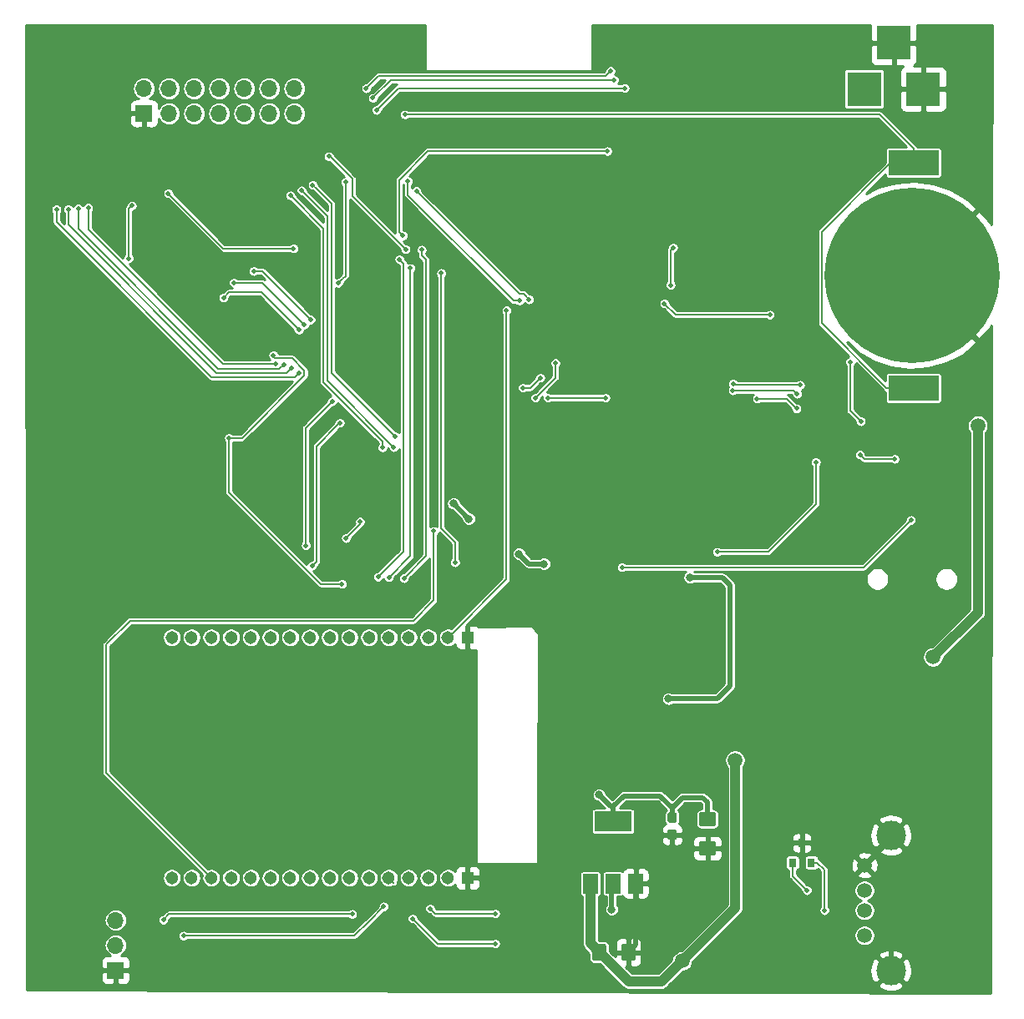
<source format=gbr>
G04 #@! TF.GenerationSoftware,KiCad,Pcbnew,5.1.0-unknown-03bce55~94~ubuntu16.04.1*
G04 #@! TF.CreationDate,2019-06-06T22:48:08-05:00*
G04 #@! TF.ProjectId,Embebidos_2019,456d6265-6269-4646-9f73-5f323031392e,rev?*
G04 #@! TF.SameCoordinates,Original*
G04 #@! TF.FileFunction,Copper,L2,Bot*
G04 #@! TF.FilePolarity,Positive*
%FSLAX46Y46*%
G04 Gerber Fmt 4.6, Leading zero omitted, Abs format (unit mm)*
G04 Created by KiCad (PCBNEW 5.1.0-unknown-03bce55~94~ubuntu16.04.1) date 2019-06-06 22:48:08*
%MOMM*%
%LPD*%
G04 APERTURE LIST*
%ADD10O,1.700000X1.700000*%
%ADD11R,1.700000X1.700000*%
%ADD12R,5.080000X2.540000*%
%ADD13C,17.780001*%
%ADD14C,0.100000*%
%ADD15C,1.425000*%
%ADD16C,0.950000*%
%ADD17R,0.800000X0.900000*%
%ADD18C,1.500000*%
%ADD19C,3.000000*%
%ADD20R,3.500000X3.500000*%
%ADD21C,1.305560*%
%ADD22R,1.305560X1.305560*%
%ADD23R,3.800000X2.000000*%
%ADD24R,1.500000X2.000000*%
%ADD25C,0.500000*%
%ADD26C,0.800000*%
%ADD27C,0.200000*%
%ADD28C,0.500000*%
%ADD29C,1.000000*%
%ADD30C,0.254000*%
G04 APERTURE END LIST*
D10*
X30225000Y-116410000D03*
X30225000Y-118950000D03*
D11*
X30225000Y-121490000D03*
D10*
X48340000Y-32035000D03*
X48340000Y-34575000D03*
X45800000Y-32035000D03*
X45800000Y-34575000D03*
X43260000Y-32035000D03*
X43260000Y-34575000D03*
X40720000Y-32035000D03*
X40720000Y-34575000D03*
X38180000Y-32035000D03*
X38180000Y-34575000D03*
X35640000Y-32035000D03*
X35640000Y-34575000D03*
X33100000Y-32035000D03*
D11*
X33100000Y-34575000D03*
D12*
X111102000Y-62430000D03*
X111102000Y-39570000D03*
D13*
X110975000Y-51000000D03*
D14*
G36*
X79734504Y-118798204D02*
G01*
X79758773Y-118801804D01*
X79782571Y-118807765D01*
X79805671Y-118816030D01*
X79827849Y-118826520D01*
X79848893Y-118839133D01*
X79868598Y-118853747D01*
X79886777Y-118870223D01*
X79903253Y-118888402D01*
X79917867Y-118908107D01*
X79930480Y-118929151D01*
X79940970Y-118951329D01*
X79949235Y-118974429D01*
X79955196Y-118998227D01*
X79958796Y-119022496D01*
X79960000Y-119047000D01*
X79960000Y-120297000D01*
X79958796Y-120321504D01*
X79955196Y-120345773D01*
X79949235Y-120369571D01*
X79940970Y-120392671D01*
X79930480Y-120414849D01*
X79917867Y-120435893D01*
X79903253Y-120455598D01*
X79886777Y-120473777D01*
X79868598Y-120490253D01*
X79848893Y-120504867D01*
X79827849Y-120517480D01*
X79805671Y-120527970D01*
X79782571Y-120536235D01*
X79758773Y-120542196D01*
X79734504Y-120545796D01*
X79710000Y-120547000D01*
X78785000Y-120547000D01*
X78760496Y-120545796D01*
X78736227Y-120542196D01*
X78712429Y-120536235D01*
X78689329Y-120527970D01*
X78667151Y-120517480D01*
X78646107Y-120504867D01*
X78626402Y-120490253D01*
X78608223Y-120473777D01*
X78591747Y-120455598D01*
X78577133Y-120435893D01*
X78564520Y-120414849D01*
X78554030Y-120392671D01*
X78545765Y-120369571D01*
X78539804Y-120345773D01*
X78536204Y-120321504D01*
X78535000Y-120297000D01*
X78535000Y-119047000D01*
X78536204Y-119022496D01*
X78539804Y-118998227D01*
X78545765Y-118974429D01*
X78554030Y-118951329D01*
X78564520Y-118929151D01*
X78577133Y-118908107D01*
X78591747Y-118888402D01*
X78608223Y-118870223D01*
X78626402Y-118853747D01*
X78646107Y-118839133D01*
X78667151Y-118826520D01*
X78689329Y-118816030D01*
X78712429Y-118807765D01*
X78736227Y-118801804D01*
X78760496Y-118798204D01*
X78785000Y-118797000D01*
X79710000Y-118797000D01*
X79734504Y-118798204D01*
X79734504Y-118798204D01*
G37*
D15*
X79247500Y-119672000D03*
D14*
G36*
X82709504Y-118798204D02*
G01*
X82733773Y-118801804D01*
X82757571Y-118807765D01*
X82780671Y-118816030D01*
X82802849Y-118826520D01*
X82823893Y-118839133D01*
X82843598Y-118853747D01*
X82861777Y-118870223D01*
X82878253Y-118888402D01*
X82892867Y-118908107D01*
X82905480Y-118929151D01*
X82915970Y-118951329D01*
X82924235Y-118974429D01*
X82930196Y-118998227D01*
X82933796Y-119022496D01*
X82935000Y-119047000D01*
X82935000Y-120297000D01*
X82933796Y-120321504D01*
X82930196Y-120345773D01*
X82924235Y-120369571D01*
X82915970Y-120392671D01*
X82905480Y-120414849D01*
X82892867Y-120435893D01*
X82878253Y-120455598D01*
X82861777Y-120473777D01*
X82843598Y-120490253D01*
X82823893Y-120504867D01*
X82802849Y-120517480D01*
X82780671Y-120527970D01*
X82757571Y-120536235D01*
X82733773Y-120542196D01*
X82709504Y-120545796D01*
X82685000Y-120547000D01*
X81760000Y-120547000D01*
X81735496Y-120545796D01*
X81711227Y-120542196D01*
X81687429Y-120536235D01*
X81664329Y-120527970D01*
X81642151Y-120517480D01*
X81621107Y-120504867D01*
X81601402Y-120490253D01*
X81583223Y-120473777D01*
X81566747Y-120455598D01*
X81552133Y-120435893D01*
X81539520Y-120414849D01*
X81529030Y-120392671D01*
X81520765Y-120369571D01*
X81514804Y-120345773D01*
X81511204Y-120321504D01*
X81510000Y-120297000D01*
X81510000Y-119047000D01*
X81511204Y-119022496D01*
X81514804Y-118998227D01*
X81520765Y-118974429D01*
X81529030Y-118951329D01*
X81539520Y-118929151D01*
X81552133Y-118908107D01*
X81566747Y-118888402D01*
X81583223Y-118870223D01*
X81601402Y-118853747D01*
X81621107Y-118839133D01*
X81642151Y-118826520D01*
X81664329Y-118816030D01*
X81687429Y-118807765D01*
X81711227Y-118801804D01*
X81735496Y-118798204D01*
X81760000Y-118797000D01*
X82685000Y-118797000D01*
X82709504Y-118798204D01*
X82709504Y-118798204D01*
G37*
D15*
X82222500Y-119672000D03*
D14*
G36*
X86905779Y-105473144D02*
G01*
X86928834Y-105476563D01*
X86951443Y-105482227D01*
X86973387Y-105490079D01*
X86994457Y-105500044D01*
X87014448Y-105512026D01*
X87033168Y-105525910D01*
X87050438Y-105541562D01*
X87066090Y-105558832D01*
X87079974Y-105577552D01*
X87091956Y-105597543D01*
X87101921Y-105618613D01*
X87109773Y-105640557D01*
X87115437Y-105663166D01*
X87118856Y-105686221D01*
X87120000Y-105709500D01*
X87120000Y-106284500D01*
X87118856Y-106307779D01*
X87115437Y-106330834D01*
X87109773Y-106353443D01*
X87101921Y-106375387D01*
X87091956Y-106396457D01*
X87079974Y-106416448D01*
X87066090Y-106435168D01*
X87050438Y-106452438D01*
X87033168Y-106468090D01*
X87014448Y-106481974D01*
X86994457Y-106493956D01*
X86973387Y-106503921D01*
X86951443Y-106511773D01*
X86928834Y-106517437D01*
X86905779Y-106520856D01*
X86882500Y-106522000D01*
X86407500Y-106522000D01*
X86384221Y-106520856D01*
X86361166Y-106517437D01*
X86338557Y-106511773D01*
X86316613Y-106503921D01*
X86295543Y-106493956D01*
X86275552Y-106481974D01*
X86256832Y-106468090D01*
X86239562Y-106452438D01*
X86223910Y-106435168D01*
X86210026Y-106416448D01*
X86198044Y-106396457D01*
X86188079Y-106375387D01*
X86180227Y-106353443D01*
X86174563Y-106330834D01*
X86171144Y-106307779D01*
X86170000Y-106284500D01*
X86170000Y-105709500D01*
X86171144Y-105686221D01*
X86174563Y-105663166D01*
X86180227Y-105640557D01*
X86188079Y-105618613D01*
X86198044Y-105597543D01*
X86210026Y-105577552D01*
X86223910Y-105558832D01*
X86239562Y-105541562D01*
X86256832Y-105525910D01*
X86275552Y-105512026D01*
X86295543Y-105500044D01*
X86316613Y-105490079D01*
X86338557Y-105482227D01*
X86361166Y-105476563D01*
X86384221Y-105473144D01*
X86407500Y-105472000D01*
X86882500Y-105472000D01*
X86905779Y-105473144D01*
X86905779Y-105473144D01*
G37*
D16*
X86645000Y-105997000D03*
D14*
G36*
X86905779Y-107223144D02*
G01*
X86928834Y-107226563D01*
X86951443Y-107232227D01*
X86973387Y-107240079D01*
X86994457Y-107250044D01*
X87014448Y-107262026D01*
X87033168Y-107275910D01*
X87050438Y-107291562D01*
X87066090Y-107308832D01*
X87079974Y-107327552D01*
X87091956Y-107347543D01*
X87101921Y-107368613D01*
X87109773Y-107390557D01*
X87115437Y-107413166D01*
X87118856Y-107436221D01*
X87120000Y-107459500D01*
X87120000Y-108034500D01*
X87118856Y-108057779D01*
X87115437Y-108080834D01*
X87109773Y-108103443D01*
X87101921Y-108125387D01*
X87091956Y-108146457D01*
X87079974Y-108166448D01*
X87066090Y-108185168D01*
X87050438Y-108202438D01*
X87033168Y-108218090D01*
X87014448Y-108231974D01*
X86994457Y-108243956D01*
X86973387Y-108253921D01*
X86951443Y-108261773D01*
X86928834Y-108267437D01*
X86905779Y-108270856D01*
X86882500Y-108272000D01*
X86407500Y-108272000D01*
X86384221Y-108270856D01*
X86361166Y-108267437D01*
X86338557Y-108261773D01*
X86316613Y-108253921D01*
X86295543Y-108243956D01*
X86275552Y-108231974D01*
X86256832Y-108218090D01*
X86239562Y-108202438D01*
X86223910Y-108185168D01*
X86210026Y-108166448D01*
X86198044Y-108146457D01*
X86188079Y-108125387D01*
X86180227Y-108103443D01*
X86174563Y-108080834D01*
X86171144Y-108057779D01*
X86170000Y-108034500D01*
X86170000Y-107459500D01*
X86171144Y-107436221D01*
X86174563Y-107413166D01*
X86180227Y-107390557D01*
X86188079Y-107368613D01*
X86198044Y-107347543D01*
X86210026Y-107327552D01*
X86223910Y-107308832D01*
X86239562Y-107291562D01*
X86256832Y-107275910D01*
X86275552Y-107262026D01*
X86295543Y-107250044D01*
X86316613Y-107240079D01*
X86338557Y-107232227D01*
X86361166Y-107226563D01*
X86384221Y-107223144D01*
X86407500Y-107222000D01*
X86882500Y-107222000D01*
X86905779Y-107223144D01*
X86905779Y-107223144D01*
G37*
D16*
X86645000Y-107747000D03*
D14*
G36*
X90874504Y-108418204D02*
G01*
X90898773Y-108421804D01*
X90922571Y-108427765D01*
X90945671Y-108436030D01*
X90967849Y-108446520D01*
X90988893Y-108459133D01*
X91008598Y-108473747D01*
X91026777Y-108490223D01*
X91043253Y-108508402D01*
X91057867Y-108528107D01*
X91070480Y-108549151D01*
X91080970Y-108571329D01*
X91089235Y-108594429D01*
X91095196Y-108618227D01*
X91098796Y-108642496D01*
X91100000Y-108667000D01*
X91100000Y-109592000D01*
X91098796Y-109616504D01*
X91095196Y-109640773D01*
X91089235Y-109664571D01*
X91080970Y-109687671D01*
X91070480Y-109709849D01*
X91057867Y-109730893D01*
X91043253Y-109750598D01*
X91026777Y-109768777D01*
X91008598Y-109785253D01*
X90988893Y-109799867D01*
X90967849Y-109812480D01*
X90945671Y-109822970D01*
X90922571Y-109831235D01*
X90898773Y-109837196D01*
X90874504Y-109840796D01*
X90850000Y-109842000D01*
X89600000Y-109842000D01*
X89575496Y-109840796D01*
X89551227Y-109837196D01*
X89527429Y-109831235D01*
X89504329Y-109822970D01*
X89482151Y-109812480D01*
X89461107Y-109799867D01*
X89441402Y-109785253D01*
X89423223Y-109768777D01*
X89406747Y-109750598D01*
X89392133Y-109730893D01*
X89379520Y-109709849D01*
X89369030Y-109687671D01*
X89360765Y-109664571D01*
X89354804Y-109640773D01*
X89351204Y-109616504D01*
X89350000Y-109592000D01*
X89350000Y-108667000D01*
X89351204Y-108642496D01*
X89354804Y-108618227D01*
X89360765Y-108594429D01*
X89369030Y-108571329D01*
X89379520Y-108549151D01*
X89392133Y-108528107D01*
X89406747Y-108508402D01*
X89423223Y-108490223D01*
X89441402Y-108473747D01*
X89461107Y-108459133D01*
X89482151Y-108446520D01*
X89504329Y-108436030D01*
X89527429Y-108427765D01*
X89551227Y-108421804D01*
X89575496Y-108418204D01*
X89600000Y-108417000D01*
X90850000Y-108417000D01*
X90874504Y-108418204D01*
X90874504Y-108418204D01*
G37*
D15*
X90225000Y-109129500D03*
D14*
G36*
X90874504Y-105443204D02*
G01*
X90898773Y-105446804D01*
X90922571Y-105452765D01*
X90945671Y-105461030D01*
X90967849Y-105471520D01*
X90988893Y-105484133D01*
X91008598Y-105498747D01*
X91026777Y-105515223D01*
X91043253Y-105533402D01*
X91057867Y-105553107D01*
X91070480Y-105574151D01*
X91080970Y-105596329D01*
X91089235Y-105619429D01*
X91095196Y-105643227D01*
X91098796Y-105667496D01*
X91100000Y-105692000D01*
X91100000Y-106617000D01*
X91098796Y-106641504D01*
X91095196Y-106665773D01*
X91089235Y-106689571D01*
X91080970Y-106712671D01*
X91070480Y-106734849D01*
X91057867Y-106755893D01*
X91043253Y-106775598D01*
X91026777Y-106793777D01*
X91008598Y-106810253D01*
X90988893Y-106824867D01*
X90967849Y-106837480D01*
X90945671Y-106847970D01*
X90922571Y-106856235D01*
X90898773Y-106862196D01*
X90874504Y-106865796D01*
X90850000Y-106867000D01*
X89600000Y-106867000D01*
X89575496Y-106865796D01*
X89551227Y-106862196D01*
X89527429Y-106856235D01*
X89504329Y-106847970D01*
X89482151Y-106837480D01*
X89461107Y-106824867D01*
X89441402Y-106810253D01*
X89423223Y-106793777D01*
X89406747Y-106775598D01*
X89392133Y-106755893D01*
X89379520Y-106734849D01*
X89369030Y-106712671D01*
X89360765Y-106689571D01*
X89354804Y-106665773D01*
X89351204Y-106641504D01*
X89350000Y-106617000D01*
X89350000Y-105692000D01*
X89351204Y-105667496D01*
X89354804Y-105643227D01*
X89360765Y-105619429D01*
X89369030Y-105596329D01*
X89379520Y-105574151D01*
X89392133Y-105553107D01*
X89406747Y-105533402D01*
X89423223Y-105515223D01*
X89441402Y-105498747D01*
X89461107Y-105484133D01*
X89482151Y-105471520D01*
X89504329Y-105461030D01*
X89527429Y-105452765D01*
X89551227Y-105446804D01*
X89575496Y-105443204D01*
X89600000Y-105442000D01*
X90850000Y-105442000D01*
X90874504Y-105443204D01*
X90874504Y-105443204D01*
G37*
D15*
X90225000Y-106154500D03*
D17*
X100748000Y-110575000D03*
X98848000Y-110575000D03*
X99798000Y-108575000D03*
D18*
X106148000Y-110847000D03*
X106148000Y-113387000D03*
X106148000Y-115417000D03*
X106148000Y-117957000D03*
D19*
X108818000Y-107797000D03*
X108818000Y-121517000D03*
D20*
X106103000Y-32101000D03*
X112103000Y-32101000D03*
X109103000Y-27401000D03*
D21*
X35920540Y-87731040D03*
X37922060Y-87731040D03*
X39921040Y-87731040D03*
X41920020Y-87731040D03*
X43921540Y-87731040D03*
X45920520Y-87731040D03*
X47922040Y-87731040D03*
X49921020Y-87731040D03*
X51920000Y-87731040D03*
X53918980Y-87731040D03*
X55917960Y-87731040D03*
X57919480Y-87731040D03*
X59918460Y-87731040D03*
X61919980Y-87731040D03*
X63918960Y-87731040D03*
D22*
X65917940Y-87731040D03*
D21*
X35920540Y-112127740D03*
X37922060Y-112127740D03*
X39921040Y-112127740D03*
X41920020Y-112127740D03*
X43921540Y-112127740D03*
X45920520Y-112127740D03*
X47922040Y-112127740D03*
X49921020Y-112127740D03*
X51920000Y-112127740D03*
X53918980Y-112127740D03*
X55917960Y-112127740D03*
X57919480Y-112127740D03*
X59918460Y-112127740D03*
X61919980Y-112127740D03*
X63918960Y-112127740D03*
D22*
X65917940Y-112127740D03*
D23*
X80655000Y-106392000D03*
D24*
X80655000Y-112692000D03*
X78355000Y-112692000D03*
X82955000Y-112692000D03*
D25*
X59550000Y-34700000D03*
X42868000Y-53268000D03*
X41168000Y-59218000D03*
X52098000Y-70668000D03*
X103354000Y-106019000D03*
D26*
X71882000Y-69342000D03*
X71120000Y-47244000D03*
X69342000Y-53340000D03*
X47990524Y-77708524D03*
X86614000Y-46228000D03*
X87630000Y-52324000D03*
D25*
X60960000Y-72644000D03*
X61172000Y-70815632D03*
X60960000Y-77216000D03*
X51779091Y-74639091D03*
D26*
X28570000Y-70490000D03*
X30520000Y-70470000D03*
X32450000Y-70550000D03*
X34560000Y-70530000D03*
X36470000Y-70470000D03*
X38540000Y-70460000D03*
X38550000Y-71500000D03*
X36470000Y-71520000D03*
X34560000Y-71550000D03*
X32450000Y-71530000D03*
X30560000Y-71520000D03*
X28570000Y-71470000D03*
X28600000Y-72520000D03*
X30530000Y-72530000D03*
X32450000Y-72520000D03*
X34560000Y-72470000D03*
X36470000Y-72490000D03*
X38620000Y-72460000D03*
X34550000Y-75500000D03*
X32440000Y-75550000D03*
X32440000Y-74560000D03*
X30520000Y-75560000D03*
X28590000Y-75550000D03*
X30510000Y-73500000D03*
X28560000Y-74500000D03*
X30550000Y-74550000D03*
X28560000Y-73520000D03*
X34550000Y-73560000D03*
X34550000Y-74580000D03*
X32440000Y-73580000D03*
X38560000Y-74510000D03*
X36480000Y-74530000D03*
X38550000Y-73470000D03*
X36480000Y-73480000D03*
X36450000Y-75590000D03*
X38600000Y-75560000D03*
X38560000Y-76600000D03*
X36480000Y-76620000D03*
X34550000Y-77590000D03*
X36450000Y-77680000D03*
X34550000Y-76670000D03*
X32440000Y-76650000D03*
X30520000Y-77650000D03*
X30550000Y-76640000D03*
X38600000Y-77650000D03*
X32440000Y-77640000D03*
X32440000Y-79580000D03*
X34550000Y-78610000D03*
X36450000Y-79620000D03*
X36480000Y-78560000D03*
X34550000Y-79530000D03*
X32440000Y-78590000D03*
X38560000Y-78540000D03*
X38600000Y-79590000D03*
X36550000Y-81580000D03*
X36580000Y-80520000D03*
X34650000Y-80570000D03*
X34650000Y-81490000D03*
X32540000Y-80550000D03*
X77760000Y-93270000D03*
X77820000Y-100130000D03*
X77830000Y-98440000D03*
X77810000Y-96580000D03*
X77760000Y-94990000D03*
X77760000Y-91710000D03*
X79180000Y-93220000D03*
X79230000Y-96530000D03*
X79240000Y-100080000D03*
X79250000Y-98390000D03*
X79180000Y-94940000D03*
X79180000Y-91660000D03*
X80820000Y-93200000D03*
X80870000Y-96510000D03*
X80880000Y-100060000D03*
X80820000Y-91640000D03*
X80890000Y-98370000D03*
X80820000Y-94920000D03*
X94500000Y-81490000D03*
X94550000Y-84800000D03*
X94560000Y-88350000D03*
X94570000Y-86660000D03*
X94500000Y-83210000D03*
X96470000Y-83210000D03*
X96540000Y-86660000D03*
X96530000Y-88350000D03*
X96470000Y-81490000D03*
X96520000Y-84800000D03*
X98640000Y-84800000D03*
X98590000Y-81490000D03*
X98660000Y-86660000D03*
X98590000Y-83210000D03*
X98650000Y-88350000D03*
X100750000Y-84800000D03*
X100770000Y-86660000D03*
X100760000Y-88350000D03*
X100700000Y-83210000D03*
X100700000Y-81490000D03*
X111106000Y-74152000D03*
X111096000Y-70602000D03*
X111116000Y-72462000D03*
X111046000Y-67292000D03*
X111046000Y-69012000D03*
X111046000Y-65732000D03*
X112824000Y-67292000D03*
X112824000Y-65732000D03*
X112894000Y-72462000D03*
X112874000Y-70602000D03*
X112884000Y-74152000D03*
X112824000Y-69012000D03*
X114602000Y-69012000D03*
X114662000Y-74152000D03*
X114652000Y-70602000D03*
X114602000Y-65732000D03*
X114602000Y-67292000D03*
X114672000Y-72462000D03*
X31798000Y-39860000D03*
X31798000Y-38300000D03*
X33830000Y-39860000D03*
X33830000Y-38300000D03*
X35862000Y-38300000D03*
X35862000Y-39860000D03*
X37894000Y-38300000D03*
X37894000Y-39860000D03*
X37894000Y-41348000D03*
X37894000Y-42908000D03*
X40180000Y-41348000D03*
X40180000Y-42908000D03*
X40180000Y-39860000D03*
X40180000Y-38300000D03*
X42466000Y-41348000D03*
X42466000Y-42908000D03*
X98386000Y-94960000D03*
X100496000Y-94960000D03*
X94246000Y-93370000D03*
X96266000Y-94960000D03*
X100446000Y-93370000D03*
X98406000Y-96820000D03*
X94316000Y-96820000D03*
X96216000Y-91650000D03*
X100516000Y-96820000D03*
X98396000Y-98510000D03*
X98336000Y-93370000D03*
X94306000Y-98510000D03*
X94246000Y-91650000D03*
X96286000Y-96820000D03*
X100446000Y-91650000D03*
X96216000Y-93370000D03*
X94296000Y-94960000D03*
X96276000Y-98510000D03*
X98336000Y-91650000D03*
X100506000Y-98510000D03*
X102434000Y-98510000D03*
X102374000Y-91650000D03*
X104404000Y-98510000D03*
X106464000Y-91650000D03*
X104414000Y-96820000D03*
X108574000Y-91650000D03*
X106514000Y-94960000D03*
X104344000Y-91650000D03*
X108644000Y-96820000D03*
X108624000Y-94960000D03*
X106524000Y-98510000D03*
X106464000Y-93370000D03*
X108634000Y-98510000D03*
X106534000Y-96820000D03*
X102444000Y-96820000D03*
X104394000Y-94960000D03*
X108574000Y-93370000D03*
X102374000Y-93370000D03*
X104344000Y-93370000D03*
X102424000Y-94960000D03*
X110502000Y-91650000D03*
X112472000Y-93370000D03*
X112532000Y-98510000D03*
X112522000Y-94960000D03*
X112542000Y-96820000D03*
X110552000Y-94960000D03*
X112472000Y-91650000D03*
X110502000Y-93370000D03*
X116702000Y-93370000D03*
X114662000Y-96820000D03*
X114642000Y-94960000D03*
X116702000Y-91650000D03*
X116762000Y-98510000D03*
X116752000Y-94960000D03*
X110572000Y-96820000D03*
X114592000Y-93370000D03*
X110562000Y-98510000D03*
X114652000Y-98510000D03*
X114592000Y-91650000D03*
X116772000Y-96820000D03*
X100418000Y-100040000D03*
X96328000Y-100040000D03*
X98308000Y-103590000D03*
X100428000Y-103590000D03*
X100438000Y-101900000D03*
X102548000Y-101900000D03*
X98318000Y-101900000D03*
X102528000Y-100040000D03*
X96348000Y-101900000D03*
X96338000Y-103590000D03*
X102538000Y-103590000D03*
X98298000Y-100040000D03*
X104492000Y-103590000D03*
X104482000Y-100040000D03*
X106612000Y-101900000D03*
X104502000Y-101900000D03*
X106602000Y-103590000D03*
X106592000Y-100040000D03*
X108546000Y-100040000D03*
X110666000Y-103590000D03*
X110676000Y-101900000D03*
X108556000Y-103590000D03*
X108566000Y-101900000D03*
X110656000Y-100040000D03*
X112620000Y-103590000D03*
X114740000Y-101900000D03*
X112610000Y-100040000D03*
X114720000Y-100040000D03*
X114730000Y-103590000D03*
X112630000Y-101900000D03*
X22872000Y-111912000D03*
X24892000Y-113502000D03*
X22942000Y-115362000D03*
X24842000Y-110192000D03*
X22932000Y-117052000D03*
X22872000Y-110192000D03*
X24912000Y-115362000D03*
X24842000Y-111912000D03*
X22922000Y-113502000D03*
X24902000Y-117052000D03*
X26680000Y-85556000D03*
X26620000Y-78696000D03*
X24720000Y-83866000D03*
X26620000Y-80416000D03*
X24650000Y-78696000D03*
X24700000Y-82006000D03*
X26690000Y-83866000D03*
X24710000Y-85556000D03*
X26670000Y-82006000D03*
X24650000Y-80416000D03*
X26770000Y-90531000D03*
X26780000Y-94081000D03*
X24820000Y-92391000D03*
X26720000Y-87221000D03*
X26790000Y-92391000D03*
X24750000Y-88941000D03*
X24810000Y-94081000D03*
X24800000Y-90531000D03*
X26720000Y-88941000D03*
X24750000Y-87221000D03*
X26840000Y-101091000D03*
X24860000Y-102781000D03*
X24800000Y-97641000D03*
X24850000Y-99231000D03*
X24800000Y-95921000D03*
X24870000Y-101091000D03*
X26770000Y-95921000D03*
X26820000Y-99231000D03*
X26830000Y-102781000D03*
X26770000Y-97641000D03*
D25*
X96532000Y-54996000D03*
X86484000Y-51982000D03*
X86738000Y-48172000D03*
X85852000Y-53848000D03*
X99602000Y-62116000D03*
X92812000Y-61976000D03*
X99312000Y-63006000D03*
X92789062Y-62675626D03*
D26*
X86270000Y-93945000D03*
X88440000Y-81645000D03*
X73660000Y-80264000D03*
X71120000Y-79248000D03*
X66040000Y-75692000D03*
X64484103Y-74136103D03*
D25*
X48260000Y-48260000D03*
X35560000Y-42672000D03*
D18*
X87650000Y-120550000D03*
X93000000Y-100175000D03*
X113080000Y-89720000D03*
X117620000Y-66220000D03*
D26*
X79225000Y-103682000D03*
X80518000Y-115316000D03*
D25*
X110850000Y-75825000D03*
X81550000Y-80600000D03*
X102084000Y-115417000D03*
X46488000Y-59958000D03*
X27450000Y-44150000D03*
X47298000Y-60038000D03*
X26425000Y-44225000D03*
X48058000Y-60378000D03*
X25427073Y-44289382D03*
X48818000Y-60888000D03*
X24225000Y-44300000D03*
X57275000Y-68475000D03*
X47950000Y-42900000D03*
X58425000Y-68425000D03*
X49075000Y-42375000D03*
X58574989Y-67350000D03*
X50200000Y-41825000D03*
X55625000Y-32025000D03*
X80410000Y-30250000D03*
X80750000Y-31175000D03*
X56300000Y-33000000D03*
X81825000Y-32000000D03*
X56675000Y-34225000D03*
X59625000Y-48350000D03*
X51825000Y-38925000D03*
X59850000Y-41450000D03*
X71150000Y-53575000D03*
X60725000Y-42450000D03*
X72140234Y-53435501D03*
X59350000Y-46975000D03*
X80075000Y-38400000D03*
X62100000Y-115228000D03*
X68704000Y-115736000D03*
X60322000Y-116244000D03*
X68704000Y-118784000D03*
X31550000Y-49275000D03*
X31875000Y-43925000D03*
X62475000Y-76950000D03*
X50162000Y-80430000D03*
X52955994Y-65952000D03*
X52194000Y-63768000D03*
X49500002Y-78400000D03*
X69850000Y-54550000D03*
X59450000Y-81725000D03*
X61250000Y-48400000D03*
X101202000Y-69946000D03*
X91212000Y-79066000D03*
X95252000Y-63506000D03*
X99252000Y-64506000D03*
X105762000Y-65796000D03*
X104702000Y-59786000D03*
X109200000Y-69625000D03*
X105675000Y-69200000D03*
X50008000Y-55488000D03*
X44228000Y-50558000D03*
X49338000Y-56028000D03*
X42218000Y-51748000D03*
X48808000Y-56532000D03*
X41158000Y-53258000D03*
X53525000Y-41550000D03*
X52800021Y-51775000D03*
X100306000Y-113385000D03*
X37100000Y-118000000D03*
X57400000Y-115025000D03*
X35075000Y-116375000D03*
X54200000Y-115800000D03*
X46218000Y-59108000D03*
X41716620Y-67486346D03*
X53175000Y-82300000D03*
X64625000Y-80125000D03*
X63225000Y-50775000D03*
X56825000Y-81575000D03*
X58994000Y-49375000D03*
X57925000Y-81650000D03*
X60100010Y-50275000D03*
X53575000Y-77650010D03*
X55005025Y-75980025D03*
X74800000Y-59882000D03*
X72768000Y-63412000D03*
X73276000Y-61380000D03*
X71498000Y-62396000D03*
X74038000Y-63412000D03*
X79880000Y-63412000D03*
D27*
X111102000Y-38100000D02*
X111102000Y-39570000D01*
X107702000Y-34700000D02*
X111102000Y-38100000D01*
X59550000Y-34700000D02*
X107702000Y-34700000D01*
X101784999Y-55852999D02*
X108362000Y-62430000D01*
X108362000Y-62430000D02*
X111102000Y-62430000D01*
X101784999Y-46588799D02*
X101784999Y-55852999D01*
X108803798Y-39570000D02*
X101784999Y-46588799D01*
X111102000Y-39570000D02*
X108803798Y-39570000D01*
D28*
X82955000Y-118939500D02*
X82222500Y-119672000D01*
X82955000Y-112692000D02*
X82955000Y-118939500D01*
X84205000Y-112692000D02*
X82955000Y-112692000D01*
X86645000Y-110252000D02*
X84205000Y-112692000D01*
X86645000Y-107747000D02*
X86645000Y-110252000D01*
X90225000Y-109129500D02*
X88737500Y-109129500D01*
X88737500Y-109129500D02*
X87705000Y-110162000D01*
X86735000Y-110162000D02*
X86645000Y-110252000D01*
X87705000Y-110162000D02*
X86735000Y-110162000D01*
D27*
X43221553Y-53268000D02*
X44428000Y-54474447D01*
X42868000Y-53268000D02*
X43221553Y-53268000D01*
X44428000Y-54474447D02*
X44428000Y-58178000D01*
X43388000Y-59218000D02*
X41168000Y-59218000D01*
X44428000Y-58178000D02*
X43388000Y-59218000D01*
X102954001Y-105619001D02*
X100451999Y-105619001D01*
X103354000Y-106019000D02*
X102954001Y-105619001D01*
X99798000Y-106273000D02*
X99798000Y-108575000D01*
X100451999Y-105619001D02*
X99798000Y-106273000D01*
D28*
X108818000Y-113517000D02*
X106148000Y-110847000D01*
X108818000Y-121517000D02*
X108818000Y-113517000D01*
X108818000Y-108177000D02*
X106148000Y-110847000D01*
X108818000Y-107797000D02*
X108818000Y-108177000D01*
D27*
X68834000Y-53848000D02*
X69088000Y-53594000D01*
X69342000Y-53340000D02*
X69088000Y-53594000D01*
X60960000Y-71027632D02*
X61172000Y-70815632D01*
X60960000Y-72644000D02*
X60960000Y-71027632D01*
X51779091Y-77343093D02*
X51779091Y-74639091D01*
X60960000Y-77216000D02*
X60960000Y-79429002D01*
X58189001Y-82200001D02*
X56635999Y-82200001D01*
X60960000Y-79429002D02*
X58189001Y-82200001D01*
X56635999Y-82200001D02*
X51779091Y-77343093D01*
X96532000Y-54996000D02*
X88822000Y-54996000D01*
X86484000Y-48426000D02*
X86738000Y-48172000D01*
X86484000Y-51982000D02*
X86484000Y-48426000D01*
X87000000Y-54996000D02*
X85852000Y-53848000D01*
X88822000Y-54996000D02*
X87000000Y-54996000D01*
X92952000Y-62116000D02*
X92812000Y-61976000D01*
X99602000Y-62116000D02*
X92952000Y-62116000D01*
X98981626Y-62675626D02*
X92789062Y-62675626D01*
X99312000Y-63006000D02*
X98981626Y-62675626D01*
D28*
X86270000Y-93945000D02*
X91200000Y-93945000D01*
X91200000Y-93945000D02*
X92520000Y-92625000D01*
X91710000Y-81645000D02*
X88440000Y-81645000D01*
X72136000Y-80264000D02*
X71120000Y-79248000D01*
X73660000Y-80264000D02*
X72136000Y-80264000D01*
X66040000Y-75692000D02*
X64484103Y-74136103D01*
X92520000Y-82455000D02*
X91710000Y-81645000D01*
X92520000Y-92625000D02*
X92520000Y-82455000D01*
D27*
X41148000Y-48260000D02*
X35560000Y-42672000D01*
X48260000Y-48260000D02*
X41148000Y-48260000D01*
D29*
X78355000Y-118779500D02*
X79247500Y-119672000D01*
X78355000Y-112692000D02*
X78355000Y-118779500D01*
X80018847Y-120443347D02*
X79247500Y-119672000D01*
X85550000Y-122650000D02*
X82225500Y-122650000D01*
X82225500Y-122650000D02*
X80018847Y-120443347D01*
X87650000Y-120550000D02*
X85550000Y-122650000D01*
X87650000Y-120550000D02*
X93050000Y-115150000D01*
X93050000Y-100225000D02*
X93000000Y-100175000D01*
X93050000Y-115150000D02*
X93050000Y-100225000D01*
X117620000Y-85180000D02*
X117620000Y-66220000D01*
X113080000Y-89720000D02*
X117620000Y-85180000D01*
D28*
X80655000Y-104892000D02*
X81745000Y-103802000D01*
X80655000Y-106392000D02*
X80655000Y-104892000D01*
X81745000Y-103802000D02*
X85425000Y-103802000D01*
X86645000Y-105022000D02*
X86645000Y-105997000D01*
X85425000Y-103802000D02*
X86645000Y-105022000D01*
X80435000Y-104892000D02*
X80655000Y-104892000D01*
X79225000Y-103682000D02*
X80435000Y-104892000D01*
X90225000Y-104449000D02*
X90225000Y-106154500D01*
X87695000Y-103972000D02*
X89748000Y-103972000D01*
X89748000Y-103972000D02*
X90225000Y-104449000D01*
X86645000Y-105022000D02*
X87695000Y-103972000D01*
X80518000Y-112829000D02*
X80655000Y-112692000D01*
X80518000Y-115316000D02*
X80518000Y-112829000D01*
D27*
X106075000Y-80600000D02*
X81550000Y-80600000D01*
X110850000Y-75825000D02*
X106075000Y-80600000D01*
X101348000Y-110575000D02*
X100748000Y-110575000D01*
X102084000Y-111311000D02*
X101348000Y-110575000D01*
X102084000Y-115417000D02*
X102084000Y-111311000D01*
X27450000Y-46314002D02*
X27450000Y-44150000D01*
X41093998Y-59958000D02*
X27450000Y-46314002D01*
X46488000Y-59958000D02*
X41093998Y-59958000D01*
X46827999Y-60508001D02*
X40633001Y-60508001D01*
X47298000Y-60038000D02*
X46827999Y-60508001D01*
X26425000Y-46300000D02*
X26425000Y-44225000D01*
X40633001Y-60508001D02*
X26425000Y-46300000D01*
X48058000Y-60378000D02*
X47527989Y-60908011D01*
X47527989Y-60908011D02*
X40467312Y-60908011D01*
X40467312Y-60908011D02*
X25427073Y-45867772D01*
X25427073Y-45867772D02*
X25427073Y-44289382D01*
X48397979Y-61308021D02*
X39933021Y-61308021D01*
X48818000Y-60888000D02*
X48397979Y-61308021D01*
X24225000Y-45600000D02*
X24225000Y-44300000D01*
X39933021Y-61308021D02*
X24225000Y-45600000D01*
X57275000Y-68475000D02*
X57275000Y-67840698D01*
X57275000Y-67840698D02*
X51299990Y-61865689D01*
X51299990Y-46249990D02*
X47950000Y-42900000D01*
X51299990Y-61865689D02*
X51299990Y-46249990D01*
X58425000Y-68425000D02*
X51700000Y-61700000D01*
X51700000Y-61700000D02*
X51700000Y-45000000D01*
X51700000Y-45000000D02*
X49075000Y-42375000D01*
X52100011Y-43725011D02*
X50599999Y-42224999D01*
X58574989Y-67350000D02*
X52100011Y-60875022D01*
X50599999Y-42224999D02*
X50200000Y-41825000D01*
X52100011Y-60875022D02*
X52100011Y-43725011D01*
X80160001Y-30499999D02*
X80410000Y-30250000D01*
X55625000Y-32025000D02*
X56900000Y-30750000D01*
X79910000Y-30750000D02*
X80160001Y-30499999D01*
X56900000Y-30750000D02*
X79910000Y-30750000D01*
X58125000Y-31175000D02*
X56300000Y-33000000D01*
X80750000Y-31175000D02*
X58125000Y-31175000D01*
X58900000Y-32000000D02*
X56675000Y-34225000D01*
X81825000Y-32000000D02*
X58900000Y-32000000D01*
X59625000Y-48350000D02*
X54225001Y-42950001D01*
X54225001Y-42950001D02*
X54225001Y-41213999D01*
X51936002Y-38925000D02*
X51825000Y-38925000D01*
X54225001Y-41213999D02*
X51936002Y-38925000D01*
X59850000Y-42840685D02*
X70584315Y-53575000D01*
X59850000Y-41450000D02*
X59850000Y-42840685D01*
X70584315Y-53575000D02*
X71150000Y-53575000D01*
X60725000Y-42450000D02*
X71149998Y-52874998D01*
X71740235Y-53035502D02*
X72140234Y-53435501D01*
X71149998Y-52874998D02*
X71579731Y-52874998D01*
X71579731Y-52874998D02*
X71740235Y-53035502D01*
X59350000Y-46975000D02*
X58950001Y-46575001D01*
X61863998Y-38400000D02*
X80075000Y-38400000D01*
X58950001Y-46575001D02*
X58950001Y-41313997D01*
X58950001Y-41313997D02*
X61863998Y-38400000D01*
X62100000Y-115228000D02*
X62608000Y-115736000D01*
X62608000Y-115736000D02*
X68704000Y-115736000D01*
X60322000Y-116244000D02*
X62862000Y-118784000D01*
X62862000Y-118784000D02*
X68704000Y-118784000D01*
X31550000Y-44250000D02*
X31875000Y-43925000D01*
X31550000Y-49275000D02*
X31550000Y-44250000D01*
X29275000Y-101465700D02*
X39941040Y-112131740D01*
X29275000Y-88450000D02*
X29275000Y-101465700D01*
X62475000Y-83950000D02*
X60400000Y-86025000D01*
X60400000Y-86025000D02*
X31700000Y-86025000D01*
X62475000Y-76950000D02*
X62475000Y-83950000D01*
X31700000Y-86025000D02*
X29275000Y-88450000D01*
X52705995Y-66201999D02*
X52955994Y-65952000D01*
X50561999Y-68345995D02*
X52705995Y-66201999D01*
X50561999Y-80030001D02*
X50561999Y-68345995D01*
X50162000Y-80430000D02*
X50561999Y-80030001D01*
X49500002Y-77834315D02*
X49500002Y-78400000D01*
X49500002Y-66461998D02*
X49500002Y-77834315D01*
X52194000Y-63768000D02*
X49500002Y-66461998D01*
X63938960Y-87735040D02*
X69850000Y-81824000D01*
X69850000Y-55115685D02*
X69850000Y-54550000D01*
X69850000Y-81824000D02*
X69850000Y-55115685D01*
X61250000Y-48965685D02*
X61250000Y-48400000D01*
X61722000Y-49437685D02*
X61250000Y-48965685D01*
X61722000Y-79453000D02*
X61722000Y-49437685D01*
X59450000Y-81725000D02*
X61722000Y-79453000D01*
X101202000Y-74236000D02*
X101202000Y-69946000D01*
X96372000Y-79066000D02*
X101202000Y-74236000D01*
X91212000Y-79066000D02*
X96372000Y-79066000D01*
X95252000Y-63506000D02*
X98232000Y-63506000D01*
X99232000Y-64506000D02*
X99252000Y-64506000D01*
X98232000Y-63506000D02*
X99232000Y-64506000D01*
X104702000Y-64736000D02*
X104702000Y-59786000D01*
X105762000Y-65796000D02*
X104702000Y-64736000D01*
X106100000Y-69625000D02*
X105675000Y-69200000D01*
X109200000Y-69625000D02*
X106100000Y-69625000D01*
X45078000Y-50558000D02*
X44228000Y-50558000D01*
X50008000Y-55488000D02*
X45078000Y-50558000D01*
X45058000Y-51748000D02*
X42218000Y-51748000D01*
X49338000Y-56028000D02*
X45058000Y-51748000D01*
X41698001Y-52717999D02*
X41158000Y-53258000D01*
X44993999Y-52717999D02*
X41698001Y-52717999D01*
X48808000Y-56532000D02*
X44993999Y-52717999D01*
X53525000Y-51050021D02*
X53200020Y-51375001D01*
X53200020Y-51375001D02*
X52800021Y-51775000D01*
X53525000Y-41550000D02*
X53525000Y-51050021D01*
X98848000Y-111927000D02*
X98848000Y-110575000D01*
X100306000Y-113385000D02*
X98848000Y-111927000D01*
X58410000Y-112602260D02*
X57939480Y-112131740D01*
X54425000Y-118000000D02*
X55924999Y-116500001D01*
X55924999Y-116500001D02*
X57400000Y-115025000D01*
X37100000Y-118000000D02*
X54425000Y-118000000D01*
X55750000Y-112319700D02*
X55937960Y-112131740D01*
X35650000Y-115800000D02*
X54200000Y-115800000D01*
X35075000Y-116375000D02*
X35650000Y-115800000D01*
X42070173Y-67486346D02*
X41716620Y-67486346D01*
X49368001Y-61152001D02*
X43033656Y-67486346D01*
X49368001Y-60623999D02*
X49368001Y-61152001D01*
X48152001Y-59407999D02*
X49368001Y-60623999D01*
X46382999Y-59407999D02*
X48152001Y-59407999D01*
X46218000Y-59243000D02*
X46382999Y-59407999D01*
X43033656Y-67486346D02*
X42070173Y-67486346D01*
X46218000Y-59108000D02*
X46218000Y-59243000D01*
X41716620Y-67839899D02*
X41716620Y-67486346D01*
X41716620Y-73020622D02*
X41716620Y-67839899D01*
X50995998Y-82300000D02*
X41716620Y-73020622D01*
X53175000Y-82300000D02*
X50995998Y-82300000D01*
X63225000Y-76663998D02*
X63225000Y-50775000D01*
X64625000Y-78063998D02*
X63225000Y-76663998D01*
X64625000Y-80125000D02*
X64625000Y-78063998D01*
X59400000Y-79000000D02*
X59400000Y-49781000D01*
X56825000Y-81575000D02*
X59400000Y-79000000D01*
X59400000Y-49781000D02*
X58994000Y-49375000D01*
X60100010Y-79474990D02*
X60100010Y-50840685D01*
X60100010Y-50840685D02*
X60100010Y-50275000D01*
X57925000Y-81650000D02*
X60100010Y-79474990D01*
X55005025Y-76219985D02*
X55005025Y-75980025D01*
X53575000Y-77650010D02*
X55005025Y-76219985D01*
X74800000Y-61380000D02*
X72768000Y-63412000D01*
X74800000Y-59882000D02*
X74800000Y-61380000D01*
X72260000Y-62396000D02*
X71498000Y-62396000D01*
X73276000Y-61380000D02*
X72260000Y-62396000D01*
X74038000Y-63412000D02*
X79880000Y-63412000D01*
D30*
G36*
X61592379Y-25601136D02*
G01*
X61583000Y-30149738D01*
X61585440Y-30174776D01*
X61592667Y-30198601D01*
X61604403Y-30220557D01*
X61620197Y-30239803D01*
X61639443Y-30255597D01*
X61661399Y-30267333D01*
X61685224Y-30274560D01*
X61710000Y-30277000D01*
X78420000Y-30277000D01*
X78445033Y-30274508D01*
X78468842Y-30267232D01*
X78490775Y-30255451D01*
X78509987Y-30239618D01*
X78525742Y-30220340D01*
X78537432Y-30198359D01*
X78544610Y-30174520D01*
X78547000Y-30149739D01*
X78544945Y-29151000D01*
X106714928Y-29151000D01*
X106727188Y-29275482D01*
X106763498Y-29395180D01*
X106822463Y-29505494D01*
X106901815Y-29602185D01*
X106998506Y-29681537D01*
X107108820Y-29740502D01*
X107228518Y-29776812D01*
X107353000Y-29789072D01*
X108817250Y-29786000D01*
X108976000Y-29627250D01*
X108976000Y-27528000D01*
X109230000Y-27528000D01*
X109230000Y-29627250D01*
X109388750Y-29786000D01*
X110060345Y-29787409D01*
X109998506Y-29820463D01*
X109901815Y-29899815D01*
X109822463Y-29996506D01*
X109763498Y-30106820D01*
X109727188Y-30226518D01*
X109714928Y-30351000D01*
X109718000Y-31815250D01*
X109876750Y-31974000D01*
X111976000Y-31974000D01*
X111976000Y-29874750D01*
X112230000Y-29874750D01*
X112230000Y-31974000D01*
X114329250Y-31974000D01*
X114488000Y-31815250D01*
X114491072Y-30351000D01*
X114478812Y-30226518D01*
X114442502Y-30106820D01*
X114383537Y-29996506D01*
X114304185Y-29899815D01*
X114207494Y-29820463D01*
X114097180Y-29761498D01*
X113977482Y-29725188D01*
X113853000Y-29712928D01*
X112388750Y-29716000D01*
X112230000Y-29874750D01*
X111976000Y-29874750D01*
X111817250Y-29716000D01*
X111145655Y-29714591D01*
X111207494Y-29681537D01*
X111304185Y-29602185D01*
X111383537Y-29505494D01*
X111442502Y-29395180D01*
X111478812Y-29275482D01*
X111491072Y-29151000D01*
X111488000Y-27686750D01*
X111329250Y-27528000D01*
X109230000Y-27528000D01*
X108976000Y-27528000D01*
X106876750Y-27528000D01*
X106718000Y-27686750D01*
X106714928Y-29151000D01*
X78544945Y-29151000D01*
X78537644Y-25602839D01*
X106719392Y-25605671D01*
X106714928Y-25651000D01*
X106718000Y-27115250D01*
X106876750Y-27274000D01*
X108976000Y-27274000D01*
X108976000Y-27254000D01*
X109230000Y-27254000D01*
X109230000Y-27274000D01*
X111329250Y-27274000D01*
X111488000Y-27115250D01*
X111491072Y-25651000D01*
X111486655Y-25606150D01*
X119052813Y-25606910D01*
X119030234Y-45833833D01*
X118792138Y-45477497D01*
X117719724Y-44434881D01*
X111154605Y-51000000D01*
X117719724Y-57565119D01*
X118792138Y-56522503D01*
X119018747Y-56123837D01*
X118943142Y-123852507D01*
X21226846Y-123473491D01*
X21225461Y-122340000D01*
X28736928Y-122340000D01*
X28749188Y-122464482D01*
X28785498Y-122584180D01*
X28844463Y-122694494D01*
X28923815Y-122791185D01*
X29020506Y-122870537D01*
X29130820Y-122929502D01*
X29250518Y-122965812D01*
X29375000Y-122978072D01*
X29939250Y-122975000D01*
X30098000Y-122816250D01*
X30098000Y-121617000D01*
X30352000Y-121617000D01*
X30352000Y-122816250D01*
X30510750Y-122975000D01*
X31075000Y-122978072D01*
X31199482Y-122965812D01*
X31319180Y-122929502D01*
X31429494Y-122870537D01*
X31526185Y-122791185D01*
X31605537Y-122694494D01*
X31664502Y-122584180D01*
X31700812Y-122464482D01*
X31713072Y-122340000D01*
X31710000Y-121775750D01*
X31551250Y-121617000D01*
X30352000Y-121617000D01*
X30098000Y-121617000D01*
X28898750Y-121617000D01*
X28740000Y-121775750D01*
X28736928Y-122340000D01*
X21225461Y-122340000D01*
X21223383Y-120640000D01*
X28736928Y-120640000D01*
X28740000Y-121204250D01*
X28898750Y-121363000D01*
X30098000Y-121363000D01*
X30098000Y-121343000D01*
X30352000Y-121343000D01*
X30352000Y-121363000D01*
X31551250Y-121363000D01*
X31710000Y-121204250D01*
X31713072Y-120640000D01*
X31700812Y-120515518D01*
X31664502Y-120395820D01*
X31605537Y-120285506D01*
X31526185Y-120188815D01*
X31429494Y-120109463D01*
X31319180Y-120050498D01*
X31199482Y-120014188D01*
X31075000Y-120001928D01*
X30750509Y-120003695D01*
X30882070Y-119933374D01*
X31061291Y-119786291D01*
X31208374Y-119607070D01*
X31317667Y-119402597D01*
X31384969Y-119180732D01*
X31407694Y-118950000D01*
X31384969Y-118719268D01*
X31317667Y-118497403D01*
X31208374Y-118292930D01*
X31061291Y-118113709D01*
X30882070Y-117966626D01*
X30838187Y-117943170D01*
X36523000Y-117943170D01*
X36523000Y-118056830D01*
X36545174Y-118168305D01*
X36588669Y-118273312D01*
X36651815Y-118367816D01*
X36732184Y-118448185D01*
X36826688Y-118511331D01*
X36931695Y-118554826D01*
X37043170Y-118577000D01*
X37156830Y-118577000D01*
X37268305Y-118554826D01*
X37373312Y-118511331D01*
X37467816Y-118448185D01*
X37489001Y-118427000D01*
X54404033Y-118427000D01*
X54425000Y-118429065D01*
X54445967Y-118427000D01*
X54445978Y-118427000D01*
X54508707Y-118420822D01*
X54589196Y-118396405D01*
X54663376Y-118356755D01*
X54728395Y-118303395D01*
X54741768Y-118287100D01*
X56241767Y-116787102D01*
X56241771Y-116787097D01*
X56841698Y-116187170D01*
X59745000Y-116187170D01*
X59745000Y-116300830D01*
X59767174Y-116412305D01*
X59810669Y-116517312D01*
X59873815Y-116611816D01*
X59954184Y-116692185D01*
X60048688Y-116755331D01*
X60153695Y-116798826D01*
X60265170Y-116821000D01*
X60295132Y-116821000D01*
X62545236Y-119071105D01*
X62558605Y-119087395D01*
X62574895Y-119100764D01*
X62574898Y-119100767D01*
X62623623Y-119140755D01*
X62663273Y-119161948D01*
X62697804Y-119180405D01*
X62778293Y-119204822D01*
X62841022Y-119211000D01*
X62841034Y-119211000D01*
X62861999Y-119213065D01*
X62882964Y-119211000D01*
X68314999Y-119211000D01*
X68336184Y-119232185D01*
X68430688Y-119295331D01*
X68535695Y-119338826D01*
X68647170Y-119361000D01*
X68760830Y-119361000D01*
X68872305Y-119338826D01*
X68977312Y-119295331D01*
X69071816Y-119232185D01*
X69152185Y-119151816D01*
X69215331Y-119057312D01*
X69258826Y-118952305D01*
X69281000Y-118840830D01*
X69281000Y-118727170D01*
X69258826Y-118615695D01*
X69215331Y-118510688D01*
X69152185Y-118416184D01*
X69071816Y-118335815D01*
X68977312Y-118272669D01*
X68872305Y-118229174D01*
X68760830Y-118207000D01*
X68647170Y-118207000D01*
X68535695Y-118229174D01*
X68430688Y-118272669D01*
X68336184Y-118335815D01*
X68314999Y-118357000D01*
X63038869Y-118357000D01*
X60899000Y-116217132D01*
X60899000Y-116187170D01*
X60876826Y-116075695D01*
X60833331Y-115970688D01*
X60770185Y-115876184D01*
X60689816Y-115795815D01*
X60595312Y-115732669D01*
X60490305Y-115689174D01*
X60378830Y-115667000D01*
X60265170Y-115667000D01*
X60153695Y-115689174D01*
X60048688Y-115732669D01*
X59954184Y-115795815D01*
X59873815Y-115876184D01*
X59810669Y-115970688D01*
X59767174Y-116075695D01*
X59745000Y-116187170D01*
X56841698Y-116187170D01*
X57426869Y-115602000D01*
X57456830Y-115602000D01*
X57568305Y-115579826D01*
X57673312Y-115536331D01*
X57767816Y-115473185D01*
X57848185Y-115392816D01*
X57911331Y-115298312D01*
X57954826Y-115193305D01*
X57959228Y-115171170D01*
X61523000Y-115171170D01*
X61523000Y-115284830D01*
X61545174Y-115396305D01*
X61588669Y-115501312D01*
X61651815Y-115595816D01*
X61732184Y-115676185D01*
X61826688Y-115739331D01*
X61931695Y-115782826D01*
X62043170Y-115805000D01*
X62073131Y-115805000D01*
X62291236Y-116023105D01*
X62304605Y-116039395D01*
X62320895Y-116052764D01*
X62320898Y-116052767D01*
X62369623Y-116092755D01*
X62409273Y-116113948D01*
X62443804Y-116132405D01*
X62524293Y-116156822D01*
X62587022Y-116163000D01*
X62587042Y-116163000D01*
X62607999Y-116165064D01*
X62628956Y-116163000D01*
X68314999Y-116163000D01*
X68336184Y-116184185D01*
X68430688Y-116247331D01*
X68535695Y-116290826D01*
X68647170Y-116313000D01*
X68760830Y-116313000D01*
X68872305Y-116290826D01*
X68977312Y-116247331D01*
X69071816Y-116184185D01*
X69152185Y-116103816D01*
X69215331Y-116009312D01*
X69258826Y-115904305D01*
X69281000Y-115792830D01*
X69281000Y-115679170D01*
X69258826Y-115567695D01*
X69215331Y-115462688D01*
X69152185Y-115368184D01*
X69071816Y-115287815D01*
X68977312Y-115224669D01*
X68872305Y-115181174D01*
X68760830Y-115159000D01*
X68647170Y-115159000D01*
X68535695Y-115181174D01*
X68430688Y-115224669D01*
X68336184Y-115287815D01*
X68314999Y-115309000D01*
X62784869Y-115309000D01*
X62677000Y-115201131D01*
X62677000Y-115171170D01*
X62654826Y-115059695D01*
X62611331Y-114954688D01*
X62548185Y-114860184D01*
X62467816Y-114779815D01*
X62373312Y-114716669D01*
X62268305Y-114673174D01*
X62156830Y-114651000D01*
X62043170Y-114651000D01*
X61931695Y-114673174D01*
X61826688Y-114716669D01*
X61732184Y-114779815D01*
X61651815Y-114860184D01*
X61588669Y-114954688D01*
X61545174Y-115059695D01*
X61523000Y-115171170D01*
X57959228Y-115171170D01*
X57977000Y-115081830D01*
X57977000Y-114968170D01*
X57954826Y-114856695D01*
X57911331Y-114751688D01*
X57848185Y-114657184D01*
X57767816Y-114576815D01*
X57673312Y-114513669D01*
X57568305Y-114470174D01*
X57456830Y-114448000D01*
X57343170Y-114448000D01*
X57231695Y-114470174D01*
X57126688Y-114513669D01*
X57032184Y-114576815D01*
X56951815Y-114657184D01*
X56888669Y-114751688D01*
X56845174Y-114856695D01*
X56823000Y-114968170D01*
X56823000Y-114998131D01*
X55637903Y-116183229D01*
X55637898Y-116183233D01*
X54248132Y-117573000D01*
X37489001Y-117573000D01*
X37467816Y-117551815D01*
X37373312Y-117488669D01*
X37268305Y-117445174D01*
X37156830Y-117423000D01*
X37043170Y-117423000D01*
X36931695Y-117445174D01*
X36826688Y-117488669D01*
X36732184Y-117551815D01*
X36651815Y-117632184D01*
X36588669Y-117726688D01*
X36545174Y-117831695D01*
X36523000Y-117943170D01*
X30838187Y-117943170D01*
X30677597Y-117857333D01*
X30455732Y-117790031D01*
X30282812Y-117773000D01*
X30167188Y-117773000D01*
X29994268Y-117790031D01*
X29772403Y-117857333D01*
X29567930Y-117966626D01*
X29388709Y-118113709D01*
X29241626Y-118292930D01*
X29132333Y-118497403D01*
X29065031Y-118719268D01*
X29042306Y-118950000D01*
X29065031Y-119180732D01*
X29132333Y-119402597D01*
X29241626Y-119607070D01*
X29388709Y-119786291D01*
X29567930Y-119933374D01*
X29699491Y-120003695D01*
X29375000Y-120001928D01*
X29250518Y-120014188D01*
X29130820Y-120050498D01*
X29020506Y-120109463D01*
X28923815Y-120188815D01*
X28844463Y-120285506D01*
X28785498Y-120395820D01*
X28749188Y-120515518D01*
X28736928Y-120640000D01*
X21223383Y-120640000D01*
X21218213Y-116410000D01*
X29042306Y-116410000D01*
X29065031Y-116640732D01*
X29132333Y-116862597D01*
X29241626Y-117067070D01*
X29388709Y-117246291D01*
X29567930Y-117393374D01*
X29772403Y-117502667D01*
X29994268Y-117569969D01*
X30167188Y-117587000D01*
X30282812Y-117587000D01*
X30455732Y-117569969D01*
X30677597Y-117502667D01*
X30882070Y-117393374D01*
X31061291Y-117246291D01*
X31208374Y-117067070D01*
X31317667Y-116862597D01*
X31384969Y-116640732D01*
X31407694Y-116410000D01*
X31398650Y-116318170D01*
X34498000Y-116318170D01*
X34498000Y-116431830D01*
X34520174Y-116543305D01*
X34563669Y-116648312D01*
X34626815Y-116742816D01*
X34707184Y-116823185D01*
X34801688Y-116886331D01*
X34906695Y-116929826D01*
X35018170Y-116952000D01*
X35131830Y-116952000D01*
X35243305Y-116929826D01*
X35348312Y-116886331D01*
X35442816Y-116823185D01*
X35523185Y-116742816D01*
X35586331Y-116648312D01*
X35629826Y-116543305D01*
X35652000Y-116431830D01*
X35652000Y-116401868D01*
X35826869Y-116227000D01*
X53810999Y-116227000D01*
X53832184Y-116248185D01*
X53926688Y-116311331D01*
X54031695Y-116354826D01*
X54143170Y-116377000D01*
X54256830Y-116377000D01*
X54368305Y-116354826D01*
X54473312Y-116311331D01*
X54567816Y-116248185D01*
X54648185Y-116167816D01*
X54711331Y-116073312D01*
X54754826Y-115968305D01*
X54777000Y-115856830D01*
X54777000Y-115743170D01*
X54754826Y-115631695D01*
X54711331Y-115526688D01*
X54648185Y-115432184D01*
X54567816Y-115351815D01*
X54473312Y-115288669D01*
X54368305Y-115245174D01*
X54256830Y-115223000D01*
X54143170Y-115223000D01*
X54031695Y-115245174D01*
X53926688Y-115288669D01*
X53832184Y-115351815D01*
X53810999Y-115373000D01*
X35670967Y-115373000D01*
X35650000Y-115370935D01*
X35629033Y-115373000D01*
X35629022Y-115373000D01*
X35566293Y-115379178D01*
X35485804Y-115403595D01*
X35468538Y-115412824D01*
X35411623Y-115443244D01*
X35362899Y-115483232D01*
X35362895Y-115483236D01*
X35346605Y-115496605D01*
X35333236Y-115512895D01*
X35048132Y-115798000D01*
X35018170Y-115798000D01*
X34906695Y-115820174D01*
X34801688Y-115863669D01*
X34707184Y-115926815D01*
X34626815Y-116007184D01*
X34563669Y-116101688D01*
X34520174Y-116206695D01*
X34498000Y-116318170D01*
X31398650Y-116318170D01*
X31384969Y-116179268D01*
X31317667Y-115957403D01*
X31208374Y-115752930D01*
X31061291Y-115573709D01*
X30882070Y-115426626D01*
X30677597Y-115317333D01*
X30455732Y-115250031D01*
X30282812Y-115233000D01*
X30167188Y-115233000D01*
X29994268Y-115250031D01*
X29772403Y-115317333D01*
X29567930Y-115426626D01*
X29388709Y-115573709D01*
X29241626Y-115752930D01*
X29132333Y-115957403D01*
X29065031Y-116179268D01*
X29042306Y-116410000D01*
X21218213Y-116410000D01*
X21212861Y-112031240D01*
X34940760Y-112031240D01*
X34940760Y-112224240D01*
X34978412Y-112413531D01*
X35052270Y-112591840D01*
X35159495Y-112752314D01*
X35295966Y-112888785D01*
X35456440Y-112996010D01*
X35634749Y-113069868D01*
X35824040Y-113107520D01*
X36017040Y-113107520D01*
X36206331Y-113069868D01*
X36384640Y-112996010D01*
X36545114Y-112888785D01*
X36681585Y-112752314D01*
X36788810Y-112591840D01*
X36862668Y-112413531D01*
X36900320Y-112224240D01*
X36900320Y-112031240D01*
X36942280Y-112031240D01*
X36942280Y-112224240D01*
X36979932Y-112413531D01*
X37053790Y-112591840D01*
X37161015Y-112752314D01*
X37297486Y-112888785D01*
X37457960Y-112996010D01*
X37636269Y-113069868D01*
X37825560Y-113107520D01*
X38018560Y-113107520D01*
X38207851Y-113069868D01*
X38386160Y-112996010D01*
X38546634Y-112888785D01*
X38683105Y-112752314D01*
X38790330Y-112591840D01*
X38864188Y-112413531D01*
X38901840Y-112224240D01*
X38901840Y-112031240D01*
X38864188Y-111841949D01*
X38790330Y-111663640D01*
X38683105Y-111503166D01*
X38546634Y-111366695D01*
X38386160Y-111259470D01*
X38207851Y-111185612D01*
X38018560Y-111147960D01*
X37825560Y-111147960D01*
X37636269Y-111185612D01*
X37457960Y-111259470D01*
X37297486Y-111366695D01*
X37161015Y-111503166D01*
X37053790Y-111663640D01*
X36979932Y-111841949D01*
X36942280Y-112031240D01*
X36900320Y-112031240D01*
X36862668Y-111841949D01*
X36788810Y-111663640D01*
X36681585Y-111503166D01*
X36545114Y-111366695D01*
X36384640Y-111259470D01*
X36206331Y-111185612D01*
X36017040Y-111147960D01*
X35824040Y-111147960D01*
X35634749Y-111185612D01*
X35456440Y-111259470D01*
X35295966Y-111366695D01*
X35159495Y-111503166D01*
X35052270Y-111663640D01*
X34978412Y-111841949D01*
X34940760Y-112031240D01*
X21212861Y-112031240D01*
X21184035Y-88450000D01*
X28845935Y-88450000D01*
X28848000Y-88470967D01*
X28848001Y-101444723D01*
X28845935Y-101465700D01*
X28854179Y-101549406D01*
X28878596Y-101629896D01*
X28918245Y-101704076D01*
X28958232Y-101752800D01*
X28958237Y-101752805D01*
X28971606Y-101769095D01*
X28987896Y-101782464D01*
X38998966Y-111793535D01*
X38978912Y-111841949D01*
X38941260Y-112031240D01*
X38941260Y-112224240D01*
X38978912Y-112413531D01*
X39052770Y-112591840D01*
X39159995Y-112752314D01*
X39296466Y-112888785D01*
X39456940Y-112996010D01*
X39635249Y-113069868D01*
X39824540Y-113107520D01*
X40017540Y-113107520D01*
X40206831Y-113069868D01*
X40385140Y-112996010D01*
X40545614Y-112888785D01*
X40682085Y-112752314D01*
X40789310Y-112591840D01*
X40863168Y-112413531D01*
X40900820Y-112224240D01*
X40900820Y-112031240D01*
X40940240Y-112031240D01*
X40940240Y-112224240D01*
X40977892Y-112413531D01*
X41051750Y-112591840D01*
X41158975Y-112752314D01*
X41295446Y-112888785D01*
X41455920Y-112996010D01*
X41634229Y-113069868D01*
X41823520Y-113107520D01*
X42016520Y-113107520D01*
X42205811Y-113069868D01*
X42384120Y-112996010D01*
X42544594Y-112888785D01*
X42681065Y-112752314D01*
X42788290Y-112591840D01*
X42862148Y-112413531D01*
X42899800Y-112224240D01*
X42899800Y-112031240D01*
X42941760Y-112031240D01*
X42941760Y-112224240D01*
X42979412Y-112413531D01*
X43053270Y-112591840D01*
X43160495Y-112752314D01*
X43296966Y-112888785D01*
X43457440Y-112996010D01*
X43635749Y-113069868D01*
X43825040Y-113107520D01*
X44018040Y-113107520D01*
X44207331Y-113069868D01*
X44385640Y-112996010D01*
X44546114Y-112888785D01*
X44682585Y-112752314D01*
X44789810Y-112591840D01*
X44863668Y-112413531D01*
X44901320Y-112224240D01*
X44901320Y-112031240D01*
X44940740Y-112031240D01*
X44940740Y-112224240D01*
X44978392Y-112413531D01*
X45052250Y-112591840D01*
X45159475Y-112752314D01*
X45295946Y-112888785D01*
X45456420Y-112996010D01*
X45634729Y-113069868D01*
X45824020Y-113107520D01*
X46017020Y-113107520D01*
X46206311Y-113069868D01*
X46384620Y-112996010D01*
X46545094Y-112888785D01*
X46681565Y-112752314D01*
X46788790Y-112591840D01*
X46862648Y-112413531D01*
X46900300Y-112224240D01*
X46900300Y-112031240D01*
X46942260Y-112031240D01*
X46942260Y-112224240D01*
X46979912Y-112413531D01*
X47053770Y-112591840D01*
X47160995Y-112752314D01*
X47297466Y-112888785D01*
X47457940Y-112996010D01*
X47636249Y-113069868D01*
X47825540Y-113107520D01*
X48018540Y-113107520D01*
X48207831Y-113069868D01*
X48386140Y-112996010D01*
X48546614Y-112888785D01*
X48683085Y-112752314D01*
X48790310Y-112591840D01*
X48864168Y-112413531D01*
X48901820Y-112224240D01*
X48901820Y-112031240D01*
X48941240Y-112031240D01*
X48941240Y-112224240D01*
X48978892Y-112413531D01*
X49052750Y-112591840D01*
X49159975Y-112752314D01*
X49296446Y-112888785D01*
X49456920Y-112996010D01*
X49635229Y-113069868D01*
X49824520Y-113107520D01*
X50017520Y-113107520D01*
X50206811Y-113069868D01*
X50385120Y-112996010D01*
X50545594Y-112888785D01*
X50682065Y-112752314D01*
X50789290Y-112591840D01*
X50863148Y-112413531D01*
X50900800Y-112224240D01*
X50900800Y-112031240D01*
X50940220Y-112031240D01*
X50940220Y-112224240D01*
X50977872Y-112413531D01*
X51051730Y-112591840D01*
X51158955Y-112752314D01*
X51295426Y-112888785D01*
X51455900Y-112996010D01*
X51634209Y-113069868D01*
X51823500Y-113107520D01*
X52016500Y-113107520D01*
X52205791Y-113069868D01*
X52384100Y-112996010D01*
X52544574Y-112888785D01*
X52681045Y-112752314D01*
X52788270Y-112591840D01*
X52862128Y-112413531D01*
X52899780Y-112224240D01*
X52899780Y-112031240D01*
X52939200Y-112031240D01*
X52939200Y-112224240D01*
X52976852Y-112413531D01*
X53050710Y-112591840D01*
X53157935Y-112752314D01*
X53294406Y-112888785D01*
X53454880Y-112996010D01*
X53633189Y-113069868D01*
X53822480Y-113107520D01*
X54015480Y-113107520D01*
X54204771Y-113069868D01*
X54383080Y-112996010D01*
X54543554Y-112888785D01*
X54680025Y-112752314D01*
X54787250Y-112591840D01*
X54861108Y-112413531D01*
X54898760Y-112224240D01*
X54898760Y-112031240D01*
X54938180Y-112031240D01*
X54938180Y-112224240D01*
X54975832Y-112413531D01*
X55049690Y-112591840D01*
X55156915Y-112752314D01*
X55293386Y-112888785D01*
X55453860Y-112996010D01*
X55632169Y-113069868D01*
X55821460Y-113107520D01*
X56014460Y-113107520D01*
X56203751Y-113069868D01*
X56382060Y-112996010D01*
X56542534Y-112888785D01*
X56679005Y-112752314D01*
X56786230Y-112591840D01*
X56860088Y-112413531D01*
X56897740Y-112224240D01*
X56897740Y-112031240D01*
X56939700Y-112031240D01*
X56939700Y-112224240D01*
X56977352Y-112413531D01*
X57051210Y-112591840D01*
X57158435Y-112752314D01*
X57294906Y-112888785D01*
X57455380Y-112996010D01*
X57633689Y-113069868D01*
X57822980Y-113107520D01*
X58015980Y-113107520D01*
X58205271Y-113069868D01*
X58321636Y-113021668D01*
X58326293Y-113023081D01*
X58410000Y-113031325D01*
X58493706Y-113023081D01*
X58574196Y-112998664D01*
X58648376Y-112959016D01*
X58713395Y-112905655D01*
X58766756Y-112840636D01*
X58806404Y-112766456D01*
X58830821Y-112685966D01*
X58839065Y-112602260D01*
X58830821Y-112518553D01*
X58825446Y-112500834D01*
X58861608Y-112413531D01*
X58899260Y-112224240D01*
X58899260Y-112031240D01*
X58938680Y-112031240D01*
X58938680Y-112224240D01*
X58976332Y-112413531D01*
X59050190Y-112591840D01*
X59157415Y-112752314D01*
X59293886Y-112888785D01*
X59454360Y-112996010D01*
X59632669Y-113069868D01*
X59821960Y-113107520D01*
X60014960Y-113107520D01*
X60204251Y-113069868D01*
X60382560Y-112996010D01*
X60543034Y-112888785D01*
X60679505Y-112752314D01*
X60786730Y-112591840D01*
X60860588Y-112413531D01*
X60898240Y-112224240D01*
X60898240Y-112031240D01*
X60940200Y-112031240D01*
X60940200Y-112224240D01*
X60977852Y-112413531D01*
X61051710Y-112591840D01*
X61158935Y-112752314D01*
X61295406Y-112888785D01*
X61455880Y-112996010D01*
X61634189Y-113069868D01*
X61823480Y-113107520D01*
X62016480Y-113107520D01*
X62205771Y-113069868D01*
X62384080Y-112996010D01*
X62544554Y-112888785D01*
X62681025Y-112752314D01*
X62788250Y-112591840D01*
X62862108Y-112413531D01*
X62899760Y-112224240D01*
X62899760Y-112031240D01*
X62939180Y-112031240D01*
X62939180Y-112224240D01*
X62976832Y-112413531D01*
X63050690Y-112591840D01*
X63157915Y-112752314D01*
X63294386Y-112888785D01*
X63454860Y-112996010D01*
X63633169Y-113069868D01*
X63822460Y-113107520D01*
X64015460Y-113107520D01*
X64204751Y-113069868D01*
X64383060Y-112996010D01*
X64543534Y-112888785D01*
X64629304Y-112803015D01*
X64639348Y-112905002D01*
X64675658Y-113024700D01*
X64734623Y-113135014D01*
X64813975Y-113231705D01*
X64910666Y-113311057D01*
X65020980Y-113370022D01*
X65140678Y-113406332D01*
X65265160Y-113418592D01*
X65632190Y-113415520D01*
X65790940Y-113256770D01*
X65790940Y-112254740D01*
X66044940Y-112254740D01*
X66044940Y-113256770D01*
X66203690Y-113415520D01*
X66570720Y-113418592D01*
X66695202Y-113406332D01*
X66814900Y-113370022D01*
X66925214Y-113311057D01*
X67021905Y-113231705D01*
X67101257Y-113135014D01*
X67160222Y-113024700D01*
X67196532Y-112905002D01*
X67208792Y-112780520D01*
X67205720Y-112413490D01*
X67046970Y-112254740D01*
X66044940Y-112254740D01*
X65790940Y-112254740D01*
X65770940Y-112254740D01*
X65770940Y-112000740D01*
X65790940Y-112000740D01*
X65790940Y-110998710D01*
X66044940Y-110998710D01*
X66044940Y-112000740D01*
X67046970Y-112000740D01*
X67205720Y-111841990D01*
X67206975Y-111692000D01*
X77276418Y-111692000D01*
X77276418Y-113692000D01*
X77282732Y-113756103D01*
X77301430Y-113817743D01*
X77331794Y-113874550D01*
X77372657Y-113924343D01*
X77422450Y-113965206D01*
X77479257Y-113995570D01*
X77528000Y-114010356D01*
X77528001Y-118738876D01*
X77524000Y-118779500D01*
X77539967Y-118941620D01*
X77587256Y-119097510D01*
X77664048Y-119241179D01*
X77741498Y-119335551D01*
X77767395Y-119367106D01*
X77798947Y-119393000D01*
X78206418Y-119800472D01*
X78206418Y-120297000D01*
X78217535Y-120409876D01*
X78250460Y-120518414D01*
X78303927Y-120618443D01*
X78375881Y-120706119D01*
X78463557Y-120778073D01*
X78563586Y-120831540D01*
X78672124Y-120864465D01*
X78785000Y-120875582D01*
X79281527Y-120875582D01*
X79462794Y-121056849D01*
X79462805Y-121056858D01*
X81612003Y-123206058D01*
X81637894Y-123237606D01*
X81669441Y-123263496D01*
X81669448Y-123263503D01*
X81763820Y-123340952D01*
X81907489Y-123417745D01*
X81954778Y-123432090D01*
X82063380Y-123465034D01*
X82184876Y-123477000D01*
X82184886Y-123477000D01*
X82225500Y-123481000D01*
X82266114Y-123477000D01*
X85509386Y-123477000D01*
X85550000Y-123481000D01*
X85590614Y-123477000D01*
X85590624Y-123477000D01*
X85712120Y-123465034D01*
X85868010Y-123417745D01*
X86011679Y-123340952D01*
X86137606Y-123237606D01*
X86163505Y-123206048D01*
X86360900Y-123008653D01*
X107505952Y-123008653D01*
X107661962Y-123324214D01*
X108036745Y-123515020D01*
X108441551Y-123629044D01*
X108860824Y-123661902D01*
X109278451Y-123612334D01*
X109678383Y-123482243D01*
X109974038Y-123324214D01*
X110130048Y-123008653D01*
X108818000Y-121696605D01*
X107505952Y-123008653D01*
X86360900Y-123008653D01*
X87742555Y-121627000D01*
X87756075Y-121627000D01*
X87964149Y-121585611D01*
X88026404Y-121559824D01*
X106673098Y-121559824D01*
X106722666Y-121977451D01*
X106852757Y-122377383D01*
X107010786Y-122673038D01*
X107326347Y-122829048D01*
X108638395Y-121517000D01*
X108997605Y-121517000D01*
X110309653Y-122829048D01*
X110625214Y-122673038D01*
X110816020Y-122298255D01*
X110930044Y-121893449D01*
X110962902Y-121474176D01*
X110913334Y-121056549D01*
X110783243Y-120656617D01*
X110625214Y-120360962D01*
X110309653Y-120204952D01*
X108997605Y-121517000D01*
X108638395Y-121517000D01*
X107326347Y-120204952D01*
X107010786Y-120360962D01*
X106819980Y-120735745D01*
X106705956Y-121140551D01*
X106673098Y-121559824D01*
X88026404Y-121559824D01*
X88160151Y-121504425D01*
X88336547Y-121386560D01*
X88486560Y-121236547D01*
X88604425Y-121060151D01*
X88685611Y-120864149D01*
X88727000Y-120656075D01*
X88727000Y-120642553D01*
X89344206Y-120025347D01*
X107505952Y-120025347D01*
X108818000Y-121337395D01*
X110130048Y-120025347D01*
X109974038Y-119709786D01*
X109599255Y-119518980D01*
X109194449Y-119404956D01*
X108775176Y-119372098D01*
X108357549Y-119421666D01*
X107957617Y-119551757D01*
X107661962Y-119709786D01*
X107505952Y-120025347D01*
X89344206Y-120025347D01*
X91518628Y-117850925D01*
X105071000Y-117850925D01*
X105071000Y-118063075D01*
X105112389Y-118271149D01*
X105193575Y-118467151D01*
X105311440Y-118643547D01*
X105461453Y-118793560D01*
X105637849Y-118911425D01*
X105833851Y-118992611D01*
X106041925Y-119034000D01*
X106254075Y-119034000D01*
X106462149Y-118992611D01*
X106658151Y-118911425D01*
X106834547Y-118793560D01*
X106984560Y-118643547D01*
X107102425Y-118467151D01*
X107183611Y-118271149D01*
X107225000Y-118063075D01*
X107225000Y-117850925D01*
X107183611Y-117642851D01*
X107102425Y-117446849D01*
X106984560Y-117270453D01*
X106834547Y-117120440D01*
X106658151Y-117002575D01*
X106462149Y-116921389D01*
X106254075Y-116880000D01*
X106041925Y-116880000D01*
X105833851Y-116921389D01*
X105637849Y-117002575D01*
X105461453Y-117120440D01*
X105311440Y-117270453D01*
X105193575Y-117446849D01*
X105112389Y-117642851D01*
X105071000Y-117850925D01*
X91518628Y-117850925D01*
X93606054Y-115763500D01*
X93637606Y-115737606D01*
X93663502Y-115706052D01*
X93740952Y-115611681D01*
X93800268Y-115500707D01*
X93817745Y-115468010D01*
X93865034Y-115312120D01*
X93877000Y-115190624D01*
X93877000Y-115190615D01*
X93881000Y-115150001D01*
X93877000Y-115109387D01*
X93877000Y-110125000D01*
X98119418Y-110125000D01*
X98119418Y-111025000D01*
X98125732Y-111089103D01*
X98144430Y-111150743D01*
X98174794Y-111207550D01*
X98215657Y-111257343D01*
X98265450Y-111298206D01*
X98322257Y-111328570D01*
X98383897Y-111347268D01*
X98421000Y-111350923D01*
X98421000Y-111906033D01*
X98418935Y-111927000D01*
X98421000Y-111947967D01*
X98421000Y-111947977D01*
X98427178Y-112010706D01*
X98451595Y-112091195D01*
X98451596Y-112091196D01*
X98491245Y-112165376D01*
X98516349Y-112195965D01*
X98544605Y-112230395D01*
X98560900Y-112243768D01*
X99729000Y-113411870D01*
X99729000Y-113441830D01*
X99751174Y-113553305D01*
X99794669Y-113658312D01*
X99857815Y-113752816D01*
X99938184Y-113833185D01*
X100032688Y-113896331D01*
X100137695Y-113939826D01*
X100249170Y-113962000D01*
X100362830Y-113962000D01*
X100474305Y-113939826D01*
X100579312Y-113896331D01*
X100673816Y-113833185D01*
X100754185Y-113752816D01*
X100817331Y-113658312D01*
X100860826Y-113553305D01*
X100883000Y-113441830D01*
X100883000Y-113328170D01*
X100860826Y-113216695D01*
X100817331Y-113111688D01*
X100754185Y-113017184D01*
X100673816Y-112936815D01*
X100579312Y-112873669D01*
X100474305Y-112830174D01*
X100362830Y-112808000D01*
X100332870Y-112808000D01*
X99275000Y-111750132D01*
X99275000Y-111350923D01*
X99312103Y-111347268D01*
X99373743Y-111328570D01*
X99430550Y-111298206D01*
X99480343Y-111257343D01*
X99521206Y-111207550D01*
X99551570Y-111150743D01*
X99570268Y-111089103D01*
X99576582Y-111025000D01*
X99576582Y-110125000D01*
X100019418Y-110125000D01*
X100019418Y-111025000D01*
X100025732Y-111089103D01*
X100044430Y-111150743D01*
X100074794Y-111207550D01*
X100115657Y-111257343D01*
X100165450Y-111298206D01*
X100222257Y-111328570D01*
X100283897Y-111347268D01*
X100348000Y-111353582D01*
X101148000Y-111353582D01*
X101212103Y-111347268D01*
X101273743Y-111328570D01*
X101330550Y-111298206D01*
X101380343Y-111257343D01*
X101401136Y-111232005D01*
X101657001Y-111487871D01*
X101657000Y-115027999D01*
X101635815Y-115049184D01*
X101572669Y-115143688D01*
X101529174Y-115248695D01*
X101507000Y-115360170D01*
X101507000Y-115473830D01*
X101529174Y-115585305D01*
X101572669Y-115690312D01*
X101635815Y-115784816D01*
X101716184Y-115865185D01*
X101810688Y-115928331D01*
X101915695Y-115971826D01*
X102027170Y-115994000D01*
X102140830Y-115994000D01*
X102252305Y-115971826D01*
X102357312Y-115928331D01*
X102451816Y-115865185D01*
X102532185Y-115784816D01*
X102595331Y-115690312D01*
X102638826Y-115585305D01*
X102661000Y-115473830D01*
X102661000Y-115360170D01*
X102638826Y-115248695D01*
X102595331Y-115143688D01*
X102532185Y-115049184D01*
X102511000Y-115027999D01*
X102511000Y-113280925D01*
X105071000Y-113280925D01*
X105071000Y-113493075D01*
X105112389Y-113701149D01*
X105193575Y-113897151D01*
X105311440Y-114073547D01*
X105461453Y-114223560D01*
X105637849Y-114341425D01*
X105784091Y-114402000D01*
X105637849Y-114462575D01*
X105461453Y-114580440D01*
X105311440Y-114730453D01*
X105193575Y-114906849D01*
X105112389Y-115102851D01*
X105071000Y-115310925D01*
X105071000Y-115523075D01*
X105112389Y-115731149D01*
X105193575Y-115927151D01*
X105311440Y-116103547D01*
X105461453Y-116253560D01*
X105637849Y-116371425D01*
X105833851Y-116452611D01*
X106041925Y-116494000D01*
X106254075Y-116494000D01*
X106462149Y-116452611D01*
X106658151Y-116371425D01*
X106834547Y-116253560D01*
X106984560Y-116103547D01*
X107102425Y-115927151D01*
X107183611Y-115731149D01*
X107225000Y-115523075D01*
X107225000Y-115310925D01*
X107183611Y-115102851D01*
X107102425Y-114906849D01*
X106984560Y-114730453D01*
X106834547Y-114580440D01*
X106658151Y-114462575D01*
X106511909Y-114402000D01*
X106658151Y-114341425D01*
X106834547Y-114223560D01*
X106984560Y-114073547D01*
X107102425Y-113897151D01*
X107183611Y-113701149D01*
X107225000Y-113493075D01*
X107225000Y-113280925D01*
X107183611Y-113072851D01*
X107102425Y-112876849D01*
X106984560Y-112700453D01*
X106834547Y-112550440D01*
X106658151Y-112432575D01*
X106462149Y-112351389D01*
X106254075Y-112310000D01*
X106041925Y-112310000D01*
X105833851Y-112351389D01*
X105637849Y-112432575D01*
X105461453Y-112550440D01*
X105311440Y-112700453D01*
X105193575Y-112876849D01*
X105112389Y-113072851D01*
X105071000Y-113280925D01*
X102511000Y-113280925D01*
X102511000Y-111803993D01*
X105370612Y-111803993D01*
X105436137Y-112042860D01*
X105683116Y-112158760D01*
X105947960Y-112224250D01*
X106220492Y-112236812D01*
X106490238Y-112195965D01*
X106746832Y-112103277D01*
X106859863Y-112042860D01*
X106925388Y-111803993D01*
X106148000Y-111026605D01*
X105370612Y-111803993D01*
X102511000Y-111803993D01*
X102511000Y-111331966D01*
X102513065Y-111310999D01*
X102511000Y-111290032D01*
X102511000Y-111290022D01*
X102504822Y-111227293D01*
X102480405Y-111146804D01*
X102456723Y-111102498D01*
X102440755Y-111072623D01*
X102400768Y-111023898D01*
X102400759Y-111023889D01*
X102387395Y-111007605D01*
X102371111Y-110994241D01*
X102296362Y-110919492D01*
X104758188Y-110919492D01*
X104799035Y-111189238D01*
X104891723Y-111445832D01*
X104952140Y-111558863D01*
X105191007Y-111624388D01*
X105968395Y-110847000D01*
X106327605Y-110847000D01*
X107104993Y-111624388D01*
X107343860Y-111558863D01*
X107459760Y-111311884D01*
X107525250Y-111047040D01*
X107537812Y-110774508D01*
X107496965Y-110504762D01*
X107404277Y-110248168D01*
X107343860Y-110135137D01*
X107104993Y-110069612D01*
X106327605Y-110847000D01*
X105968395Y-110847000D01*
X105191007Y-110069612D01*
X104952140Y-110135137D01*
X104836240Y-110382116D01*
X104770750Y-110646960D01*
X104758188Y-110919492D01*
X102296362Y-110919492D01*
X101664768Y-110287900D01*
X101651395Y-110271605D01*
X101586376Y-110218245D01*
X101512196Y-110178595D01*
X101476582Y-110167791D01*
X101476582Y-110125000D01*
X101470268Y-110060897D01*
X101451570Y-109999257D01*
X101421206Y-109942450D01*
X101380343Y-109892657D01*
X101377114Y-109890007D01*
X105370612Y-109890007D01*
X106148000Y-110667395D01*
X106925388Y-109890007D01*
X106859863Y-109651140D01*
X106612884Y-109535240D01*
X106348040Y-109469750D01*
X106075508Y-109457188D01*
X105805762Y-109498035D01*
X105549168Y-109590723D01*
X105436137Y-109651140D01*
X105370612Y-109890007D01*
X101377114Y-109890007D01*
X101330550Y-109851794D01*
X101273743Y-109821430D01*
X101212103Y-109802732D01*
X101148000Y-109796418D01*
X100348000Y-109796418D01*
X100283897Y-109802732D01*
X100222257Y-109821430D01*
X100165450Y-109851794D01*
X100115657Y-109892657D01*
X100074794Y-109942450D01*
X100044430Y-109999257D01*
X100025732Y-110060897D01*
X100019418Y-110125000D01*
X99576582Y-110125000D01*
X99570268Y-110060897D01*
X99551570Y-109999257D01*
X99521206Y-109942450D01*
X99480343Y-109892657D01*
X99430550Y-109851794D01*
X99373743Y-109821430D01*
X99312103Y-109802732D01*
X99248000Y-109796418D01*
X98448000Y-109796418D01*
X98383897Y-109802732D01*
X98322257Y-109821430D01*
X98265450Y-109851794D01*
X98215657Y-109892657D01*
X98174794Y-109942450D01*
X98144430Y-109999257D01*
X98125732Y-110060897D01*
X98119418Y-110125000D01*
X93877000Y-110125000D01*
X93877000Y-109025000D01*
X98759928Y-109025000D01*
X98772188Y-109149482D01*
X98808498Y-109269180D01*
X98867463Y-109379494D01*
X98946815Y-109476185D01*
X99043506Y-109555537D01*
X99153820Y-109614502D01*
X99273518Y-109650812D01*
X99398000Y-109663072D01*
X99512250Y-109660000D01*
X99671000Y-109501250D01*
X99671000Y-108702000D01*
X99925000Y-108702000D01*
X99925000Y-109501250D01*
X100083750Y-109660000D01*
X100198000Y-109663072D01*
X100322482Y-109650812D01*
X100442180Y-109614502D01*
X100552494Y-109555537D01*
X100649185Y-109476185D01*
X100728537Y-109379494D01*
X100777093Y-109288653D01*
X107505952Y-109288653D01*
X107661962Y-109604214D01*
X108036745Y-109795020D01*
X108441551Y-109909044D01*
X108860824Y-109941902D01*
X109278451Y-109892334D01*
X109678383Y-109762243D01*
X109974038Y-109604214D01*
X110130048Y-109288653D01*
X108818000Y-107976605D01*
X107505952Y-109288653D01*
X100777093Y-109288653D01*
X100787502Y-109269180D01*
X100823812Y-109149482D01*
X100836072Y-109025000D01*
X100833000Y-108860750D01*
X100674250Y-108702000D01*
X99925000Y-108702000D01*
X99671000Y-108702000D01*
X98921750Y-108702000D01*
X98763000Y-108860750D01*
X98759928Y-109025000D01*
X93877000Y-109025000D01*
X93877000Y-108125000D01*
X98759928Y-108125000D01*
X98763000Y-108289250D01*
X98921750Y-108448000D01*
X99671000Y-108448000D01*
X99671000Y-107648750D01*
X99925000Y-107648750D01*
X99925000Y-108448000D01*
X100674250Y-108448000D01*
X100833000Y-108289250D01*
X100836072Y-108125000D01*
X100823812Y-108000518D01*
X100787502Y-107880820D01*
X100765589Y-107839824D01*
X106673098Y-107839824D01*
X106722666Y-108257451D01*
X106852757Y-108657383D01*
X107010786Y-108953038D01*
X107326347Y-109109048D01*
X108638395Y-107797000D01*
X108997605Y-107797000D01*
X110309653Y-109109048D01*
X110625214Y-108953038D01*
X110816020Y-108578255D01*
X110930044Y-108173449D01*
X110962902Y-107754176D01*
X110913334Y-107336549D01*
X110783243Y-106936617D01*
X110625214Y-106640962D01*
X110309653Y-106484952D01*
X108997605Y-107797000D01*
X108638395Y-107797000D01*
X107326347Y-106484952D01*
X107010786Y-106640962D01*
X106819980Y-107015745D01*
X106705956Y-107420551D01*
X106673098Y-107839824D01*
X100765589Y-107839824D01*
X100728537Y-107770506D01*
X100649185Y-107673815D01*
X100552494Y-107594463D01*
X100442180Y-107535498D01*
X100322482Y-107499188D01*
X100198000Y-107486928D01*
X100083750Y-107490000D01*
X99925000Y-107648750D01*
X99671000Y-107648750D01*
X99512250Y-107490000D01*
X99398000Y-107486928D01*
X99273518Y-107499188D01*
X99153820Y-107535498D01*
X99043506Y-107594463D01*
X98946815Y-107673815D01*
X98867463Y-107770506D01*
X98808498Y-107880820D01*
X98772188Y-108000518D01*
X98759928Y-108125000D01*
X93877000Y-108125000D01*
X93877000Y-106305347D01*
X107505952Y-106305347D01*
X108818000Y-107617395D01*
X110130048Y-106305347D01*
X109974038Y-105989786D01*
X109599255Y-105798980D01*
X109194449Y-105684956D01*
X108775176Y-105652098D01*
X108357549Y-105701666D01*
X107957617Y-105831757D01*
X107661962Y-105989786D01*
X107505952Y-106305347D01*
X93877000Y-106305347D01*
X93877000Y-100801025D01*
X93954425Y-100685151D01*
X94035611Y-100489149D01*
X94077000Y-100281075D01*
X94077000Y-100068925D01*
X94035611Y-99860851D01*
X93954425Y-99664849D01*
X93836560Y-99488453D01*
X93686547Y-99338440D01*
X93510151Y-99220575D01*
X93314149Y-99139389D01*
X93106075Y-99098000D01*
X92893925Y-99098000D01*
X92685851Y-99139389D01*
X92489849Y-99220575D01*
X92313453Y-99338440D01*
X92163440Y-99488453D01*
X92045575Y-99664849D01*
X91964389Y-99860851D01*
X91923000Y-100068925D01*
X91923000Y-100281075D01*
X91964389Y-100489149D01*
X92045575Y-100685151D01*
X92163440Y-100861547D01*
X92223001Y-100921108D01*
X92223000Y-114807446D01*
X87557447Y-119473000D01*
X87543925Y-119473000D01*
X87335851Y-119514389D01*
X87139849Y-119595575D01*
X86963453Y-119713440D01*
X86813440Y-119863453D01*
X86695575Y-120039849D01*
X86614389Y-120235851D01*
X86573000Y-120443925D01*
X86573000Y-120457445D01*
X85207447Y-121823000D01*
X82568055Y-121823000D01*
X81927123Y-121182069D01*
X81936750Y-121182000D01*
X82095500Y-121023250D01*
X82095500Y-119799000D01*
X82349500Y-119799000D01*
X82349500Y-121023250D01*
X82508250Y-121182000D01*
X82935000Y-121185072D01*
X83059482Y-121172812D01*
X83179180Y-121136502D01*
X83289494Y-121077537D01*
X83386185Y-120998185D01*
X83465537Y-120901494D01*
X83524502Y-120791180D01*
X83560812Y-120671482D01*
X83573072Y-120547000D01*
X83570000Y-119957750D01*
X83411250Y-119799000D01*
X82349500Y-119799000D01*
X82095500Y-119799000D01*
X81033750Y-119799000D01*
X80875000Y-119957750D01*
X80874107Y-120129054D01*
X80632358Y-119887305D01*
X80632349Y-119887294D01*
X80288582Y-119543528D01*
X80288582Y-119047000D01*
X80277465Y-118934124D01*
X80244540Y-118825586D01*
X80229261Y-118797000D01*
X80871928Y-118797000D01*
X80875000Y-119386250D01*
X81033750Y-119545000D01*
X82095500Y-119545000D01*
X82095500Y-118320750D01*
X82349500Y-118320750D01*
X82349500Y-119545000D01*
X83411250Y-119545000D01*
X83570000Y-119386250D01*
X83573072Y-118797000D01*
X83560812Y-118672518D01*
X83524502Y-118552820D01*
X83465537Y-118442506D01*
X83386185Y-118345815D01*
X83289494Y-118266463D01*
X83179180Y-118207498D01*
X83059482Y-118171188D01*
X82935000Y-118158928D01*
X82508250Y-118162000D01*
X82349500Y-118320750D01*
X82095500Y-118320750D01*
X81936750Y-118162000D01*
X81510000Y-118158928D01*
X81385518Y-118171188D01*
X81265820Y-118207498D01*
X81155506Y-118266463D01*
X81058815Y-118345815D01*
X80979463Y-118442506D01*
X80920498Y-118552820D01*
X80884188Y-118672518D01*
X80871928Y-118797000D01*
X80229261Y-118797000D01*
X80191073Y-118725557D01*
X80119119Y-118637881D01*
X80031443Y-118565927D01*
X79931414Y-118512460D01*
X79822876Y-118479535D01*
X79710000Y-118468418D01*
X79213472Y-118468418D01*
X79182000Y-118436946D01*
X79182000Y-114010356D01*
X79230743Y-113995570D01*
X79287550Y-113965206D01*
X79337343Y-113924343D01*
X79378206Y-113874550D01*
X79408570Y-113817743D01*
X79427268Y-113756103D01*
X79433582Y-113692000D01*
X79433582Y-111692000D01*
X79576418Y-111692000D01*
X79576418Y-113692000D01*
X79582732Y-113756103D01*
X79601430Y-113817743D01*
X79631794Y-113874550D01*
X79672657Y-113924343D01*
X79722450Y-113965206D01*
X79779257Y-113995570D01*
X79840897Y-114014268D01*
X79905000Y-114020582D01*
X79941001Y-114020582D01*
X79941000Y-114870975D01*
X79873741Y-114971636D01*
X79818938Y-115103942D01*
X79791000Y-115244397D01*
X79791000Y-115387603D01*
X79818938Y-115528058D01*
X79873741Y-115660364D01*
X79953302Y-115779436D01*
X80054564Y-115880698D01*
X80173636Y-115960259D01*
X80305942Y-116015062D01*
X80446397Y-116043000D01*
X80589603Y-116043000D01*
X80730058Y-116015062D01*
X80862364Y-115960259D01*
X80981436Y-115880698D01*
X81082698Y-115779436D01*
X81162259Y-115660364D01*
X81217062Y-115528058D01*
X81245000Y-115387603D01*
X81245000Y-115244397D01*
X81217062Y-115103942D01*
X81162259Y-114971636D01*
X81095000Y-114870975D01*
X81095000Y-114020582D01*
X81405000Y-114020582D01*
X81469103Y-114014268D01*
X81530743Y-113995570D01*
X81587550Y-113965206D01*
X81617761Y-113940413D01*
X81674463Y-114046494D01*
X81753815Y-114143185D01*
X81850506Y-114222537D01*
X81960820Y-114281502D01*
X82080518Y-114317812D01*
X82205000Y-114330072D01*
X82669250Y-114327000D01*
X82828000Y-114168250D01*
X82828000Y-112819000D01*
X83082000Y-112819000D01*
X83082000Y-114168250D01*
X83240750Y-114327000D01*
X83705000Y-114330072D01*
X83829482Y-114317812D01*
X83949180Y-114281502D01*
X84059494Y-114222537D01*
X84156185Y-114143185D01*
X84235537Y-114046494D01*
X84294502Y-113936180D01*
X84330812Y-113816482D01*
X84343072Y-113692000D01*
X84340000Y-112977750D01*
X84181250Y-112819000D01*
X83082000Y-112819000D01*
X82828000Y-112819000D01*
X82808000Y-112819000D01*
X82808000Y-112565000D01*
X82828000Y-112565000D01*
X82828000Y-111215750D01*
X83082000Y-111215750D01*
X83082000Y-112565000D01*
X84181250Y-112565000D01*
X84340000Y-112406250D01*
X84343072Y-111692000D01*
X84330812Y-111567518D01*
X84294502Y-111447820D01*
X84235537Y-111337506D01*
X84156185Y-111240815D01*
X84059494Y-111161463D01*
X83949180Y-111102498D01*
X83829482Y-111066188D01*
X83705000Y-111053928D01*
X83240750Y-111057000D01*
X83082000Y-111215750D01*
X82828000Y-111215750D01*
X82669250Y-111057000D01*
X82205000Y-111053928D01*
X82080518Y-111066188D01*
X81960820Y-111102498D01*
X81850506Y-111161463D01*
X81753815Y-111240815D01*
X81674463Y-111337506D01*
X81617761Y-111443587D01*
X81587550Y-111418794D01*
X81530743Y-111388430D01*
X81469103Y-111369732D01*
X81405000Y-111363418D01*
X79905000Y-111363418D01*
X79840897Y-111369732D01*
X79779257Y-111388430D01*
X79722450Y-111418794D01*
X79672657Y-111459657D01*
X79631794Y-111509450D01*
X79601430Y-111566257D01*
X79582732Y-111627897D01*
X79576418Y-111692000D01*
X79433582Y-111692000D01*
X79427268Y-111627897D01*
X79408570Y-111566257D01*
X79378206Y-111509450D01*
X79337343Y-111459657D01*
X79287550Y-111418794D01*
X79230743Y-111388430D01*
X79169103Y-111369732D01*
X79105000Y-111363418D01*
X77605000Y-111363418D01*
X77540897Y-111369732D01*
X77479257Y-111388430D01*
X77422450Y-111418794D01*
X77372657Y-111459657D01*
X77331794Y-111509450D01*
X77301430Y-111566257D01*
X77282732Y-111627897D01*
X77276418Y-111692000D01*
X67206975Y-111692000D01*
X67208792Y-111474960D01*
X67196532Y-111350478D01*
X67160222Y-111230780D01*
X67101257Y-111120466D01*
X67021905Y-111023775D01*
X66925214Y-110944423D01*
X66814900Y-110885458D01*
X66695202Y-110849148D01*
X66570720Y-110836888D01*
X66203690Y-110839960D01*
X66044940Y-110998710D01*
X65790940Y-110998710D01*
X65632190Y-110839960D01*
X65265160Y-110836888D01*
X65140678Y-110849148D01*
X65020980Y-110885458D01*
X64910666Y-110944423D01*
X64813975Y-111023775D01*
X64734623Y-111120466D01*
X64675658Y-111230780D01*
X64639348Y-111350478D01*
X64629304Y-111452465D01*
X64543534Y-111366695D01*
X64383060Y-111259470D01*
X64204751Y-111185612D01*
X64015460Y-111147960D01*
X63822460Y-111147960D01*
X63633169Y-111185612D01*
X63454860Y-111259470D01*
X63294386Y-111366695D01*
X63157915Y-111503166D01*
X63050690Y-111663640D01*
X62976832Y-111841949D01*
X62939180Y-112031240D01*
X62899760Y-112031240D01*
X62862108Y-111841949D01*
X62788250Y-111663640D01*
X62681025Y-111503166D01*
X62544554Y-111366695D01*
X62384080Y-111259470D01*
X62205771Y-111185612D01*
X62016480Y-111147960D01*
X61823480Y-111147960D01*
X61634189Y-111185612D01*
X61455880Y-111259470D01*
X61295406Y-111366695D01*
X61158935Y-111503166D01*
X61051710Y-111663640D01*
X60977852Y-111841949D01*
X60940200Y-112031240D01*
X60898240Y-112031240D01*
X60860588Y-111841949D01*
X60786730Y-111663640D01*
X60679505Y-111503166D01*
X60543034Y-111366695D01*
X60382560Y-111259470D01*
X60204251Y-111185612D01*
X60014960Y-111147960D01*
X59821960Y-111147960D01*
X59632669Y-111185612D01*
X59454360Y-111259470D01*
X59293886Y-111366695D01*
X59157415Y-111503166D01*
X59050190Y-111663640D01*
X58976332Y-111841949D01*
X58938680Y-112031240D01*
X58899260Y-112031240D01*
X58861608Y-111841949D01*
X58787750Y-111663640D01*
X58680525Y-111503166D01*
X58544054Y-111366695D01*
X58383580Y-111259470D01*
X58205271Y-111185612D01*
X58015980Y-111147960D01*
X57822980Y-111147960D01*
X57633689Y-111185612D01*
X57455380Y-111259470D01*
X57294906Y-111366695D01*
X57158435Y-111503166D01*
X57051210Y-111663640D01*
X56977352Y-111841949D01*
X56939700Y-112031240D01*
X56897740Y-112031240D01*
X56860088Y-111841949D01*
X56786230Y-111663640D01*
X56679005Y-111503166D01*
X56542534Y-111366695D01*
X56382060Y-111259470D01*
X56203751Y-111185612D01*
X56014460Y-111147960D01*
X55821460Y-111147960D01*
X55632169Y-111185612D01*
X55453860Y-111259470D01*
X55293386Y-111366695D01*
X55156915Y-111503166D01*
X55049690Y-111663640D01*
X54975832Y-111841949D01*
X54938180Y-112031240D01*
X54898760Y-112031240D01*
X54861108Y-111841949D01*
X54787250Y-111663640D01*
X54680025Y-111503166D01*
X54543554Y-111366695D01*
X54383080Y-111259470D01*
X54204771Y-111185612D01*
X54015480Y-111147960D01*
X53822480Y-111147960D01*
X53633189Y-111185612D01*
X53454880Y-111259470D01*
X53294406Y-111366695D01*
X53157935Y-111503166D01*
X53050710Y-111663640D01*
X52976852Y-111841949D01*
X52939200Y-112031240D01*
X52899780Y-112031240D01*
X52862128Y-111841949D01*
X52788270Y-111663640D01*
X52681045Y-111503166D01*
X52544574Y-111366695D01*
X52384100Y-111259470D01*
X52205791Y-111185612D01*
X52016500Y-111147960D01*
X51823500Y-111147960D01*
X51634209Y-111185612D01*
X51455900Y-111259470D01*
X51295426Y-111366695D01*
X51158955Y-111503166D01*
X51051730Y-111663640D01*
X50977872Y-111841949D01*
X50940220Y-112031240D01*
X50900800Y-112031240D01*
X50863148Y-111841949D01*
X50789290Y-111663640D01*
X50682065Y-111503166D01*
X50545594Y-111366695D01*
X50385120Y-111259470D01*
X50206811Y-111185612D01*
X50017520Y-111147960D01*
X49824520Y-111147960D01*
X49635229Y-111185612D01*
X49456920Y-111259470D01*
X49296446Y-111366695D01*
X49159975Y-111503166D01*
X49052750Y-111663640D01*
X48978892Y-111841949D01*
X48941240Y-112031240D01*
X48901820Y-112031240D01*
X48864168Y-111841949D01*
X48790310Y-111663640D01*
X48683085Y-111503166D01*
X48546614Y-111366695D01*
X48386140Y-111259470D01*
X48207831Y-111185612D01*
X48018540Y-111147960D01*
X47825540Y-111147960D01*
X47636249Y-111185612D01*
X47457940Y-111259470D01*
X47297466Y-111366695D01*
X47160995Y-111503166D01*
X47053770Y-111663640D01*
X46979912Y-111841949D01*
X46942260Y-112031240D01*
X46900300Y-112031240D01*
X46862648Y-111841949D01*
X46788790Y-111663640D01*
X46681565Y-111503166D01*
X46545094Y-111366695D01*
X46384620Y-111259470D01*
X46206311Y-111185612D01*
X46017020Y-111147960D01*
X45824020Y-111147960D01*
X45634729Y-111185612D01*
X45456420Y-111259470D01*
X45295946Y-111366695D01*
X45159475Y-111503166D01*
X45052250Y-111663640D01*
X44978392Y-111841949D01*
X44940740Y-112031240D01*
X44901320Y-112031240D01*
X44863668Y-111841949D01*
X44789810Y-111663640D01*
X44682585Y-111503166D01*
X44546114Y-111366695D01*
X44385640Y-111259470D01*
X44207331Y-111185612D01*
X44018040Y-111147960D01*
X43825040Y-111147960D01*
X43635749Y-111185612D01*
X43457440Y-111259470D01*
X43296966Y-111366695D01*
X43160495Y-111503166D01*
X43053270Y-111663640D01*
X42979412Y-111841949D01*
X42941760Y-112031240D01*
X42899800Y-112031240D01*
X42862148Y-111841949D01*
X42788290Y-111663640D01*
X42681065Y-111503166D01*
X42544594Y-111366695D01*
X42384120Y-111259470D01*
X42205811Y-111185612D01*
X42016520Y-111147960D01*
X41823520Y-111147960D01*
X41634229Y-111185612D01*
X41455920Y-111259470D01*
X41295446Y-111366695D01*
X41158975Y-111503166D01*
X41051750Y-111663640D01*
X40977892Y-111841949D01*
X40940240Y-112031240D01*
X40900820Y-112031240D01*
X40863168Y-111841949D01*
X40789310Y-111663640D01*
X40682085Y-111503166D01*
X40545614Y-111366695D01*
X40385140Y-111259470D01*
X40206831Y-111185612D01*
X40017540Y-111147960D01*
X39824540Y-111147960D01*
X39635249Y-111185612D01*
X39609462Y-111196293D01*
X29702000Y-101288832D01*
X29702000Y-88626868D01*
X30694328Y-87634540D01*
X34940760Y-87634540D01*
X34940760Y-87827540D01*
X34978412Y-88016831D01*
X35052270Y-88195140D01*
X35159495Y-88355614D01*
X35295966Y-88492085D01*
X35456440Y-88599310D01*
X35634749Y-88673168D01*
X35824040Y-88710820D01*
X36017040Y-88710820D01*
X36206331Y-88673168D01*
X36384640Y-88599310D01*
X36545114Y-88492085D01*
X36681585Y-88355614D01*
X36788810Y-88195140D01*
X36862668Y-88016831D01*
X36900320Y-87827540D01*
X36900320Y-87634540D01*
X36942280Y-87634540D01*
X36942280Y-87827540D01*
X36979932Y-88016831D01*
X37053790Y-88195140D01*
X37161015Y-88355614D01*
X37297486Y-88492085D01*
X37457960Y-88599310D01*
X37636269Y-88673168D01*
X37825560Y-88710820D01*
X38018560Y-88710820D01*
X38207851Y-88673168D01*
X38386160Y-88599310D01*
X38546634Y-88492085D01*
X38683105Y-88355614D01*
X38790330Y-88195140D01*
X38864188Y-88016831D01*
X38901840Y-87827540D01*
X38901840Y-87634540D01*
X38941260Y-87634540D01*
X38941260Y-87827540D01*
X38978912Y-88016831D01*
X39052770Y-88195140D01*
X39159995Y-88355614D01*
X39296466Y-88492085D01*
X39456940Y-88599310D01*
X39635249Y-88673168D01*
X39824540Y-88710820D01*
X40017540Y-88710820D01*
X40206831Y-88673168D01*
X40385140Y-88599310D01*
X40545614Y-88492085D01*
X40682085Y-88355614D01*
X40789310Y-88195140D01*
X40863168Y-88016831D01*
X40900820Y-87827540D01*
X40900820Y-87634540D01*
X40940240Y-87634540D01*
X40940240Y-87827540D01*
X40977892Y-88016831D01*
X41051750Y-88195140D01*
X41158975Y-88355614D01*
X41295446Y-88492085D01*
X41455920Y-88599310D01*
X41634229Y-88673168D01*
X41823520Y-88710820D01*
X42016520Y-88710820D01*
X42205811Y-88673168D01*
X42384120Y-88599310D01*
X42544594Y-88492085D01*
X42681065Y-88355614D01*
X42788290Y-88195140D01*
X42862148Y-88016831D01*
X42899800Y-87827540D01*
X42899800Y-87634540D01*
X42941760Y-87634540D01*
X42941760Y-87827540D01*
X42979412Y-88016831D01*
X43053270Y-88195140D01*
X43160495Y-88355614D01*
X43296966Y-88492085D01*
X43457440Y-88599310D01*
X43635749Y-88673168D01*
X43825040Y-88710820D01*
X44018040Y-88710820D01*
X44207331Y-88673168D01*
X44385640Y-88599310D01*
X44546114Y-88492085D01*
X44682585Y-88355614D01*
X44789810Y-88195140D01*
X44863668Y-88016831D01*
X44901320Y-87827540D01*
X44901320Y-87634540D01*
X44940740Y-87634540D01*
X44940740Y-87827540D01*
X44978392Y-88016831D01*
X45052250Y-88195140D01*
X45159475Y-88355614D01*
X45295946Y-88492085D01*
X45456420Y-88599310D01*
X45634729Y-88673168D01*
X45824020Y-88710820D01*
X46017020Y-88710820D01*
X46206311Y-88673168D01*
X46384620Y-88599310D01*
X46545094Y-88492085D01*
X46681565Y-88355614D01*
X46788790Y-88195140D01*
X46862648Y-88016831D01*
X46900300Y-87827540D01*
X46900300Y-87634540D01*
X46942260Y-87634540D01*
X46942260Y-87827540D01*
X46979912Y-88016831D01*
X47053770Y-88195140D01*
X47160995Y-88355614D01*
X47297466Y-88492085D01*
X47457940Y-88599310D01*
X47636249Y-88673168D01*
X47825540Y-88710820D01*
X48018540Y-88710820D01*
X48207831Y-88673168D01*
X48386140Y-88599310D01*
X48546614Y-88492085D01*
X48683085Y-88355614D01*
X48790310Y-88195140D01*
X48864168Y-88016831D01*
X48901820Y-87827540D01*
X48901820Y-87634540D01*
X48941240Y-87634540D01*
X48941240Y-87827540D01*
X48978892Y-88016831D01*
X49052750Y-88195140D01*
X49159975Y-88355614D01*
X49296446Y-88492085D01*
X49456920Y-88599310D01*
X49635229Y-88673168D01*
X49824520Y-88710820D01*
X50017520Y-88710820D01*
X50206811Y-88673168D01*
X50385120Y-88599310D01*
X50545594Y-88492085D01*
X50682065Y-88355614D01*
X50789290Y-88195140D01*
X50863148Y-88016831D01*
X50900800Y-87827540D01*
X50900800Y-87634540D01*
X50940220Y-87634540D01*
X50940220Y-87827540D01*
X50977872Y-88016831D01*
X51051730Y-88195140D01*
X51158955Y-88355614D01*
X51295426Y-88492085D01*
X51455900Y-88599310D01*
X51634209Y-88673168D01*
X51823500Y-88710820D01*
X52016500Y-88710820D01*
X52205791Y-88673168D01*
X52384100Y-88599310D01*
X52544574Y-88492085D01*
X52681045Y-88355614D01*
X52788270Y-88195140D01*
X52862128Y-88016831D01*
X52899780Y-87827540D01*
X52899780Y-87634540D01*
X52939200Y-87634540D01*
X52939200Y-87827540D01*
X52976852Y-88016831D01*
X53050710Y-88195140D01*
X53157935Y-88355614D01*
X53294406Y-88492085D01*
X53454880Y-88599310D01*
X53633189Y-88673168D01*
X53822480Y-88710820D01*
X54015480Y-88710820D01*
X54204771Y-88673168D01*
X54383080Y-88599310D01*
X54543554Y-88492085D01*
X54680025Y-88355614D01*
X54787250Y-88195140D01*
X54861108Y-88016831D01*
X54898760Y-87827540D01*
X54898760Y-87634540D01*
X54938180Y-87634540D01*
X54938180Y-87827540D01*
X54975832Y-88016831D01*
X55049690Y-88195140D01*
X55156915Y-88355614D01*
X55293386Y-88492085D01*
X55453860Y-88599310D01*
X55632169Y-88673168D01*
X55821460Y-88710820D01*
X56014460Y-88710820D01*
X56203751Y-88673168D01*
X56382060Y-88599310D01*
X56542534Y-88492085D01*
X56679005Y-88355614D01*
X56786230Y-88195140D01*
X56860088Y-88016831D01*
X56897740Y-87827540D01*
X56897740Y-87634540D01*
X56939700Y-87634540D01*
X56939700Y-87827540D01*
X56977352Y-88016831D01*
X57051210Y-88195140D01*
X57158435Y-88355614D01*
X57294906Y-88492085D01*
X57455380Y-88599310D01*
X57633689Y-88673168D01*
X57822980Y-88710820D01*
X58015980Y-88710820D01*
X58205271Y-88673168D01*
X58383580Y-88599310D01*
X58544054Y-88492085D01*
X58680525Y-88355614D01*
X58787750Y-88195140D01*
X58861608Y-88016831D01*
X58899260Y-87827540D01*
X58899260Y-87634540D01*
X58938680Y-87634540D01*
X58938680Y-87827540D01*
X58976332Y-88016831D01*
X59050190Y-88195140D01*
X59157415Y-88355614D01*
X59293886Y-88492085D01*
X59454360Y-88599310D01*
X59632669Y-88673168D01*
X59821960Y-88710820D01*
X60014960Y-88710820D01*
X60204251Y-88673168D01*
X60382560Y-88599310D01*
X60543034Y-88492085D01*
X60679505Y-88355614D01*
X60786730Y-88195140D01*
X60860588Y-88016831D01*
X60898240Y-87827540D01*
X60898240Y-87634540D01*
X60940200Y-87634540D01*
X60940200Y-87827540D01*
X60977852Y-88016831D01*
X61051710Y-88195140D01*
X61158935Y-88355614D01*
X61295406Y-88492085D01*
X61455880Y-88599310D01*
X61634189Y-88673168D01*
X61823480Y-88710820D01*
X62016480Y-88710820D01*
X62205771Y-88673168D01*
X62384080Y-88599310D01*
X62544554Y-88492085D01*
X62681025Y-88355614D01*
X62788250Y-88195140D01*
X62862108Y-88016831D01*
X62899760Y-87827540D01*
X62899760Y-87634540D01*
X62939180Y-87634540D01*
X62939180Y-87827540D01*
X62976832Y-88016831D01*
X63050690Y-88195140D01*
X63157915Y-88355614D01*
X63294386Y-88492085D01*
X63454860Y-88599310D01*
X63633169Y-88673168D01*
X63822460Y-88710820D01*
X64015460Y-88710820D01*
X64204751Y-88673168D01*
X64383060Y-88599310D01*
X64543534Y-88492085D01*
X64629304Y-88406315D01*
X64639348Y-88508302D01*
X64675658Y-88628000D01*
X64734623Y-88738314D01*
X64813975Y-88835005D01*
X64910666Y-88914357D01*
X65020980Y-88973322D01*
X65140678Y-89009632D01*
X65265160Y-89021892D01*
X65632190Y-89018820D01*
X65790940Y-88860070D01*
X65790940Y-87858040D01*
X65770940Y-87858040D01*
X65770940Y-87604040D01*
X65790940Y-87604040D01*
X65790940Y-86602010D01*
X66044940Y-86602010D01*
X66044940Y-87604040D01*
X66064940Y-87604040D01*
X66064940Y-87858040D01*
X66044940Y-87858040D01*
X66044940Y-88860070D01*
X66203690Y-89018820D01*
X66570720Y-89021892D01*
X66695202Y-89009632D01*
X66725847Y-89000336D01*
X66753000Y-110560160D01*
X66755440Y-110584776D01*
X66762667Y-110608601D01*
X66774403Y-110630557D01*
X66790197Y-110649803D01*
X66809443Y-110665597D01*
X66831399Y-110677333D01*
X66855224Y-110684560D01*
X66880000Y-110687000D01*
X72920000Y-110687000D01*
X72944453Y-110684624D01*
X72968296Y-110677459D01*
X72990283Y-110665780D01*
X73009569Y-110650036D01*
X73025413Y-110630832D01*
X73037206Y-110608906D01*
X73044495Y-110585100D01*
X73047000Y-110560330D01*
X73048867Y-109842000D01*
X88711928Y-109842000D01*
X88724188Y-109966482D01*
X88760498Y-110086180D01*
X88819463Y-110196494D01*
X88898815Y-110293185D01*
X88995506Y-110372537D01*
X89105820Y-110431502D01*
X89225518Y-110467812D01*
X89350000Y-110480072D01*
X89939250Y-110477000D01*
X90098000Y-110318250D01*
X90098000Y-109256500D01*
X90352000Y-109256500D01*
X90352000Y-110318250D01*
X90510750Y-110477000D01*
X91100000Y-110480072D01*
X91224482Y-110467812D01*
X91344180Y-110431502D01*
X91454494Y-110372537D01*
X91551185Y-110293185D01*
X91630537Y-110196494D01*
X91689502Y-110086180D01*
X91725812Y-109966482D01*
X91738072Y-109842000D01*
X91735000Y-109415250D01*
X91576250Y-109256500D01*
X90352000Y-109256500D01*
X90098000Y-109256500D01*
X88873750Y-109256500D01*
X88715000Y-109415250D01*
X88711928Y-109842000D01*
X73048867Y-109842000D01*
X73052948Y-108272000D01*
X85531928Y-108272000D01*
X85544188Y-108396482D01*
X85580498Y-108516180D01*
X85639463Y-108626494D01*
X85718815Y-108723185D01*
X85815506Y-108802537D01*
X85925820Y-108861502D01*
X86045518Y-108897812D01*
X86170000Y-108910072D01*
X86359250Y-108907000D01*
X86518000Y-108748250D01*
X86518000Y-107874000D01*
X86772000Y-107874000D01*
X86772000Y-108748250D01*
X86930750Y-108907000D01*
X87120000Y-108910072D01*
X87244482Y-108897812D01*
X87364180Y-108861502D01*
X87474494Y-108802537D01*
X87571185Y-108723185D01*
X87650537Y-108626494D01*
X87709502Y-108516180D01*
X87739587Y-108417000D01*
X88711928Y-108417000D01*
X88715000Y-108843750D01*
X88873750Y-109002500D01*
X90098000Y-109002500D01*
X90098000Y-107940750D01*
X90352000Y-107940750D01*
X90352000Y-109002500D01*
X91576250Y-109002500D01*
X91735000Y-108843750D01*
X91738072Y-108417000D01*
X91725812Y-108292518D01*
X91689502Y-108172820D01*
X91630537Y-108062506D01*
X91551185Y-107965815D01*
X91454494Y-107886463D01*
X91344180Y-107827498D01*
X91224482Y-107791188D01*
X91100000Y-107778928D01*
X90510750Y-107782000D01*
X90352000Y-107940750D01*
X90098000Y-107940750D01*
X89939250Y-107782000D01*
X89350000Y-107778928D01*
X89225518Y-107791188D01*
X89105820Y-107827498D01*
X88995506Y-107886463D01*
X88898815Y-107965815D01*
X88819463Y-108062506D01*
X88760498Y-108172820D01*
X88724188Y-108292518D01*
X88711928Y-108417000D01*
X87739587Y-108417000D01*
X87745812Y-108396482D01*
X87758072Y-108272000D01*
X87755000Y-108032750D01*
X87596250Y-107874000D01*
X86772000Y-107874000D01*
X86518000Y-107874000D01*
X85693750Y-107874000D01*
X85535000Y-108032750D01*
X85531928Y-108272000D01*
X73052948Y-108272000D01*
X73060435Y-105392000D01*
X78426418Y-105392000D01*
X78426418Y-107392000D01*
X78432732Y-107456103D01*
X78451430Y-107517743D01*
X78481794Y-107574550D01*
X78522657Y-107624343D01*
X78572450Y-107665206D01*
X78629257Y-107695570D01*
X78690897Y-107714268D01*
X78755000Y-107720582D01*
X82555000Y-107720582D01*
X82619103Y-107714268D01*
X82680743Y-107695570D01*
X82737550Y-107665206D01*
X82787343Y-107624343D01*
X82828206Y-107574550D01*
X82858570Y-107517743D01*
X82877268Y-107456103D01*
X82883582Y-107392000D01*
X82883582Y-105392000D01*
X82877268Y-105327897D01*
X82858570Y-105266257D01*
X82828206Y-105209450D01*
X82787343Y-105159657D01*
X82737550Y-105118794D01*
X82680743Y-105088430D01*
X82619103Y-105069732D01*
X82555000Y-105063418D01*
X81299583Y-105063418D01*
X81984001Y-104379000D01*
X85185999Y-104379000D01*
X86067087Y-105260088D01*
X86007220Y-105309220D01*
X85936820Y-105395002D01*
X85884508Y-105492870D01*
X85852295Y-105599063D01*
X85841418Y-105709500D01*
X85841418Y-106284500D01*
X85852295Y-106394937D01*
X85884508Y-106501130D01*
X85936820Y-106598998D01*
X85956640Y-106623149D01*
X85925820Y-106632498D01*
X85815506Y-106691463D01*
X85718815Y-106770815D01*
X85639463Y-106867506D01*
X85580498Y-106977820D01*
X85544188Y-107097518D01*
X85531928Y-107222000D01*
X85535000Y-107461250D01*
X85693750Y-107620000D01*
X86518000Y-107620000D01*
X86518000Y-107600000D01*
X86772000Y-107600000D01*
X86772000Y-107620000D01*
X87596250Y-107620000D01*
X87755000Y-107461250D01*
X87758072Y-107222000D01*
X87745812Y-107097518D01*
X87709502Y-106977820D01*
X87650537Y-106867506D01*
X87571185Y-106770815D01*
X87474494Y-106691463D01*
X87364180Y-106632498D01*
X87333360Y-106623149D01*
X87353180Y-106598998D01*
X87405492Y-106501130D01*
X87437705Y-106394937D01*
X87448582Y-106284500D01*
X87448582Y-105709500D01*
X87437705Y-105599063D01*
X87405492Y-105492870D01*
X87353180Y-105395002D01*
X87282780Y-105309220D01*
X87222913Y-105260088D01*
X87934002Y-104549000D01*
X89508999Y-104549000D01*
X89648000Y-104688001D01*
X89648000Y-105113418D01*
X89600000Y-105113418D01*
X89487124Y-105124535D01*
X89378586Y-105157460D01*
X89278557Y-105210927D01*
X89190881Y-105282881D01*
X89118927Y-105370557D01*
X89065460Y-105470586D01*
X89032535Y-105579124D01*
X89021418Y-105692000D01*
X89021418Y-106617000D01*
X89032535Y-106729876D01*
X89065460Y-106838414D01*
X89118927Y-106938443D01*
X89190881Y-107026119D01*
X89278557Y-107098073D01*
X89378586Y-107151540D01*
X89487124Y-107184465D01*
X89600000Y-107195582D01*
X90850000Y-107195582D01*
X90962876Y-107184465D01*
X91071414Y-107151540D01*
X91171443Y-107098073D01*
X91259119Y-107026119D01*
X91331073Y-106938443D01*
X91384540Y-106838414D01*
X91417465Y-106729876D01*
X91428582Y-106617000D01*
X91428582Y-105692000D01*
X91417465Y-105579124D01*
X91384540Y-105470586D01*
X91331073Y-105370557D01*
X91259119Y-105282881D01*
X91171443Y-105210927D01*
X91071414Y-105157460D01*
X90962876Y-105124535D01*
X90850000Y-105113418D01*
X90802000Y-105113418D01*
X90802000Y-104477331D01*
X90804790Y-104449000D01*
X90793651Y-104335888D01*
X90774204Y-104271782D01*
X90760657Y-104227124D01*
X90707079Y-104126885D01*
X90634974Y-104039026D01*
X90612963Y-104020962D01*
X90176039Y-103584038D01*
X90157974Y-103562026D01*
X90070115Y-103489921D01*
X89969876Y-103436343D01*
X89905770Y-103416897D01*
X89861111Y-103403349D01*
X89806045Y-103397926D01*
X89776336Y-103395000D01*
X89776331Y-103395000D01*
X89748000Y-103392210D01*
X89719669Y-103395000D01*
X87723328Y-103395000D01*
X87694999Y-103392210D01*
X87666670Y-103395000D01*
X87666664Y-103395000D01*
X87581888Y-103403350D01*
X87473124Y-103436343D01*
X87372885Y-103489921D01*
X87326980Y-103527595D01*
X87307035Y-103543963D01*
X87307033Y-103543965D01*
X87285026Y-103562026D01*
X87266965Y-103584033D01*
X86645000Y-104205999D01*
X85853039Y-103414038D01*
X85834974Y-103392026D01*
X85747115Y-103319921D01*
X85646876Y-103266343D01*
X85582770Y-103246897D01*
X85538111Y-103233349D01*
X85483045Y-103227926D01*
X85453336Y-103225000D01*
X85453331Y-103225000D01*
X85425000Y-103222210D01*
X85396669Y-103225000D01*
X81773331Y-103225000D01*
X81745000Y-103222210D01*
X81716669Y-103225000D01*
X81716664Y-103225000D01*
X81689886Y-103227637D01*
X81631888Y-103233349D01*
X81567782Y-103252796D01*
X81523124Y-103266343D01*
X81422885Y-103319921D01*
X81335026Y-103392026D01*
X81316961Y-103414038D01*
X80545000Y-104185999D01*
X79947680Y-103588679D01*
X79924062Y-103469942D01*
X79869259Y-103337636D01*
X79789698Y-103218564D01*
X79688436Y-103117302D01*
X79569364Y-103037741D01*
X79437058Y-102982938D01*
X79296603Y-102955000D01*
X79153397Y-102955000D01*
X79012942Y-102982938D01*
X78880636Y-103037741D01*
X78761564Y-103117302D01*
X78660302Y-103218564D01*
X78580741Y-103337636D01*
X78525938Y-103469942D01*
X78498000Y-103610397D01*
X78498000Y-103753603D01*
X78525938Y-103894058D01*
X78580741Y-104026364D01*
X78660302Y-104145436D01*
X78761564Y-104246698D01*
X78880636Y-104326259D01*
X79012942Y-104381062D01*
X79131679Y-104404680D01*
X79790417Y-105063418D01*
X78755000Y-105063418D01*
X78690897Y-105069732D01*
X78629257Y-105088430D01*
X78572450Y-105118794D01*
X78522657Y-105159657D01*
X78481794Y-105209450D01*
X78451430Y-105266257D01*
X78432732Y-105327897D01*
X78426418Y-105392000D01*
X73060435Y-105392000D01*
X73107000Y-87480330D01*
X73102759Y-87447453D01*
X73094050Y-87424129D01*
X73080959Y-87402952D01*
X72500959Y-86642952D01*
X72489478Y-86629874D01*
X72470176Y-86614150D01*
X72448178Y-86602493D01*
X72424327Y-86595352D01*
X72399542Y-86593001D01*
X67004077Y-86612444D01*
X66925214Y-86547723D01*
X66814900Y-86488758D01*
X66695202Y-86452448D01*
X66570720Y-86440188D01*
X66203690Y-86443260D01*
X66044940Y-86602010D01*
X65790940Y-86602010D01*
X65733399Y-86544469D01*
X70137107Y-82140762D01*
X70153395Y-82127395D01*
X70166764Y-82111105D01*
X70166768Y-82111101D01*
X70206755Y-82062377D01*
X70230573Y-82017816D01*
X70246405Y-81988196D01*
X70270822Y-81907707D01*
X70277000Y-81844978D01*
X70277000Y-81844967D01*
X70279065Y-81824000D01*
X70277000Y-81803033D01*
X70277000Y-79176397D01*
X70393000Y-79176397D01*
X70393000Y-79319603D01*
X70420938Y-79460058D01*
X70475741Y-79592364D01*
X70555302Y-79711436D01*
X70656564Y-79812698D01*
X70775636Y-79892259D01*
X70907942Y-79947062D01*
X71026679Y-79970680D01*
X71707965Y-80651967D01*
X71726026Y-80673974D01*
X71748033Y-80692035D01*
X71748035Y-80692037D01*
X71760175Y-80702000D01*
X71813885Y-80746079D01*
X71914124Y-80799657D01*
X71958782Y-80813204D01*
X72022888Y-80832651D01*
X72080886Y-80838363D01*
X72107664Y-80841000D01*
X72107669Y-80841000D01*
X72136000Y-80843790D01*
X72164331Y-80841000D01*
X73214975Y-80841000D01*
X73315636Y-80908259D01*
X73447942Y-80963062D01*
X73588397Y-80991000D01*
X73731603Y-80991000D01*
X73872058Y-80963062D01*
X74004364Y-80908259D01*
X74123436Y-80828698D01*
X74224698Y-80727436D01*
X74304259Y-80608364D01*
X74331263Y-80543170D01*
X80973000Y-80543170D01*
X80973000Y-80656830D01*
X80995174Y-80768305D01*
X81038669Y-80873312D01*
X81101815Y-80967816D01*
X81182184Y-81048185D01*
X81276688Y-81111331D01*
X81381695Y-81154826D01*
X81493170Y-81177000D01*
X81606830Y-81177000D01*
X81718305Y-81154826D01*
X81823312Y-81111331D01*
X81917816Y-81048185D01*
X81939001Y-81027000D01*
X88056336Y-81027000D01*
X87976564Y-81080302D01*
X87875302Y-81181564D01*
X87795741Y-81300636D01*
X87740938Y-81432942D01*
X87713000Y-81573397D01*
X87713000Y-81716603D01*
X87740938Y-81857058D01*
X87795741Y-81989364D01*
X87875302Y-82108436D01*
X87976564Y-82209698D01*
X88095636Y-82289259D01*
X88227942Y-82344062D01*
X88368397Y-82372000D01*
X88511603Y-82372000D01*
X88652058Y-82344062D01*
X88784364Y-82289259D01*
X88885025Y-82222000D01*
X91470999Y-82222000D01*
X91943001Y-82694003D01*
X91943000Y-92385999D01*
X90960999Y-93368000D01*
X86715025Y-93368000D01*
X86614364Y-93300741D01*
X86482058Y-93245938D01*
X86341603Y-93218000D01*
X86198397Y-93218000D01*
X86057942Y-93245938D01*
X85925636Y-93300741D01*
X85806564Y-93380302D01*
X85705302Y-93481564D01*
X85625741Y-93600636D01*
X85570938Y-93732942D01*
X85543000Y-93873397D01*
X85543000Y-94016603D01*
X85570938Y-94157058D01*
X85625741Y-94289364D01*
X85705302Y-94408436D01*
X85806564Y-94509698D01*
X85925636Y-94589259D01*
X86057942Y-94644062D01*
X86198397Y-94672000D01*
X86341603Y-94672000D01*
X86482058Y-94644062D01*
X86614364Y-94589259D01*
X86715025Y-94522000D01*
X91171669Y-94522000D01*
X91200000Y-94524790D01*
X91228331Y-94522000D01*
X91228336Y-94522000D01*
X91258045Y-94519074D01*
X91313111Y-94513651D01*
X91357770Y-94500103D01*
X91421876Y-94480657D01*
X91522115Y-94427079D01*
X91609974Y-94354974D01*
X91628039Y-94332962D01*
X92907963Y-93053038D01*
X92929974Y-93034974D01*
X93002079Y-92947115D01*
X93055657Y-92846876D01*
X93069204Y-92802218D01*
X93088651Y-92738112D01*
X93099790Y-92625000D01*
X93097000Y-92596669D01*
X93097000Y-89613925D01*
X112003000Y-89613925D01*
X112003000Y-89826075D01*
X112044389Y-90034149D01*
X112125575Y-90230151D01*
X112243440Y-90406547D01*
X112393453Y-90556560D01*
X112569849Y-90674425D01*
X112765851Y-90755611D01*
X112973925Y-90797000D01*
X113186075Y-90797000D01*
X113394149Y-90755611D01*
X113590151Y-90674425D01*
X113766547Y-90556560D01*
X113916560Y-90406547D01*
X114034425Y-90230151D01*
X114115611Y-90034149D01*
X114157000Y-89826075D01*
X114157000Y-89812553D01*
X118176060Y-85793495D01*
X118207606Y-85767606D01*
X118233496Y-85736059D01*
X118233503Y-85736052D01*
X118310952Y-85641680D01*
X118387745Y-85498011D01*
X118402090Y-85450722D01*
X118435034Y-85342120D01*
X118447000Y-85220624D01*
X118447000Y-85220614D01*
X118451000Y-85180000D01*
X118447000Y-85139386D01*
X118447000Y-66916107D01*
X118456560Y-66906547D01*
X118574425Y-66730151D01*
X118655611Y-66534149D01*
X118697000Y-66326075D01*
X118697000Y-66113925D01*
X118655611Y-65905851D01*
X118574425Y-65709849D01*
X118456560Y-65533453D01*
X118306547Y-65383440D01*
X118130151Y-65265575D01*
X117934149Y-65184389D01*
X117726075Y-65143000D01*
X117513925Y-65143000D01*
X117305851Y-65184389D01*
X117109849Y-65265575D01*
X116933453Y-65383440D01*
X116783440Y-65533453D01*
X116665575Y-65709849D01*
X116584389Y-65905851D01*
X116543000Y-66113925D01*
X116543000Y-66326075D01*
X116584389Y-66534149D01*
X116665575Y-66730151D01*
X116783440Y-66906547D01*
X116793001Y-66916108D01*
X116793000Y-84837445D01*
X112987447Y-88643000D01*
X112973925Y-88643000D01*
X112765851Y-88684389D01*
X112569849Y-88765575D01*
X112393453Y-88883440D01*
X112243440Y-89033453D01*
X112125575Y-89209849D01*
X112044389Y-89405851D01*
X112003000Y-89613925D01*
X93097000Y-89613925D01*
X93097000Y-82483331D01*
X93099790Y-82455000D01*
X93088651Y-82341888D01*
X93061706Y-82253066D01*
X93055657Y-82233124D01*
X93002079Y-82132885D01*
X92929974Y-82045026D01*
X92907967Y-82026965D01*
X92565078Y-81684076D01*
X106273000Y-81684076D01*
X106273000Y-81915924D01*
X106318231Y-82143318D01*
X106406956Y-82357519D01*
X106535764Y-82550294D01*
X106699706Y-82714236D01*
X106892481Y-82843044D01*
X107106682Y-82931769D01*
X107334076Y-82977000D01*
X107565924Y-82977000D01*
X107793318Y-82931769D01*
X108007519Y-82843044D01*
X108200294Y-82714236D01*
X108364236Y-82550294D01*
X108493044Y-82357519D01*
X108581769Y-82143318D01*
X108627000Y-81915924D01*
X108627000Y-81684076D01*
X113273000Y-81684076D01*
X113273000Y-81915924D01*
X113318231Y-82143318D01*
X113406956Y-82357519D01*
X113535764Y-82550294D01*
X113699706Y-82714236D01*
X113892481Y-82843044D01*
X114106682Y-82931769D01*
X114334076Y-82977000D01*
X114565924Y-82977000D01*
X114793318Y-82931769D01*
X115007519Y-82843044D01*
X115200294Y-82714236D01*
X115364236Y-82550294D01*
X115493044Y-82357519D01*
X115581769Y-82143318D01*
X115627000Y-81915924D01*
X115627000Y-81684076D01*
X115581769Y-81456682D01*
X115493044Y-81242481D01*
X115364236Y-81049706D01*
X115200294Y-80885764D01*
X115007519Y-80756956D01*
X114793318Y-80668231D01*
X114565924Y-80623000D01*
X114334076Y-80623000D01*
X114106682Y-80668231D01*
X113892481Y-80756956D01*
X113699706Y-80885764D01*
X113535764Y-81049706D01*
X113406956Y-81242481D01*
X113318231Y-81456682D01*
X113273000Y-81684076D01*
X108627000Y-81684076D01*
X108581769Y-81456682D01*
X108493044Y-81242481D01*
X108364236Y-81049706D01*
X108200294Y-80885764D01*
X108007519Y-80756956D01*
X107793318Y-80668231D01*
X107565924Y-80623000D01*
X107334076Y-80623000D01*
X107106682Y-80668231D01*
X106892481Y-80756956D01*
X106699706Y-80885764D01*
X106535764Y-81049706D01*
X106406956Y-81242481D01*
X106318231Y-81456682D01*
X106273000Y-81684076D01*
X92565078Y-81684076D01*
X92138039Y-81257038D01*
X92119974Y-81235026D01*
X92032115Y-81162921D01*
X91931876Y-81109343D01*
X91867770Y-81089897D01*
X91823111Y-81076349D01*
X91768045Y-81070926D01*
X91738336Y-81068000D01*
X91738331Y-81068000D01*
X91710000Y-81065210D01*
X91681669Y-81068000D01*
X88885025Y-81068000D01*
X88823664Y-81027000D01*
X106054033Y-81027000D01*
X106075000Y-81029065D01*
X106095967Y-81027000D01*
X106095978Y-81027000D01*
X106158707Y-81020822D01*
X106239196Y-80996405D01*
X106313376Y-80956755D01*
X106378395Y-80903395D01*
X106391768Y-80887100D01*
X110876869Y-76402000D01*
X110906830Y-76402000D01*
X111018305Y-76379826D01*
X111123312Y-76336331D01*
X111217816Y-76273185D01*
X111298185Y-76192816D01*
X111361331Y-76098312D01*
X111404826Y-75993305D01*
X111427000Y-75881830D01*
X111427000Y-75768170D01*
X111404826Y-75656695D01*
X111361331Y-75551688D01*
X111298185Y-75457184D01*
X111217816Y-75376815D01*
X111123312Y-75313669D01*
X111018305Y-75270174D01*
X110906830Y-75248000D01*
X110793170Y-75248000D01*
X110681695Y-75270174D01*
X110576688Y-75313669D01*
X110482184Y-75376815D01*
X110401815Y-75457184D01*
X110338669Y-75551688D01*
X110295174Y-75656695D01*
X110273000Y-75768170D01*
X110273000Y-75798131D01*
X105898132Y-80173000D01*
X81939001Y-80173000D01*
X81917816Y-80151815D01*
X81823312Y-80088669D01*
X81718305Y-80045174D01*
X81606830Y-80023000D01*
X81493170Y-80023000D01*
X81381695Y-80045174D01*
X81276688Y-80088669D01*
X81182184Y-80151815D01*
X81101815Y-80232184D01*
X81038669Y-80326688D01*
X80995174Y-80431695D01*
X80973000Y-80543170D01*
X74331263Y-80543170D01*
X74359062Y-80476058D01*
X74387000Y-80335603D01*
X74387000Y-80192397D01*
X74359062Y-80051942D01*
X74304259Y-79919636D01*
X74224698Y-79800564D01*
X74123436Y-79699302D01*
X74004364Y-79619741D01*
X73872058Y-79564938D01*
X73731603Y-79537000D01*
X73588397Y-79537000D01*
X73447942Y-79564938D01*
X73315636Y-79619741D01*
X73214975Y-79687000D01*
X72375002Y-79687000D01*
X71842680Y-79154679D01*
X71819062Y-79035942D01*
X71807973Y-79009170D01*
X90635000Y-79009170D01*
X90635000Y-79122830D01*
X90657174Y-79234305D01*
X90700669Y-79339312D01*
X90763815Y-79433816D01*
X90844184Y-79514185D01*
X90938688Y-79577331D01*
X91043695Y-79620826D01*
X91155170Y-79643000D01*
X91268830Y-79643000D01*
X91380305Y-79620826D01*
X91485312Y-79577331D01*
X91579816Y-79514185D01*
X91601001Y-79493000D01*
X96351033Y-79493000D01*
X96372000Y-79495065D01*
X96392967Y-79493000D01*
X96392978Y-79493000D01*
X96455707Y-79486822D01*
X96536196Y-79462405D01*
X96610376Y-79422755D01*
X96675395Y-79369395D01*
X96688768Y-79353100D01*
X101489107Y-74552762D01*
X101505395Y-74539395D01*
X101518764Y-74523105D01*
X101518768Y-74523101D01*
X101558756Y-74474376D01*
X101598405Y-74400197D01*
X101604088Y-74381463D01*
X101622822Y-74319707D01*
X101629000Y-74256978D01*
X101629000Y-74256967D01*
X101631065Y-74236000D01*
X101629000Y-74215033D01*
X101629000Y-70335001D01*
X101650185Y-70313816D01*
X101713331Y-70219312D01*
X101756826Y-70114305D01*
X101779000Y-70002830D01*
X101779000Y-69889170D01*
X101756826Y-69777695D01*
X101713331Y-69672688D01*
X101650185Y-69578184D01*
X101569816Y-69497815D01*
X101475312Y-69434669D01*
X101370305Y-69391174D01*
X101258830Y-69369000D01*
X101145170Y-69369000D01*
X101033695Y-69391174D01*
X100928688Y-69434669D01*
X100834184Y-69497815D01*
X100753815Y-69578184D01*
X100690669Y-69672688D01*
X100647174Y-69777695D01*
X100625000Y-69889170D01*
X100625000Y-70002830D01*
X100647174Y-70114305D01*
X100690669Y-70219312D01*
X100753815Y-70313816D01*
X100775001Y-70335002D01*
X100775000Y-74059131D01*
X96195132Y-78639000D01*
X91601001Y-78639000D01*
X91579816Y-78617815D01*
X91485312Y-78554669D01*
X91380305Y-78511174D01*
X91268830Y-78489000D01*
X91155170Y-78489000D01*
X91043695Y-78511174D01*
X90938688Y-78554669D01*
X90844184Y-78617815D01*
X90763815Y-78698184D01*
X90700669Y-78792688D01*
X90657174Y-78897695D01*
X90635000Y-79009170D01*
X71807973Y-79009170D01*
X71764259Y-78903636D01*
X71684698Y-78784564D01*
X71583436Y-78683302D01*
X71464364Y-78603741D01*
X71332058Y-78548938D01*
X71191603Y-78521000D01*
X71048397Y-78521000D01*
X70907942Y-78548938D01*
X70775636Y-78603741D01*
X70656564Y-78683302D01*
X70555302Y-78784564D01*
X70475741Y-78903636D01*
X70420938Y-79035942D01*
X70393000Y-79176397D01*
X70277000Y-79176397D01*
X70277000Y-69143170D01*
X105098000Y-69143170D01*
X105098000Y-69256830D01*
X105120174Y-69368305D01*
X105163669Y-69473312D01*
X105226815Y-69567816D01*
X105307184Y-69648185D01*
X105401688Y-69711331D01*
X105506695Y-69754826D01*
X105618170Y-69777000D01*
X105648131Y-69777000D01*
X105783236Y-69912105D01*
X105796605Y-69928395D01*
X105812895Y-69941764D01*
X105812899Y-69941768D01*
X105861623Y-69981756D01*
X105918538Y-70012176D01*
X105935804Y-70021405D01*
X106016293Y-70045822D01*
X106079022Y-70052000D01*
X106079033Y-70052000D01*
X106100000Y-70054065D01*
X106120967Y-70052000D01*
X108810999Y-70052000D01*
X108832184Y-70073185D01*
X108926688Y-70136331D01*
X109031695Y-70179826D01*
X109143170Y-70202000D01*
X109256830Y-70202000D01*
X109368305Y-70179826D01*
X109473312Y-70136331D01*
X109567816Y-70073185D01*
X109648185Y-69992816D01*
X109711331Y-69898312D01*
X109754826Y-69793305D01*
X109777000Y-69681830D01*
X109777000Y-69568170D01*
X109754826Y-69456695D01*
X109711331Y-69351688D01*
X109648185Y-69257184D01*
X109567816Y-69176815D01*
X109473312Y-69113669D01*
X109368305Y-69070174D01*
X109256830Y-69048000D01*
X109143170Y-69048000D01*
X109031695Y-69070174D01*
X108926688Y-69113669D01*
X108832184Y-69176815D01*
X108810999Y-69198000D01*
X106276869Y-69198000D01*
X106252000Y-69173131D01*
X106252000Y-69143170D01*
X106229826Y-69031695D01*
X106186331Y-68926688D01*
X106123185Y-68832184D01*
X106042816Y-68751815D01*
X105948312Y-68688669D01*
X105843305Y-68645174D01*
X105731830Y-68623000D01*
X105618170Y-68623000D01*
X105506695Y-68645174D01*
X105401688Y-68688669D01*
X105307184Y-68751815D01*
X105226815Y-68832184D01*
X105163669Y-68926688D01*
X105120174Y-69031695D01*
X105098000Y-69143170D01*
X70277000Y-69143170D01*
X70277000Y-63355170D01*
X72191000Y-63355170D01*
X72191000Y-63468830D01*
X72213174Y-63580305D01*
X72256669Y-63685312D01*
X72319815Y-63779816D01*
X72400184Y-63860185D01*
X72494688Y-63923331D01*
X72599695Y-63966826D01*
X72711170Y-63989000D01*
X72824830Y-63989000D01*
X72936305Y-63966826D01*
X73041312Y-63923331D01*
X73135816Y-63860185D01*
X73216185Y-63779816D01*
X73279331Y-63685312D01*
X73322826Y-63580305D01*
X73345000Y-63468830D01*
X73345000Y-63438868D01*
X73469021Y-63314847D01*
X73461000Y-63355170D01*
X73461000Y-63468830D01*
X73483174Y-63580305D01*
X73526669Y-63685312D01*
X73589815Y-63779816D01*
X73670184Y-63860185D01*
X73764688Y-63923331D01*
X73869695Y-63966826D01*
X73981170Y-63989000D01*
X74094830Y-63989000D01*
X74206305Y-63966826D01*
X74311312Y-63923331D01*
X74405816Y-63860185D01*
X74427001Y-63839000D01*
X79490999Y-63839000D01*
X79512184Y-63860185D01*
X79606688Y-63923331D01*
X79711695Y-63966826D01*
X79823170Y-63989000D01*
X79936830Y-63989000D01*
X80048305Y-63966826D01*
X80153312Y-63923331D01*
X80247816Y-63860185D01*
X80328185Y-63779816D01*
X80391331Y-63685312D01*
X80434826Y-63580305D01*
X80457000Y-63468830D01*
X80457000Y-63355170D01*
X80434826Y-63243695D01*
X80391331Y-63138688D01*
X80328185Y-63044184D01*
X80247816Y-62963815D01*
X80153312Y-62900669D01*
X80048305Y-62857174D01*
X79936830Y-62835000D01*
X79823170Y-62835000D01*
X79711695Y-62857174D01*
X79606688Y-62900669D01*
X79512184Y-62963815D01*
X79490999Y-62985000D01*
X74427001Y-62985000D01*
X74405816Y-62963815D01*
X74311312Y-62900669D01*
X74206305Y-62857174D01*
X74094830Y-62835000D01*
X73981170Y-62835000D01*
X73940848Y-62843021D01*
X74165073Y-62618796D01*
X92212062Y-62618796D01*
X92212062Y-62732456D01*
X92234236Y-62843931D01*
X92277731Y-62948938D01*
X92340877Y-63043442D01*
X92421246Y-63123811D01*
X92515750Y-63186957D01*
X92620757Y-63230452D01*
X92732232Y-63252626D01*
X92845892Y-63252626D01*
X92957367Y-63230452D01*
X93062374Y-63186957D01*
X93156878Y-63123811D01*
X93178063Y-63102626D01*
X94839373Y-63102626D01*
X94803815Y-63138184D01*
X94740669Y-63232688D01*
X94697174Y-63337695D01*
X94675000Y-63449170D01*
X94675000Y-63562830D01*
X94697174Y-63674305D01*
X94740669Y-63779312D01*
X94803815Y-63873816D01*
X94884184Y-63954185D01*
X94978688Y-64017331D01*
X95083695Y-64060826D01*
X95195170Y-64083000D01*
X95308830Y-64083000D01*
X95420305Y-64060826D01*
X95525312Y-64017331D01*
X95619816Y-63954185D01*
X95641001Y-63933000D01*
X98055132Y-63933000D01*
X98675000Y-64552869D01*
X98675000Y-64562830D01*
X98697174Y-64674305D01*
X98740669Y-64779312D01*
X98803815Y-64873816D01*
X98884184Y-64954185D01*
X98978688Y-65017331D01*
X99083695Y-65060826D01*
X99195170Y-65083000D01*
X99308830Y-65083000D01*
X99420305Y-65060826D01*
X99525312Y-65017331D01*
X99619816Y-64954185D01*
X99700185Y-64873816D01*
X99763331Y-64779312D01*
X99806826Y-64674305D01*
X99829000Y-64562830D01*
X99829000Y-64449170D01*
X99806826Y-64337695D01*
X99763331Y-64232688D01*
X99700185Y-64138184D01*
X99619816Y-64057815D01*
X99525312Y-63994669D01*
X99420305Y-63951174D01*
X99308830Y-63929000D01*
X99258869Y-63929000D01*
X98548768Y-63218900D01*
X98535395Y-63202605D01*
X98470376Y-63149245D01*
X98396196Y-63109595D01*
X98373223Y-63102626D01*
X98742916Y-63102626D01*
X98757174Y-63174305D01*
X98800669Y-63279312D01*
X98863815Y-63373816D01*
X98944184Y-63454185D01*
X99038688Y-63517331D01*
X99143695Y-63560826D01*
X99255170Y-63583000D01*
X99368830Y-63583000D01*
X99480305Y-63560826D01*
X99585312Y-63517331D01*
X99679816Y-63454185D01*
X99760185Y-63373816D01*
X99823331Y-63279312D01*
X99866826Y-63174305D01*
X99889000Y-63062830D01*
X99889000Y-62949170D01*
X99866826Y-62837695D01*
X99823331Y-62732688D01*
X99779462Y-62667033D01*
X99875312Y-62627331D01*
X99969816Y-62564185D01*
X100050185Y-62483816D01*
X100113331Y-62389312D01*
X100156826Y-62284305D01*
X100179000Y-62172830D01*
X100179000Y-62059170D01*
X100156826Y-61947695D01*
X100113331Y-61842688D01*
X100050185Y-61748184D01*
X99969816Y-61667815D01*
X99875312Y-61604669D01*
X99770305Y-61561174D01*
X99658830Y-61539000D01*
X99545170Y-61539000D01*
X99433695Y-61561174D01*
X99328688Y-61604669D01*
X99234184Y-61667815D01*
X99212999Y-61689000D01*
X93314185Y-61689000D01*
X93260185Y-61608184D01*
X93179816Y-61527815D01*
X93085312Y-61464669D01*
X92980305Y-61421174D01*
X92868830Y-61399000D01*
X92755170Y-61399000D01*
X92643695Y-61421174D01*
X92538688Y-61464669D01*
X92444184Y-61527815D01*
X92363815Y-61608184D01*
X92300669Y-61702688D01*
X92257174Y-61807695D01*
X92235000Y-61919170D01*
X92235000Y-62032830D01*
X92257174Y-62144305D01*
X92300669Y-62249312D01*
X92340317Y-62308649D01*
X92277731Y-62402314D01*
X92234236Y-62507321D01*
X92212062Y-62618796D01*
X74165073Y-62618796D01*
X75087105Y-61696764D01*
X75103395Y-61683395D01*
X75116764Y-61667105D01*
X75116768Y-61667101D01*
X75156755Y-61618377D01*
X75177948Y-61578727D01*
X75196405Y-61544196D01*
X75220822Y-61463707D01*
X75227000Y-61400978D01*
X75227000Y-61400967D01*
X75229065Y-61380000D01*
X75227000Y-61359033D01*
X75227000Y-60271001D01*
X75248185Y-60249816D01*
X75311331Y-60155312D01*
X75354826Y-60050305D01*
X75377000Y-59938830D01*
X75377000Y-59825170D01*
X75354826Y-59713695D01*
X75311331Y-59608688D01*
X75248185Y-59514184D01*
X75167816Y-59433815D01*
X75073312Y-59370669D01*
X74968305Y-59327174D01*
X74856830Y-59305000D01*
X74743170Y-59305000D01*
X74631695Y-59327174D01*
X74526688Y-59370669D01*
X74432184Y-59433815D01*
X74351815Y-59514184D01*
X74288669Y-59608688D01*
X74245174Y-59713695D01*
X74223000Y-59825170D01*
X74223000Y-59938830D01*
X74245174Y-60050305D01*
X74288669Y-60155312D01*
X74351815Y-60249816D01*
X74373000Y-60271001D01*
X74373001Y-61203130D01*
X72741132Y-62835000D01*
X72711170Y-62835000D01*
X72599695Y-62857174D01*
X72494688Y-62900669D01*
X72400184Y-62963815D01*
X72319815Y-63044184D01*
X72256669Y-63138688D01*
X72213174Y-63243695D01*
X72191000Y-63355170D01*
X70277000Y-63355170D01*
X70277000Y-62339170D01*
X70921000Y-62339170D01*
X70921000Y-62452830D01*
X70943174Y-62564305D01*
X70986669Y-62669312D01*
X71049815Y-62763816D01*
X71130184Y-62844185D01*
X71224688Y-62907331D01*
X71329695Y-62950826D01*
X71441170Y-62973000D01*
X71554830Y-62973000D01*
X71666305Y-62950826D01*
X71771312Y-62907331D01*
X71865816Y-62844185D01*
X71887001Y-62823000D01*
X72239033Y-62823000D01*
X72260000Y-62825065D01*
X72280967Y-62823000D01*
X72280978Y-62823000D01*
X72343707Y-62816822D01*
X72424196Y-62792405D01*
X72498376Y-62752755D01*
X72563395Y-62699395D01*
X72576768Y-62683100D01*
X73302869Y-61957000D01*
X73332830Y-61957000D01*
X73444305Y-61934826D01*
X73549312Y-61891331D01*
X73643816Y-61828185D01*
X73724185Y-61747816D01*
X73787331Y-61653312D01*
X73830826Y-61548305D01*
X73853000Y-61436830D01*
X73853000Y-61323170D01*
X73830826Y-61211695D01*
X73787331Y-61106688D01*
X73724185Y-61012184D01*
X73643816Y-60931815D01*
X73549312Y-60868669D01*
X73444305Y-60825174D01*
X73332830Y-60803000D01*
X73219170Y-60803000D01*
X73107695Y-60825174D01*
X73002688Y-60868669D01*
X72908184Y-60931815D01*
X72827815Y-61012184D01*
X72764669Y-61106688D01*
X72721174Y-61211695D01*
X72699000Y-61323170D01*
X72699000Y-61353131D01*
X72083132Y-61969000D01*
X71887001Y-61969000D01*
X71865816Y-61947815D01*
X71771312Y-61884669D01*
X71666305Y-61841174D01*
X71554830Y-61819000D01*
X71441170Y-61819000D01*
X71329695Y-61841174D01*
X71224688Y-61884669D01*
X71130184Y-61947815D01*
X71049815Y-62028184D01*
X70986669Y-62122688D01*
X70943174Y-62227695D01*
X70921000Y-62339170D01*
X70277000Y-62339170D01*
X70277000Y-54939001D01*
X70298185Y-54917816D01*
X70361331Y-54823312D01*
X70404826Y-54718305D01*
X70427000Y-54606830D01*
X70427000Y-54493170D01*
X70404826Y-54381695D01*
X70361331Y-54276688D01*
X70298185Y-54182184D01*
X70217816Y-54101815D01*
X70123312Y-54038669D01*
X70018305Y-53995174D01*
X69906830Y-53973000D01*
X69793170Y-53973000D01*
X69681695Y-53995174D01*
X69576688Y-54038669D01*
X69482184Y-54101815D01*
X69401815Y-54182184D01*
X69338669Y-54276688D01*
X69295174Y-54381695D01*
X69273000Y-54493170D01*
X69273000Y-54606830D01*
X69295174Y-54718305D01*
X69338669Y-54823312D01*
X69401815Y-54917816D01*
X69423000Y-54939001D01*
X69423000Y-55136662D01*
X69423001Y-55136672D01*
X69423000Y-81647131D01*
X64258823Y-86811309D01*
X64204751Y-86788912D01*
X64015460Y-86751260D01*
X63822460Y-86751260D01*
X63633169Y-86788912D01*
X63454860Y-86862770D01*
X63294386Y-86969995D01*
X63157915Y-87106466D01*
X63050690Y-87266940D01*
X62976832Y-87445249D01*
X62939180Y-87634540D01*
X62899760Y-87634540D01*
X62862108Y-87445249D01*
X62788250Y-87266940D01*
X62681025Y-87106466D01*
X62544554Y-86969995D01*
X62384080Y-86862770D01*
X62205771Y-86788912D01*
X62016480Y-86751260D01*
X61823480Y-86751260D01*
X61634189Y-86788912D01*
X61455880Y-86862770D01*
X61295406Y-86969995D01*
X61158935Y-87106466D01*
X61051710Y-87266940D01*
X60977852Y-87445249D01*
X60940200Y-87634540D01*
X60898240Y-87634540D01*
X60860588Y-87445249D01*
X60786730Y-87266940D01*
X60679505Y-87106466D01*
X60543034Y-86969995D01*
X60382560Y-86862770D01*
X60204251Y-86788912D01*
X60014960Y-86751260D01*
X59821960Y-86751260D01*
X59632669Y-86788912D01*
X59454360Y-86862770D01*
X59293886Y-86969995D01*
X59157415Y-87106466D01*
X59050190Y-87266940D01*
X58976332Y-87445249D01*
X58938680Y-87634540D01*
X58899260Y-87634540D01*
X58861608Y-87445249D01*
X58787750Y-87266940D01*
X58680525Y-87106466D01*
X58544054Y-86969995D01*
X58383580Y-86862770D01*
X58205271Y-86788912D01*
X58015980Y-86751260D01*
X57822980Y-86751260D01*
X57633689Y-86788912D01*
X57455380Y-86862770D01*
X57294906Y-86969995D01*
X57158435Y-87106466D01*
X57051210Y-87266940D01*
X56977352Y-87445249D01*
X56939700Y-87634540D01*
X56897740Y-87634540D01*
X56860088Y-87445249D01*
X56786230Y-87266940D01*
X56679005Y-87106466D01*
X56542534Y-86969995D01*
X56382060Y-86862770D01*
X56203751Y-86788912D01*
X56014460Y-86751260D01*
X55821460Y-86751260D01*
X55632169Y-86788912D01*
X55453860Y-86862770D01*
X55293386Y-86969995D01*
X55156915Y-87106466D01*
X55049690Y-87266940D01*
X54975832Y-87445249D01*
X54938180Y-87634540D01*
X54898760Y-87634540D01*
X54861108Y-87445249D01*
X54787250Y-87266940D01*
X54680025Y-87106466D01*
X54543554Y-86969995D01*
X54383080Y-86862770D01*
X54204771Y-86788912D01*
X54015480Y-86751260D01*
X53822480Y-86751260D01*
X53633189Y-86788912D01*
X53454880Y-86862770D01*
X53294406Y-86969995D01*
X53157935Y-87106466D01*
X53050710Y-87266940D01*
X52976852Y-87445249D01*
X52939200Y-87634540D01*
X52899780Y-87634540D01*
X52862128Y-87445249D01*
X52788270Y-87266940D01*
X52681045Y-87106466D01*
X52544574Y-86969995D01*
X52384100Y-86862770D01*
X52205791Y-86788912D01*
X52016500Y-86751260D01*
X51823500Y-86751260D01*
X51634209Y-86788912D01*
X51455900Y-86862770D01*
X51295426Y-86969995D01*
X51158955Y-87106466D01*
X51051730Y-87266940D01*
X50977872Y-87445249D01*
X50940220Y-87634540D01*
X50900800Y-87634540D01*
X50863148Y-87445249D01*
X50789290Y-87266940D01*
X50682065Y-87106466D01*
X50545594Y-86969995D01*
X50385120Y-86862770D01*
X50206811Y-86788912D01*
X50017520Y-86751260D01*
X49824520Y-86751260D01*
X49635229Y-86788912D01*
X49456920Y-86862770D01*
X49296446Y-86969995D01*
X49159975Y-87106466D01*
X49052750Y-87266940D01*
X48978892Y-87445249D01*
X48941240Y-87634540D01*
X48901820Y-87634540D01*
X48864168Y-87445249D01*
X48790310Y-87266940D01*
X48683085Y-87106466D01*
X48546614Y-86969995D01*
X48386140Y-86862770D01*
X48207831Y-86788912D01*
X48018540Y-86751260D01*
X47825540Y-86751260D01*
X47636249Y-86788912D01*
X47457940Y-86862770D01*
X47297466Y-86969995D01*
X47160995Y-87106466D01*
X47053770Y-87266940D01*
X46979912Y-87445249D01*
X46942260Y-87634540D01*
X46900300Y-87634540D01*
X46862648Y-87445249D01*
X46788790Y-87266940D01*
X46681565Y-87106466D01*
X46545094Y-86969995D01*
X46384620Y-86862770D01*
X46206311Y-86788912D01*
X46017020Y-86751260D01*
X45824020Y-86751260D01*
X45634729Y-86788912D01*
X45456420Y-86862770D01*
X45295946Y-86969995D01*
X45159475Y-87106466D01*
X45052250Y-87266940D01*
X44978392Y-87445249D01*
X44940740Y-87634540D01*
X44901320Y-87634540D01*
X44863668Y-87445249D01*
X44789810Y-87266940D01*
X44682585Y-87106466D01*
X44546114Y-86969995D01*
X44385640Y-86862770D01*
X44207331Y-86788912D01*
X44018040Y-86751260D01*
X43825040Y-86751260D01*
X43635749Y-86788912D01*
X43457440Y-86862770D01*
X43296966Y-86969995D01*
X43160495Y-87106466D01*
X43053270Y-87266940D01*
X42979412Y-87445249D01*
X42941760Y-87634540D01*
X42899800Y-87634540D01*
X42862148Y-87445249D01*
X42788290Y-87266940D01*
X42681065Y-87106466D01*
X42544594Y-86969995D01*
X42384120Y-86862770D01*
X42205811Y-86788912D01*
X42016520Y-86751260D01*
X41823520Y-86751260D01*
X41634229Y-86788912D01*
X41455920Y-86862770D01*
X41295446Y-86969995D01*
X41158975Y-87106466D01*
X41051750Y-87266940D01*
X40977892Y-87445249D01*
X40940240Y-87634540D01*
X40900820Y-87634540D01*
X40863168Y-87445249D01*
X40789310Y-87266940D01*
X40682085Y-87106466D01*
X40545614Y-86969995D01*
X40385140Y-86862770D01*
X40206831Y-86788912D01*
X40017540Y-86751260D01*
X39824540Y-86751260D01*
X39635249Y-86788912D01*
X39456940Y-86862770D01*
X39296466Y-86969995D01*
X39159995Y-87106466D01*
X39052770Y-87266940D01*
X38978912Y-87445249D01*
X38941260Y-87634540D01*
X38901840Y-87634540D01*
X38864188Y-87445249D01*
X38790330Y-87266940D01*
X38683105Y-87106466D01*
X38546634Y-86969995D01*
X38386160Y-86862770D01*
X38207851Y-86788912D01*
X38018560Y-86751260D01*
X37825560Y-86751260D01*
X37636269Y-86788912D01*
X37457960Y-86862770D01*
X37297486Y-86969995D01*
X37161015Y-87106466D01*
X37053790Y-87266940D01*
X36979932Y-87445249D01*
X36942280Y-87634540D01*
X36900320Y-87634540D01*
X36862668Y-87445249D01*
X36788810Y-87266940D01*
X36681585Y-87106466D01*
X36545114Y-86969995D01*
X36384640Y-86862770D01*
X36206331Y-86788912D01*
X36017040Y-86751260D01*
X35824040Y-86751260D01*
X35634749Y-86788912D01*
X35456440Y-86862770D01*
X35295966Y-86969995D01*
X35159495Y-87106466D01*
X35052270Y-87266940D01*
X34978412Y-87445249D01*
X34940760Y-87634540D01*
X30694328Y-87634540D01*
X31876869Y-86452000D01*
X60379033Y-86452000D01*
X60400000Y-86454065D01*
X60420967Y-86452000D01*
X60420978Y-86452000D01*
X60483707Y-86445822D01*
X60564196Y-86421405D01*
X60638376Y-86381755D01*
X60703395Y-86328395D01*
X60716768Y-86312100D01*
X62762111Y-84266759D01*
X62778395Y-84253395D01*
X62791759Y-84237111D01*
X62791768Y-84237102D01*
X62831755Y-84188377D01*
X62871404Y-84114197D01*
X62871405Y-84114196D01*
X62895822Y-84033707D01*
X62902000Y-83970978D01*
X62902000Y-83970968D01*
X62904065Y-83950001D01*
X62902000Y-83929034D01*
X62902000Y-77339001D01*
X62923185Y-77317816D01*
X62986331Y-77223312D01*
X63029826Y-77118305D01*
X63037394Y-77080260D01*
X64198001Y-78240868D01*
X64198000Y-79735999D01*
X64176815Y-79757184D01*
X64113669Y-79851688D01*
X64070174Y-79956695D01*
X64048000Y-80068170D01*
X64048000Y-80181830D01*
X64070174Y-80293305D01*
X64113669Y-80398312D01*
X64176815Y-80492816D01*
X64257184Y-80573185D01*
X64351688Y-80636331D01*
X64456695Y-80679826D01*
X64568170Y-80702000D01*
X64681830Y-80702000D01*
X64793305Y-80679826D01*
X64898312Y-80636331D01*
X64992816Y-80573185D01*
X65073185Y-80492816D01*
X65136331Y-80398312D01*
X65179826Y-80293305D01*
X65202000Y-80181830D01*
X65202000Y-80068170D01*
X65179826Y-79956695D01*
X65136331Y-79851688D01*
X65073185Y-79757184D01*
X65052000Y-79735999D01*
X65052000Y-78084965D01*
X65054065Y-78063998D01*
X65052000Y-78043031D01*
X65052000Y-78043020D01*
X65045822Y-77980291D01*
X65021405Y-77899802D01*
X65002948Y-77865271D01*
X64981755Y-77825621D01*
X64941768Y-77776897D01*
X64941764Y-77776893D01*
X64928395Y-77760603D01*
X64912105Y-77747234D01*
X63652000Y-76487130D01*
X63652000Y-74064500D01*
X63757103Y-74064500D01*
X63757103Y-74207706D01*
X63785041Y-74348161D01*
X63839844Y-74480467D01*
X63919405Y-74599539D01*
X64020667Y-74700801D01*
X64139739Y-74780362D01*
X64272045Y-74835165D01*
X64390782Y-74858783D01*
X65317320Y-75785321D01*
X65340938Y-75904058D01*
X65395741Y-76036364D01*
X65475302Y-76155436D01*
X65576564Y-76256698D01*
X65695636Y-76336259D01*
X65827942Y-76391062D01*
X65968397Y-76419000D01*
X66111603Y-76419000D01*
X66252058Y-76391062D01*
X66384364Y-76336259D01*
X66503436Y-76256698D01*
X66604698Y-76155436D01*
X66684259Y-76036364D01*
X66739062Y-75904058D01*
X66767000Y-75763603D01*
X66767000Y-75620397D01*
X66739062Y-75479942D01*
X66684259Y-75347636D01*
X66604698Y-75228564D01*
X66503436Y-75127302D01*
X66384364Y-75047741D01*
X66252058Y-74992938D01*
X66133321Y-74969320D01*
X65206783Y-74042782D01*
X65183165Y-73924045D01*
X65128362Y-73791739D01*
X65048801Y-73672667D01*
X64947539Y-73571405D01*
X64828467Y-73491844D01*
X64696161Y-73437041D01*
X64555706Y-73409103D01*
X64412500Y-73409103D01*
X64272045Y-73437041D01*
X64139739Y-73491844D01*
X64020667Y-73571405D01*
X63919405Y-73672667D01*
X63839844Y-73791739D01*
X63785041Y-73924045D01*
X63757103Y-74064500D01*
X63652000Y-74064500D01*
X63652000Y-51164001D01*
X63673185Y-51142816D01*
X63736331Y-51048312D01*
X63779826Y-50943305D01*
X63802000Y-50831830D01*
X63802000Y-50718170D01*
X63779826Y-50606695D01*
X63736331Y-50501688D01*
X63673185Y-50407184D01*
X63592816Y-50326815D01*
X63498312Y-50263669D01*
X63393305Y-50220174D01*
X63281830Y-50198000D01*
X63168170Y-50198000D01*
X63056695Y-50220174D01*
X62951688Y-50263669D01*
X62857184Y-50326815D01*
X62776815Y-50407184D01*
X62713669Y-50501688D01*
X62670174Y-50606695D01*
X62648000Y-50718170D01*
X62648000Y-50831830D01*
X62670174Y-50943305D01*
X62713669Y-51048312D01*
X62776815Y-51142816D01*
X62798001Y-51164002D01*
X62798000Y-76471870D01*
X62748312Y-76438669D01*
X62643305Y-76395174D01*
X62531830Y-76373000D01*
X62418170Y-76373000D01*
X62306695Y-76395174D01*
X62201688Y-76438669D01*
X62149000Y-76473874D01*
X62149000Y-49458652D01*
X62151065Y-49437685D01*
X62149000Y-49416718D01*
X62149000Y-49416707D01*
X62142822Y-49353978D01*
X62118405Y-49273489D01*
X62109176Y-49256223D01*
X62078756Y-49199308D01*
X62038768Y-49150584D01*
X62038764Y-49150580D01*
X62025395Y-49134290D01*
X62009105Y-49120921D01*
X61677092Y-48788909D01*
X61698185Y-48767816D01*
X61761331Y-48673312D01*
X61804826Y-48568305D01*
X61827000Y-48456830D01*
X61827000Y-48343170D01*
X61804826Y-48231695D01*
X61761331Y-48126688D01*
X61698185Y-48032184D01*
X61617816Y-47951815D01*
X61523312Y-47888669D01*
X61418305Y-47845174D01*
X61306830Y-47823000D01*
X61193170Y-47823000D01*
X61081695Y-47845174D01*
X60976688Y-47888669D01*
X60882184Y-47951815D01*
X60801815Y-48032184D01*
X60738669Y-48126688D01*
X60695174Y-48231695D01*
X60673000Y-48343170D01*
X60673000Y-48456830D01*
X60695174Y-48568305D01*
X60738669Y-48673312D01*
X60801815Y-48767816D01*
X60823000Y-48789001D01*
X60823000Y-48944717D01*
X60820935Y-48965685D01*
X60823000Y-48986652D01*
X60823000Y-48986662D01*
X60829178Y-49049391D01*
X60853595Y-49129880D01*
X60857200Y-49136624D01*
X60893245Y-49204061D01*
X60933232Y-49252785D01*
X60946605Y-49269080D01*
X60962900Y-49282453D01*
X61295001Y-49614555D01*
X61295000Y-79276130D01*
X59423132Y-81148000D01*
X59393170Y-81148000D01*
X59281695Y-81170174D01*
X59176688Y-81213669D01*
X59082184Y-81276815D01*
X59001815Y-81357184D01*
X58938669Y-81451688D01*
X58895174Y-81556695D01*
X58873000Y-81668170D01*
X58873000Y-81781830D01*
X58895174Y-81893305D01*
X58938669Y-81998312D01*
X59001815Y-82092816D01*
X59082184Y-82173185D01*
X59176688Y-82236331D01*
X59281695Y-82279826D01*
X59393170Y-82302000D01*
X59506830Y-82302000D01*
X59618305Y-82279826D01*
X59723312Y-82236331D01*
X59817816Y-82173185D01*
X59898185Y-82092816D01*
X59961331Y-81998312D01*
X60004826Y-81893305D01*
X60027000Y-81781830D01*
X60027000Y-81751868D01*
X62009112Y-79769758D01*
X62025395Y-79756395D01*
X62038759Y-79740111D01*
X62038768Y-79740102D01*
X62048000Y-79728852D01*
X62048001Y-83773129D01*
X60223132Y-85598000D01*
X31720967Y-85598000D01*
X31700000Y-85595935D01*
X31679033Y-85598000D01*
X31679022Y-85598000D01*
X31616293Y-85604178D01*
X31535804Y-85628595D01*
X31511326Y-85641679D01*
X31461623Y-85668245D01*
X31412899Y-85708232D01*
X31412895Y-85708236D01*
X31396605Y-85721605D01*
X31383236Y-85737895D01*
X28987900Y-88133232D01*
X28971605Y-88146605D01*
X28958233Y-88162899D01*
X28958232Y-88162900D01*
X28918245Y-88211624D01*
X28897052Y-88251274D01*
X28878595Y-88285805D01*
X28854178Y-88366294D01*
X28848000Y-88429023D01*
X28848000Y-88429033D01*
X28845935Y-88450000D01*
X21184035Y-88450000D01*
X21129997Y-44243170D01*
X23648000Y-44243170D01*
X23648000Y-44356830D01*
X23670174Y-44468305D01*
X23713669Y-44573312D01*
X23776815Y-44667816D01*
X23798001Y-44689002D01*
X23798000Y-45579033D01*
X23795935Y-45600000D01*
X23798000Y-45620967D01*
X23798000Y-45620977D01*
X23804178Y-45683706D01*
X23828595Y-45764195D01*
X23828596Y-45764196D01*
X23868245Y-45838376D01*
X23906457Y-45884937D01*
X23921605Y-45903395D01*
X23937900Y-45916768D01*
X39616262Y-61595132D01*
X39629626Y-61611416D01*
X39645910Y-61624780D01*
X39645919Y-61624789D01*
X39694644Y-61664776D01*
X39729479Y-61683395D01*
X39768825Y-61704426D01*
X39849314Y-61728843D01*
X39912043Y-61735021D01*
X39912055Y-61735021D01*
X39933020Y-61737086D01*
X39953985Y-61735021D01*
X48181112Y-61735021D01*
X42856788Y-67059346D01*
X42105621Y-67059346D01*
X42084436Y-67038161D01*
X41989932Y-66975015D01*
X41884925Y-66931520D01*
X41773450Y-66909346D01*
X41659790Y-66909346D01*
X41548315Y-66931520D01*
X41443308Y-66975015D01*
X41348804Y-67038161D01*
X41268435Y-67118530D01*
X41205289Y-67213034D01*
X41161794Y-67318041D01*
X41139620Y-67429516D01*
X41139620Y-67543176D01*
X41161794Y-67654651D01*
X41205289Y-67759658D01*
X41268435Y-67854162D01*
X41289621Y-67875348D01*
X41289620Y-72999655D01*
X41287555Y-73020622D01*
X41289620Y-73041589D01*
X41289620Y-73041599D01*
X41295798Y-73104328D01*
X41320215Y-73184817D01*
X41320216Y-73184818D01*
X41359865Y-73258998D01*
X41399852Y-73307722D01*
X41413225Y-73324017D01*
X41429520Y-73337390D01*
X50679239Y-82587111D01*
X50692603Y-82603395D01*
X50708887Y-82616759D01*
X50708896Y-82616768D01*
X50757621Y-82656755D01*
X50795266Y-82676876D01*
X50831802Y-82696405D01*
X50912291Y-82720822D01*
X50975020Y-82727000D01*
X50975030Y-82727000D01*
X50995997Y-82729065D01*
X51016964Y-82727000D01*
X52785999Y-82727000D01*
X52807184Y-82748185D01*
X52901688Y-82811331D01*
X53006695Y-82854826D01*
X53118170Y-82877000D01*
X53231830Y-82877000D01*
X53343305Y-82854826D01*
X53448312Y-82811331D01*
X53542816Y-82748185D01*
X53623185Y-82667816D01*
X53686331Y-82573312D01*
X53729826Y-82468305D01*
X53752000Y-82356830D01*
X53752000Y-82243170D01*
X53729826Y-82131695D01*
X53686331Y-82026688D01*
X53623185Y-81932184D01*
X53542816Y-81851815D01*
X53448312Y-81788669D01*
X53343305Y-81745174D01*
X53231830Y-81723000D01*
X53118170Y-81723000D01*
X53006695Y-81745174D01*
X52901688Y-81788669D01*
X52807184Y-81851815D01*
X52785999Y-81873000D01*
X51172868Y-81873000D01*
X50292261Y-80992393D01*
X50330305Y-80984826D01*
X50435312Y-80941331D01*
X50529816Y-80878185D01*
X50610185Y-80797816D01*
X50673331Y-80703312D01*
X50716826Y-80598305D01*
X50739000Y-80486830D01*
X50739000Y-80456869D01*
X50849105Y-80346764D01*
X50865394Y-80333396D01*
X50878763Y-80317106D01*
X50878767Y-80317102D01*
X50918754Y-80268378D01*
X50950649Y-80208706D01*
X50958404Y-80194197D01*
X50982821Y-80113708D01*
X50988999Y-80050979D01*
X50988999Y-80050969D01*
X50991064Y-80030002D01*
X50988999Y-80009035D01*
X50988999Y-77593180D01*
X52998000Y-77593180D01*
X52998000Y-77706840D01*
X53020174Y-77818315D01*
X53063669Y-77923322D01*
X53126815Y-78017826D01*
X53207184Y-78098195D01*
X53301688Y-78161341D01*
X53406695Y-78204836D01*
X53518170Y-78227010D01*
X53631830Y-78227010D01*
X53743305Y-78204836D01*
X53848312Y-78161341D01*
X53942816Y-78098195D01*
X54023185Y-78017826D01*
X54086331Y-77923322D01*
X54129826Y-77818315D01*
X54152000Y-77706840D01*
X54152000Y-77676878D01*
X55292131Y-76536748D01*
X55308420Y-76523380D01*
X55321789Y-76507090D01*
X55321793Y-76507086D01*
X55361781Y-76458362D01*
X55383702Y-76417349D01*
X55453210Y-76347841D01*
X55516356Y-76253337D01*
X55559851Y-76148330D01*
X55582025Y-76036855D01*
X55582025Y-75923195D01*
X55559851Y-75811720D01*
X55516356Y-75706713D01*
X55453210Y-75612209D01*
X55372841Y-75531840D01*
X55278337Y-75468694D01*
X55173330Y-75425199D01*
X55061855Y-75403025D01*
X54948195Y-75403025D01*
X54836720Y-75425199D01*
X54731713Y-75468694D01*
X54637209Y-75531840D01*
X54556840Y-75612209D01*
X54493694Y-75706713D01*
X54450199Y-75811720D01*
X54428025Y-75923195D01*
X54428025Y-76036855D01*
X54450199Y-76148330D01*
X54456822Y-76164319D01*
X53548132Y-77073010D01*
X53518170Y-77073010D01*
X53406695Y-77095184D01*
X53301688Y-77138679D01*
X53207184Y-77201825D01*
X53126815Y-77282194D01*
X53063669Y-77376698D01*
X53020174Y-77481705D01*
X52998000Y-77593180D01*
X50988999Y-77593180D01*
X50988999Y-68522863D01*
X52982864Y-66529000D01*
X53012824Y-66529000D01*
X53124299Y-66506826D01*
X53229306Y-66463331D01*
X53323810Y-66400185D01*
X53404179Y-66319816D01*
X53467325Y-66225312D01*
X53510820Y-66120305D01*
X53532994Y-66008830D01*
X53532994Y-65895170D01*
X53510820Y-65783695D01*
X53467325Y-65678688D01*
X53404179Y-65584184D01*
X53323810Y-65503815D01*
X53229306Y-65440669D01*
X53124299Y-65397174D01*
X53012824Y-65375000D01*
X52899164Y-65375000D01*
X52787689Y-65397174D01*
X52682682Y-65440669D01*
X52588178Y-65503815D01*
X52507809Y-65584184D01*
X52444663Y-65678688D01*
X52401168Y-65783695D01*
X52378994Y-65895170D01*
X52378994Y-65925130D01*
X50274894Y-68029232D01*
X50258605Y-68042600D01*
X50245236Y-68058890D01*
X50245231Y-68058895D01*
X50205244Y-68107619D01*
X50165595Y-68181799D01*
X50141178Y-68262288D01*
X50135000Y-68325017D01*
X50132934Y-68345995D01*
X50135000Y-68366972D01*
X50134999Y-79853000D01*
X50105170Y-79853000D01*
X49993695Y-79875174D01*
X49888688Y-79918669D01*
X49794184Y-79981815D01*
X49713815Y-80062184D01*
X49650669Y-80156688D01*
X49607174Y-80261695D01*
X49599607Y-80299739D01*
X42143620Y-72843754D01*
X42143620Y-67913346D01*
X43012689Y-67913346D01*
X43033656Y-67915411D01*
X43054623Y-67913346D01*
X43054634Y-67913346D01*
X43117363Y-67907168D01*
X43197852Y-67882751D01*
X43272032Y-67843101D01*
X43337051Y-67789741D01*
X43350424Y-67773446D01*
X49655106Y-61468765D01*
X49671396Y-61455396D01*
X49684765Y-61439106D01*
X49684769Y-61439102D01*
X49724757Y-61390378D01*
X49764406Y-61316198D01*
X49770580Y-61295844D01*
X49788823Y-61235708D01*
X49795001Y-61172979D01*
X49795001Y-61172968D01*
X49797066Y-61152001D01*
X49795001Y-61131034D01*
X49795001Y-60644966D01*
X49797066Y-60623999D01*
X49795001Y-60603032D01*
X49795001Y-60603021D01*
X49788823Y-60540292D01*
X49764406Y-60459803D01*
X49745427Y-60424295D01*
X49724757Y-60385622D01*
X49684769Y-60336898D01*
X49684765Y-60336894D01*
X49671396Y-60320604D01*
X49655107Y-60307236D01*
X48468769Y-59120899D01*
X48455396Y-59104604D01*
X48390377Y-59051244D01*
X48316197Y-59011594D01*
X48235708Y-58987177D01*
X48172979Y-58980999D01*
X48172968Y-58980999D01*
X48152001Y-58978934D01*
X48131034Y-58980999D01*
X46781042Y-58980999D01*
X46772826Y-58939695D01*
X46729331Y-58834688D01*
X46666185Y-58740184D01*
X46585816Y-58659815D01*
X46491312Y-58596669D01*
X46386305Y-58553174D01*
X46274830Y-58531000D01*
X46161170Y-58531000D01*
X46049695Y-58553174D01*
X45944688Y-58596669D01*
X45850184Y-58659815D01*
X45769815Y-58740184D01*
X45706669Y-58834688D01*
X45663174Y-58939695D01*
X45641000Y-59051170D01*
X45641000Y-59164830D01*
X45663174Y-59276305D01*
X45706669Y-59381312D01*
X45769815Y-59475816D01*
X45824999Y-59531000D01*
X41270867Y-59531000D01*
X34941037Y-53201170D01*
X40581000Y-53201170D01*
X40581000Y-53314830D01*
X40603174Y-53426305D01*
X40646669Y-53531312D01*
X40709815Y-53625816D01*
X40790184Y-53706185D01*
X40884688Y-53769331D01*
X40989695Y-53812826D01*
X41101170Y-53835000D01*
X41214830Y-53835000D01*
X41326305Y-53812826D01*
X41431312Y-53769331D01*
X41525816Y-53706185D01*
X41606185Y-53625816D01*
X41669331Y-53531312D01*
X41712826Y-53426305D01*
X41735000Y-53314830D01*
X41735000Y-53284869D01*
X41874870Y-53144999D01*
X44817131Y-53144999D01*
X48231000Y-56558869D01*
X48231000Y-56588830D01*
X48253174Y-56700305D01*
X48296669Y-56805312D01*
X48359815Y-56899816D01*
X48440184Y-56980185D01*
X48534688Y-57043331D01*
X48639695Y-57086826D01*
X48751170Y-57109000D01*
X48864830Y-57109000D01*
X48976305Y-57086826D01*
X49081312Y-57043331D01*
X49175816Y-56980185D01*
X49256185Y-56899816D01*
X49319331Y-56805312D01*
X49362826Y-56700305D01*
X49381784Y-56605000D01*
X49394830Y-56605000D01*
X49506305Y-56582826D01*
X49611312Y-56539331D01*
X49705816Y-56476185D01*
X49786185Y-56395816D01*
X49849331Y-56301312D01*
X49892826Y-56196305D01*
X49915000Y-56084830D01*
X49915000Y-56057805D01*
X49951170Y-56065000D01*
X50064830Y-56065000D01*
X50176305Y-56042826D01*
X50281312Y-55999331D01*
X50375816Y-55936185D01*
X50456185Y-55855816D01*
X50519331Y-55761312D01*
X50562826Y-55656305D01*
X50585000Y-55544830D01*
X50585000Y-55431170D01*
X50562826Y-55319695D01*
X50519331Y-55214688D01*
X50456185Y-55120184D01*
X50375816Y-55039815D01*
X50281312Y-54976669D01*
X50176305Y-54933174D01*
X50064830Y-54911000D01*
X50034869Y-54911000D01*
X45394768Y-50270900D01*
X45381395Y-50254605D01*
X45316376Y-50201245D01*
X45242196Y-50161595D01*
X45161707Y-50137178D01*
X45098978Y-50131000D01*
X45098967Y-50131000D01*
X45078000Y-50128935D01*
X45057033Y-50131000D01*
X44617001Y-50131000D01*
X44595816Y-50109815D01*
X44501312Y-50046669D01*
X44396305Y-50003174D01*
X44284830Y-49981000D01*
X44171170Y-49981000D01*
X44059695Y-50003174D01*
X43954688Y-50046669D01*
X43860184Y-50109815D01*
X43779815Y-50190184D01*
X43716669Y-50284688D01*
X43673174Y-50389695D01*
X43651000Y-50501170D01*
X43651000Y-50614830D01*
X43673174Y-50726305D01*
X43716669Y-50831312D01*
X43779815Y-50925816D01*
X43860184Y-51006185D01*
X43954688Y-51069331D01*
X44059695Y-51112826D01*
X44171170Y-51135000D01*
X44284830Y-51135000D01*
X44396305Y-51112826D01*
X44501312Y-51069331D01*
X44595816Y-51006185D01*
X44617001Y-50985000D01*
X44901132Y-50985000D01*
X45357725Y-51441593D01*
X45296376Y-51391245D01*
X45222196Y-51351595D01*
X45141707Y-51327178D01*
X45078978Y-51321000D01*
X45078967Y-51321000D01*
X45058000Y-51318935D01*
X45037033Y-51321000D01*
X42607001Y-51321000D01*
X42585816Y-51299815D01*
X42491312Y-51236669D01*
X42386305Y-51193174D01*
X42274830Y-51171000D01*
X42161170Y-51171000D01*
X42049695Y-51193174D01*
X41944688Y-51236669D01*
X41850184Y-51299815D01*
X41769815Y-51380184D01*
X41706669Y-51474688D01*
X41663174Y-51579695D01*
X41641000Y-51691170D01*
X41641000Y-51804830D01*
X41663174Y-51916305D01*
X41706669Y-52021312D01*
X41769815Y-52115816D01*
X41850184Y-52196185D01*
X41944688Y-52259331D01*
X42021142Y-52290999D01*
X41718968Y-52290999D01*
X41698001Y-52288934D01*
X41677034Y-52290999D01*
X41677023Y-52290999D01*
X41614294Y-52297177D01*
X41533805Y-52321594D01*
X41527433Y-52325000D01*
X41459624Y-52361243D01*
X41410900Y-52401231D01*
X41410896Y-52401235D01*
X41394606Y-52414604D01*
X41381237Y-52430894D01*
X41131131Y-52681000D01*
X41101170Y-52681000D01*
X40989695Y-52703174D01*
X40884688Y-52746669D01*
X40790184Y-52809815D01*
X40709815Y-52890184D01*
X40646669Y-52984688D01*
X40603174Y-53089695D01*
X40581000Y-53201170D01*
X34941037Y-53201170D01*
X31591866Y-49852000D01*
X31606830Y-49852000D01*
X31718305Y-49829826D01*
X31823312Y-49786331D01*
X31917816Y-49723185D01*
X31998185Y-49642816D01*
X32061331Y-49548312D01*
X32104826Y-49443305D01*
X32127000Y-49331830D01*
X32127000Y-49218170D01*
X32104826Y-49106695D01*
X32061331Y-49001688D01*
X31998185Y-48907184D01*
X31977000Y-48885999D01*
X31977000Y-44493015D01*
X32043305Y-44479826D01*
X32148312Y-44436331D01*
X32242816Y-44373185D01*
X32323185Y-44292816D01*
X32386331Y-44198312D01*
X32429826Y-44093305D01*
X32452000Y-43981830D01*
X32452000Y-43868170D01*
X32429826Y-43756695D01*
X32386331Y-43651688D01*
X32323185Y-43557184D01*
X32242816Y-43476815D01*
X32148312Y-43413669D01*
X32043305Y-43370174D01*
X31931830Y-43348000D01*
X31818170Y-43348000D01*
X31706695Y-43370174D01*
X31601688Y-43413669D01*
X31507184Y-43476815D01*
X31426815Y-43557184D01*
X31363669Y-43651688D01*
X31320174Y-43756695D01*
X31298000Y-43868170D01*
X31298000Y-43898132D01*
X31262895Y-43933237D01*
X31246606Y-43946605D01*
X31233237Y-43962895D01*
X31233232Y-43962900D01*
X31193245Y-44011624D01*
X31166520Y-44061624D01*
X31153596Y-44085804D01*
X31135387Y-44145831D01*
X31129179Y-44166294D01*
X31120935Y-44250000D01*
X31123001Y-44270977D01*
X31123000Y-48885999D01*
X31101815Y-48907184D01*
X31038669Y-49001688D01*
X30995174Y-49106695D01*
X30973000Y-49218170D01*
X30973000Y-49233134D01*
X27877000Y-46137134D01*
X27877000Y-44539001D01*
X27898185Y-44517816D01*
X27961331Y-44423312D01*
X28004826Y-44318305D01*
X28027000Y-44206830D01*
X28027000Y-44093170D01*
X28004826Y-43981695D01*
X27961331Y-43876688D01*
X27898185Y-43782184D01*
X27817816Y-43701815D01*
X27723312Y-43638669D01*
X27618305Y-43595174D01*
X27506830Y-43573000D01*
X27393170Y-43573000D01*
X27281695Y-43595174D01*
X27176688Y-43638669D01*
X27082184Y-43701815D01*
X27001815Y-43782184D01*
X26938669Y-43876688D01*
X26918597Y-43925147D01*
X26873185Y-43857184D01*
X26792816Y-43776815D01*
X26698312Y-43713669D01*
X26593305Y-43670174D01*
X26481830Y-43648000D01*
X26368170Y-43648000D01*
X26256695Y-43670174D01*
X26151688Y-43713669D01*
X26057184Y-43776815D01*
X25976815Y-43857184D01*
X25913669Y-43951688D01*
X25906672Y-43968580D01*
X25875258Y-43921566D01*
X25794889Y-43841197D01*
X25700385Y-43778051D01*
X25595378Y-43734556D01*
X25483903Y-43712382D01*
X25370243Y-43712382D01*
X25258768Y-43734556D01*
X25153761Y-43778051D01*
X25059257Y-43841197D01*
X24978888Y-43921566D01*
X24915742Y-44016070D01*
X24872247Y-44121077D01*
X24850073Y-44232552D01*
X24850073Y-44346212D01*
X24872247Y-44457687D01*
X24915742Y-44562694D01*
X24978888Y-44657198D01*
X25000074Y-44678384D01*
X25000073Y-45771205D01*
X24652000Y-45423132D01*
X24652000Y-44689001D01*
X24673185Y-44667816D01*
X24736331Y-44573312D01*
X24779826Y-44468305D01*
X24802000Y-44356830D01*
X24802000Y-44243170D01*
X24779826Y-44131695D01*
X24736331Y-44026688D01*
X24673185Y-43932184D01*
X24592816Y-43851815D01*
X24498312Y-43788669D01*
X24393305Y-43745174D01*
X24281830Y-43723000D01*
X24168170Y-43723000D01*
X24056695Y-43745174D01*
X23951688Y-43788669D01*
X23857184Y-43851815D01*
X23776815Y-43932184D01*
X23713669Y-44026688D01*
X23670174Y-44131695D01*
X23648000Y-44243170D01*
X21129997Y-44243170D01*
X21128007Y-42615170D01*
X34983000Y-42615170D01*
X34983000Y-42728830D01*
X35005174Y-42840305D01*
X35048669Y-42945312D01*
X35111815Y-43039816D01*
X35192184Y-43120185D01*
X35286688Y-43183331D01*
X35391695Y-43226826D01*
X35503170Y-43249000D01*
X35533132Y-43249000D01*
X40831241Y-48547111D01*
X40844605Y-48563395D01*
X40860889Y-48576759D01*
X40860898Y-48576768D01*
X40909623Y-48616755D01*
X40949273Y-48637948D01*
X40983804Y-48656405D01*
X41064293Y-48680822D01*
X41127022Y-48687000D01*
X41127034Y-48687000D01*
X41147999Y-48689065D01*
X41168964Y-48687000D01*
X47870999Y-48687000D01*
X47892184Y-48708185D01*
X47986688Y-48771331D01*
X48091695Y-48814826D01*
X48203170Y-48837000D01*
X48316830Y-48837000D01*
X48428305Y-48814826D01*
X48533312Y-48771331D01*
X48627816Y-48708185D01*
X48708185Y-48627816D01*
X48771331Y-48533312D01*
X48814826Y-48428305D01*
X48837000Y-48316830D01*
X48837000Y-48203170D01*
X48814826Y-48091695D01*
X48771331Y-47986688D01*
X48708185Y-47892184D01*
X48627816Y-47811815D01*
X48533312Y-47748669D01*
X48428305Y-47705174D01*
X48316830Y-47683000D01*
X48203170Y-47683000D01*
X48091695Y-47705174D01*
X47986688Y-47748669D01*
X47892184Y-47811815D01*
X47870999Y-47833000D01*
X41324870Y-47833000D01*
X36335039Y-42843170D01*
X47373000Y-42843170D01*
X47373000Y-42956830D01*
X47395174Y-43068305D01*
X47438669Y-43173312D01*
X47501815Y-43267816D01*
X47582184Y-43348185D01*
X47676688Y-43411331D01*
X47781695Y-43454826D01*
X47893170Y-43477000D01*
X47923132Y-43477000D01*
X50872991Y-46426861D01*
X50872990Y-61844722D01*
X50870925Y-61865689D01*
X50872990Y-61886656D01*
X50872990Y-61886666D01*
X50879168Y-61949395D01*
X50903585Y-62029884D01*
X50903586Y-62029885D01*
X50943235Y-62104065D01*
X50983222Y-62152789D01*
X50996595Y-62169084D01*
X51012890Y-62182457D01*
X52040635Y-63210202D01*
X52025695Y-63213174D01*
X51920688Y-63256669D01*
X51826184Y-63319815D01*
X51745815Y-63400184D01*
X51682669Y-63494688D01*
X51639174Y-63599695D01*
X51617000Y-63711170D01*
X51617000Y-63741131D01*
X49212902Y-66145230D01*
X49196607Y-66158603D01*
X49183235Y-66174897D01*
X49183234Y-66174898D01*
X49143247Y-66223622D01*
X49142476Y-66225065D01*
X49103597Y-66297803D01*
X49079180Y-66378292D01*
X49073002Y-66441021D01*
X49073002Y-66441031D01*
X49070937Y-66461998D01*
X49073002Y-66482965D01*
X49073003Y-77813328D01*
X49073002Y-77813338D01*
X49073002Y-78010999D01*
X49051817Y-78032184D01*
X48988671Y-78126688D01*
X48945176Y-78231695D01*
X48923002Y-78343170D01*
X48923002Y-78456830D01*
X48945176Y-78568305D01*
X48988671Y-78673312D01*
X49051817Y-78767816D01*
X49132186Y-78848185D01*
X49226690Y-78911331D01*
X49331697Y-78954826D01*
X49443172Y-78977000D01*
X49556832Y-78977000D01*
X49668307Y-78954826D01*
X49773314Y-78911331D01*
X49867818Y-78848185D01*
X49948187Y-78767816D01*
X50011333Y-78673312D01*
X50054828Y-78568305D01*
X50077002Y-78456830D01*
X50077002Y-78343170D01*
X50054828Y-78231695D01*
X50011333Y-78126688D01*
X49948187Y-78032184D01*
X49927002Y-78010999D01*
X49927002Y-66638866D01*
X52220869Y-64345000D01*
X52250830Y-64345000D01*
X52362305Y-64322826D01*
X52467312Y-64279331D01*
X52561816Y-64216185D01*
X52642185Y-64135816D01*
X52705331Y-64041312D01*
X52748826Y-63936305D01*
X52751798Y-63921365D01*
X56848001Y-68017568D01*
X56848001Y-68085998D01*
X56826815Y-68107184D01*
X56763669Y-68201688D01*
X56720174Y-68306695D01*
X56698000Y-68418170D01*
X56698000Y-68531830D01*
X56720174Y-68643305D01*
X56763669Y-68748312D01*
X56826815Y-68842816D01*
X56907184Y-68923185D01*
X57001688Y-68986331D01*
X57106695Y-69029826D01*
X57218170Y-69052000D01*
X57331830Y-69052000D01*
X57443305Y-69029826D01*
X57548312Y-68986331D01*
X57642816Y-68923185D01*
X57723185Y-68842816D01*
X57786331Y-68748312D01*
X57829826Y-68643305D01*
X57852000Y-68531830D01*
X57852000Y-68501939D01*
X57870174Y-68593305D01*
X57913669Y-68698312D01*
X57976815Y-68792816D01*
X58057184Y-68873185D01*
X58151688Y-68936331D01*
X58256695Y-68979826D01*
X58368170Y-69002000D01*
X58481830Y-69002000D01*
X58593305Y-68979826D01*
X58698312Y-68936331D01*
X58792816Y-68873185D01*
X58873185Y-68792816D01*
X58936331Y-68698312D01*
X58973000Y-68609784D01*
X58973000Y-78823131D01*
X56798132Y-80998000D01*
X56768170Y-80998000D01*
X56656695Y-81020174D01*
X56551688Y-81063669D01*
X56457184Y-81126815D01*
X56376815Y-81207184D01*
X56313669Y-81301688D01*
X56270174Y-81406695D01*
X56248000Y-81518170D01*
X56248000Y-81631830D01*
X56270174Y-81743305D01*
X56313669Y-81848312D01*
X56376815Y-81942816D01*
X56457184Y-82023185D01*
X56551688Y-82086331D01*
X56656695Y-82129826D01*
X56768170Y-82152000D01*
X56881830Y-82152000D01*
X56993305Y-82129826D01*
X57098312Y-82086331D01*
X57192816Y-82023185D01*
X57273185Y-81942816D01*
X57336331Y-81848312D01*
X57363227Y-81783379D01*
X57370174Y-81818305D01*
X57413669Y-81923312D01*
X57476815Y-82017816D01*
X57557184Y-82098185D01*
X57651688Y-82161331D01*
X57756695Y-82204826D01*
X57868170Y-82227000D01*
X57981830Y-82227000D01*
X58093305Y-82204826D01*
X58198312Y-82161331D01*
X58292816Y-82098185D01*
X58373185Y-82017816D01*
X58436331Y-81923312D01*
X58479826Y-81818305D01*
X58502000Y-81706830D01*
X58502000Y-81676868D01*
X60387116Y-79791753D01*
X60403405Y-79778385D01*
X60416774Y-79762095D01*
X60416778Y-79762091D01*
X60456766Y-79713367D01*
X60496415Y-79639187D01*
X60502314Y-79619741D01*
X60520832Y-79558697D01*
X60527010Y-79495968D01*
X60527010Y-79495957D01*
X60529075Y-79474990D01*
X60527010Y-79454023D01*
X60527010Y-50664001D01*
X60548195Y-50642816D01*
X60611341Y-50548312D01*
X60654836Y-50443305D01*
X60677010Y-50331830D01*
X60677010Y-50218170D01*
X60654836Y-50106695D01*
X60611341Y-50001688D01*
X60548195Y-49907184D01*
X60467826Y-49826815D01*
X60373322Y-49763669D01*
X60268315Y-49720174D01*
X60156840Y-49698000D01*
X60043180Y-49698000D01*
X59931705Y-49720174D01*
X59827332Y-49763406D01*
X59827000Y-49760033D01*
X59827000Y-49760022D01*
X59820822Y-49697293D01*
X59796405Y-49616804D01*
X59787176Y-49599538D01*
X59756756Y-49542623D01*
X59716768Y-49493899D01*
X59716764Y-49493895D01*
X59703395Y-49477605D01*
X59687105Y-49464236D01*
X59571000Y-49348131D01*
X59571000Y-49318170D01*
X59548826Y-49206695D01*
X59505331Y-49101688D01*
X59442185Y-49007184D01*
X59361816Y-48926815D01*
X59267312Y-48863669D01*
X59162305Y-48820174D01*
X59050830Y-48798000D01*
X58937170Y-48798000D01*
X58825695Y-48820174D01*
X58720688Y-48863669D01*
X58626184Y-48926815D01*
X58545815Y-49007184D01*
X58482669Y-49101688D01*
X58439174Y-49206695D01*
X58417000Y-49318170D01*
X58417000Y-49431830D01*
X58439174Y-49543305D01*
X58482669Y-49648312D01*
X58545815Y-49742816D01*
X58626184Y-49823185D01*
X58720688Y-49886331D01*
X58825695Y-49929826D01*
X58937170Y-49952000D01*
X58967131Y-49952000D01*
X58973001Y-49957870D01*
X58973000Y-66932010D01*
X58942805Y-66901815D01*
X58848301Y-66838669D01*
X58743294Y-66795174D01*
X58631819Y-66773000D01*
X58601858Y-66773000D01*
X52527011Y-60698154D01*
X52527011Y-52286456D01*
X52631716Y-52329826D01*
X52743191Y-52352000D01*
X52856851Y-52352000D01*
X52968326Y-52329826D01*
X53073333Y-52286331D01*
X53167837Y-52223185D01*
X53248206Y-52142816D01*
X53311352Y-52048312D01*
X53354847Y-51943305D01*
X53377021Y-51831830D01*
X53377021Y-51801869D01*
X53516788Y-51662102D01*
X53516792Y-51662097D01*
X53812105Y-51366785D01*
X53828395Y-51353416D01*
X53841764Y-51337126D01*
X53841768Y-51337122D01*
X53881755Y-51288398D01*
X53909404Y-51236669D01*
X53921405Y-51214217D01*
X53945822Y-51133728D01*
X53952000Y-51070999D01*
X53952000Y-51070989D01*
X53954065Y-51050022D01*
X53952000Y-51029055D01*
X53952000Y-43280868D01*
X59048000Y-48376869D01*
X59048000Y-48406830D01*
X59070174Y-48518305D01*
X59113669Y-48623312D01*
X59176815Y-48717816D01*
X59257184Y-48798185D01*
X59351688Y-48861331D01*
X59456695Y-48904826D01*
X59568170Y-48927000D01*
X59681830Y-48927000D01*
X59793305Y-48904826D01*
X59898312Y-48861331D01*
X59992816Y-48798185D01*
X60073185Y-48717816D01*
X60136331Y-48623312D01*
X60179826Y-48518305D01*
X60202000Y-48406830D01*
X60202000Y-48293170D01*
X60179826Y-48181695D01*
X60136331Y-48076688D01*
X60073185Y-47982184D01*
X59992816Y-47901815D01*
X59898312Y-47838669D01*
X59793305Y-47795174D01*
X59681830Y-47773000D01*
X59651869Y-47773000D01*
X59426881Y-47548012D01*
X59518305Y-47529826D01*
X59623312Y-47486331D01*
X59717816Y-47423185D01*
X59798185Y-47342816D01*
X59861331Y-47248312D01*
X59904826Y-47143305D01*
X59927000Y-47031830D01*
X59927000Y-46918170D01*
X59904826Y-46806695D01*
X59861331Y-46701688D01*
X59798185Y-46607184D01*
X59717816Y-46526815D01*
X59623312Y-46463669D01*
X59518305Y-46420174D01*
X59406830Y-46398000D01*
X59377001Y-46398000D01*
X59377001Y-41780679D01*
X59401815Y-41817816D01*
X59423000Y-41839001D01*
X59423001Y-42819708D01*
X59420935Y-42840685D01*
X59423001Y-42861662D01*
X59423001Y-42861663D01*
X59429179Y-42924392D01*
X59439708Y-42959100D01*
X59453596Y-43004881D01*
X59493245Y-43079061D01*
X59533232Y-43127785D01*
X59533237Y-43127790D01*
X59546606Y-43144080D01*
X59562896Y-43157449D01*
X70267551Y-53862105D01*
X70280920Y-53878395D01*
X70297210Y-53891764D01*
X70297214Y-53891768D01*
X70345938Y-53931755D01*
X70374146Y-53946832D01*
X70420119Y-53971405D01*
X70500608Y-53995822D01*
X70563337Y-54002000D01*
X70563348Y-54002000D01*
X70584315Y-54004065D01*
X70605282Y-54002000D01*
X70760999Y-54002000D01*
X70782184Y-54023185D01*
X70876688Y-54086331D01*
X70981695Y-54129826D01*
X71093170Y-54152000D01*
X71206830Y-54152000D01*
X71318305Y-54129826D01*
X71423312Y-54086331D01*
X71517816Y-54023185D01*
X71598185Y-53942816D01*
X71661331Y-53848312D01*
X71684591Y-53792156D01*
X71692049Y-53803317D01*
X71772418Y-53883686D01*
X71866922Y-53946832D01*
X71971929Y-53990327D01*
X72083404Y-54012501D01*
X72197064Y-54012501D01*
X72308539Y-53990327D01*
X72413546Y-53946832D01*
X72508050Y-53883686D01*
X72588419Y-53803317D01*
X72596535Y-53791170D01*
X85275000Y-53791170D01*
X85275000Y-53904830D01*
X85297174Y-54016305D01*
X85340669Y-54121312D01*
X85403815Y-54215816D01*
X85484184Y-54296185D01*
X85578688Y-54359331D01*
X85683695Y-54402826D01*
X85795170Y-54425000D01*
X85825132Y-54425000D01*
X86683241Y-55283111D01*
X86696605Y-55299395D01*
X86712889Y-55312759D01*
X86712898Y-55312768D01*
X86761623Y-55352755D01*
X86801273Y-55373948D01*
X86835804Y-55392405D01*
X86916293Y-55416822D01*
X86979022Y-55423000D01*
X86979032Y-55423000D01*
X86999999Y-55425065D01*
X87020966Y-55423000D01*
X96142999Y-55423000D01*
X96164184Y-55444185D01*
X96258688Y-55507331D01*
X96363695Y-55550826D01*
X96475170Y-55573000D01*
X96588830Y-55573000D01*
X96700305Y-55550826D01*
X96805312Y-55507331D01*
X96899816Y-55444185D01*
X96980185Y-55363816D01*
X97043331Y-55269312D01*
X97086826Y-55164305D01*
X97109000Y-55052830D01*
X97109000Y-54939170D01*
X97086826Y-54827695D01*
X97043331Y-54722688D01*
X96980185Y-54628184D01*
X96899816Y-54547815D01*
X96805312Y-54484669D01*
X96700305Y-54441174D01*
X96588830Y-54419000D01*
X96475170Y-54419000D01*
X96363695Y-54441174D01*
X96258688Y-54484669D01*
X96164184Y-54547815D01*
X96142999Y-54569000D01*
X87176870Y-54569000D01*
X86429000Y-53821132D01*
X86429000Y-53791170D01*
X86406826Y-53679695D01*
X86363331Y-53574688D01*
X86300185Y-53480184D01*
X86219816Y-53399815D01*
X86125312Y-53336669D01*
X86020305Y-53293174D01*
X85908830Y-53271000D01*
X85795170Y-53271000D01*
X85683695Y-53293174D01*
X85578688Y-53336669D01*
X85484184Y-53399815D01*
X85403815Y-53480184D01*
X85340669Y-53574688D01*
X85297174Y-53679695D01*
X85275000Y-53791170D01*
X72596535Y-53791170D01*
X72651565Y-53708813D01*
X72695060Y-53603806D01*
X72717234Y-53492331D01*
X72717234Y-53378671D01*
X72695060Y-53267196D01*
X72651565Y-53162189D01*
X72588419Y-53067685D01*
X72508050Y-52987316D01*
X72413546Y-52924170D01*
X72308539Y-52880675D01*
X72197064Y-52858501D01*
X72167102Y-52858501D01*
X71896498Y-52587897D01*
X71883126Y-52571603D01*
X71818107Y-52518243D01*
X71743927Y-52478593D01*
X71663438Y-52454176D01*
X71600709Y-52447998D01*
X71600698Y-52447998D01*
X71579731Y-52445933D01*
X71558764Y-52447998D01*
X71326867Y-52447998D01*
X70804039Y-51925170D01*
X85907000Y-51925170D01*
X85907000Y-52038830D01*
X85929174Y-52150305D01*
X85972669Y-52255312D01*
X86035815Y-52349816D01*
X86116184Y-52430185D01*
X86210688Y-52493331D01*
X86315695Y-52536826D01*
X86427170Y-52559000D01*
X86540830Y-52559000D01*
X86652305Y-52536826D01*
X86757312Y-52493331D01*
X86851816Y-52430185D01*
X86932185Y-52349816D01*
X86995331Y-52255312D01*
X87038826Y-52150305D01*
X87061000Y-52038830D01*
X87061000Y-51925170D01*
X87038826Y-51813695D01*
X86995331Y-51708688D01*
X86932185Y-51614184D01*
X86911000Y-51592999D01*
X86911000Y-48724881D01*
X87011312Y-48683331D01*
X87105816Y-48620185D01*
X87186185Y-48539816D01*
X87249331Y-48445312D01*
X87292826Y-48340305D01*
X87315000Y-48228830D01*
X87315000Y-48115170D01*
X87292826Y-48003695D01*
X87249331Y-47898688D01*
X87186185Y-47804184D01*
X87105816Y-47723815D01*
X87011312Y-47660669D01*
X86906305Y-47617174D01*
X86794830Y-47595000D01*
X86681170Y-47595000D01*
X86569695Y-47617174D01*
X86464688Y-47660669D01*
X86370184Y-47723815D01*
X86289815Y-47804184D01*
X86226669Y-47898688D01*
X86183174Y-48003695D01*
X86161000Y-48115170D01*
X86161000Y-48146494D01*
X86127245Y-48187624D01*
X86101493Y-48235804D01*
X86087596Y-48261804D01*
X86065029Y-48336197D01*
X86063179Y-48342294D01*
X86054935Y-48426000D01*
X86057001Y-48446977D01*
X86057000Y-51592999D01*
X86035815Y-51614184D01*
X85972669Y-51708688D01*
X85929174Y-51813695D01*
X85907000Y-51925170D01*
X70804039Y-51925170D01*
X61302000Y-42423132D01*
X61302000Y-42393170D01*
X61279826Y-42281695D01*
X61236331Y-42176688D01*
X61173185Y-42082184D01*
X61092816Y-42001815D01*
X60998312Y-41938669D01*
X60893305Y-41895174D01*
X60781830Y-41873000D01*
X60668170Y-41873000D01*
X60556695Y-41895174D01*
X60451688Y-41938669D01*
X60357184Y-42001815D01*
X60277000Y-42081999D01*
X60277000Y-41839001D01*
X60298185Y-41817816D01*
X60361331Y-41723312D01*
X60404826Y-41618305D01*
X60427000Y-41506830D01*
X60427000Y-41393170D01*
X60404826Y-41281695D01*
X60361331Y-41176688D01*
X60298185Y-41082184D01*
X60217816Y-41001815D01*
X60123312Y-40938669D01*
X60018305Y-40895174D01*
X59980260Y-40887606D01*
X62040867Y-38827000D01*
X79685999Y-38827000D01*
X79707184Y-38848185D01*
X79801688Y-38911331D01*
X79906695Y-38954826D01*
X80018170Y-38977000D01*
X80131830Y-38977000D01*
X80243305Y-38954826D01*
X80348312Y-38911331D01*
X80442816Y-38848185D01*
X80523185Y-38767816D01*
X80586331Y-38673312D01*
X80629826Y-38568305D01*
X80652000Y-38456830D01*
X80652000Y-38343170D01*
X80629826Y-38231695D01*
X80586331Y-38126688D01*
X80523185Y-38032184D01*
X80442816Y-37951815D01*
X80348312Y-37888669D01*
X80243305Y-37845174D01*
X80131830Y-37823000D01*
X80018170Y-37823000D01*
X79906695Y-37845174D01*
X79801688Y-37888669D01*
X79707184Y-37951815D01*
X79685999Y-37973000D01*
X61884964Y-37973000D01*
X61863997Y-37970935D01*
X61843030Y-37973000D01*
X61843020Y-37973000D01*
X61780291Y-37979178D01*
X61699802Y-38003595D01*
X61676046Y-38016293D01*
X61625621Y-38043245D01*
X61576897Y-38083232D01*
X61576893Y-38083236D01*
X61560603Y-38096605D01*
X61547234Y-38112895D01*
X58662897Y-40997233D01*
X58646607Y-41010602D01*
X58633238Y-41026892D01*
X58633233Y-41026897D01*
X58593246Y-41075621D01*
X58555305Y-41146605D01*
X58553597Y-41149801D01*
X58529180Y-41230290D01*
X58523002Y-41293019D01*
X58520936Y-41313997D01*
X58523002Y-41334974D01*
X58523001Y-46554034D01*
X58520936Y-46575001D01*
X58523001Y-46595968D01*
X58523001Y-46595978D01*
X58528262Y-46649393D01*
X54652001Y-42773133D01*
X54652001Y-41234963D01*
X54654066Y-41213998D01*
X54652001Y-41193033D01*
X54652001Y-41193021D01*
X54645823Y-41130292D01*
X54621406Y-41049803D01*
X54592206Y-40995174D01*
X54581756Y-40975622D01*
X54541768Y-40926897D01*
X54541765Y-40926894D01*
X54528396Y-40910604D01*
X54512106Y-40897235D01*
X52381877Y-38767007D01*
X52379826Y-38756695D01*
X52336331Y-38651688D01*
X52273185Y-38557184D01*
X52192816Y-38476815D01*
X52098312Y-38413669D01*
X51993305Y-38370174D01*
X51881830Y-38348000D01*
X51768170Y-38348000D01*
X51656695Y-38370174D01*
X51551688Y-38413669D01*
X51457184Y-38476815D01*
X51376815Y-38557184D01*
X51313669Y-38651688D01*
X51270174Y-38756695D01*
X51248000Y-38868170D01*
X51248000Y-38981830D01*
X51270174Y-39093305D01*
X51313669Y-39198312D01*
X51376815Y-39292816D01*
X51457184Y-39373185D01*
X51551688Y-39436331D01*
X51656695Y-39479826D01*
X51768170Y-39502000D01*
X51881830Y-39502000D01*
X51904604Y-39497470D01*
X53394740Y-40987606D01*
X53356695Y-40995174D01*
X53251688Y-41038669D01*
X53157184Y-41101815D01*
X53076815Y-41182184D01*
X53013669Y-41276688D01*
X52970174Y-41381695D01*
X52948000Y-41493170D01*
X52948000Y-41606830D01*
X52970174Y-41718305D01*
X53013669Y-41823312D01*
X53076815Y-41917816D01*
X53098000Y-41939001D01*
X53098001Y-50873151D01*
X52912924Y-51058229D01*
X52912919Y-51058233D01*
X52773152Y-51198000D01*
X52743191Y-51198000D01*
X52631716Y-51220174D01*
X52527011Y-51263544D01*
X52527011Y-43745975D01*
X52529076Y-43725010D01*
X52527011Y-43704045D01*
X52527011Y-43704033D01*
X52520833Y-43641304D01*
X52496416Y-43560815D01*
X52461737Y-43495935D01*
X52456766Y-43486634D01*
X52416779Y-43437909D01*
X52416770Y-43437900D01*
X52403406Y-43421616D01*
X52387122Y-43408252D01*
X50916771Y-41937903D01*
X50916767Y-41937898D01*
X50777000Y-41798131D01*
X50777000Y-41768170D01*
X50754826Y-41656695D01*
X50711331Y-41551688D01*
X50648185Y-41457184D01*
X50567816Y-41376815D01*
X50473312Y-41313669D01*
X50368305Y-41270174D01*
X50256830Y-41248000D01*
X50143170Y-41248000D01*
X50031695Y-41270174D01*
X49926688Y-41313669D01*
X49832184Y-41376815D01*
X49751815Y-41457184D01*
X49688669Y-41551688D01*
X49645174Y-41656695D01*
X49623000Y-41768170D01*
X49623000Y-41881830D01*
X49645174Y-41993305D01*
X49688669Y-42098312D01*
X49751815Y-42192816D01*
X49832184Y-42273185D01*
X49926688Y-42336331D01*
X50031695Y-42379826D01*
X50143170Y-42402000D01*
X50173131Y-42402000D01*
X50312898Y-42541767D01*
X50312903Y-42541771D01*
X51673012Y-43901882D01*
X51673012Y-44369143D01*
X49652000Y-42348132D01*
X49652000Y-42318170D01*
X49629826Y-42206695D01*
X49586331Y-42101688D01*
X49523185Y-42007184D01*
X49442816Y-41926815D01*
X49348312Y-41863669D01*
X49243305Y-41820174D01*
X49131830Y-41798000D01*
X49018170Y-41798000D01*
X48906695Y-41820174D01*
X48801688Y-41863669D01*
X48707184Y-41926815D01*
X48626815Y-42007184D01*
X48563669Y-42101688D01*
X48520174Y-42206695D01*
X48498000Y-42318170D01*
X48498000Y-42431830D01*
X48520174Y-42543305D01*
X48563669Y-42648312D01*
X48626815Y-42742816D01*
X48707184Y-42823185D01*
X48801688Y-42886331D01*
X48906695Y-42929826D01*
X49018170Y-42952000D01*
X49048132Y-42952000D01*
X51273001Y-45176870D01*
X51273001Y-45619131D01*
X48527000Y-42873132D01*
X48527000Y-42843170D01*
X48504826Y-42731695D01*
X48461331Y-42626688D01*
X48398185Y-42532184D01*
X48317816Y-42451815D01*
X48223312Y-42388669D01*
X48118305Y-42345174D01*
X48006830Y-42323000D01*
X47893170Y-42323000D01*
X47781695Y-42345174D01*
X47676688Y-42388669D01*
X47582184Y-42451815D01*
X47501815Y-42532184D01*
X47438669Y-42626688D01*
X47395174Y-42731695D01*
X47373000Y-42843170D01*
X36335039Y-42843170D01*
X36137000Y-42645132D01*
X36137000Y-42615170D01*
X36114826Y-42503695D01*
X36071331Y-42398688D01*
X36008185Y-42304184D01*
X35927816Y-42223815D01*
X35833312Y-42160669D01*
X35728305Y-42117174D01*
X35616830Y-42095000D01*
X35503170Y-42095000D01*
X35391695Y-42117174D01*
X35286688Y-42160669D01*
X35192184Y-42223815D01*
X35111815Y-42304184D01*
X35048669Y-42398688D01*
X35005174Y-42503695D01*
X34983000Y-42615170D01*
X21128007Y-42615170D01*
X21119218Y-35425000D01*
X31611928Y-35425000D01*
X31624188Y-35549482D01*
X31660498Y-35669180D01*
X31719463Y-35779494D01*
X31798815Y-35876185D01*
X31895506Y-35955537D01*
X32005820Y-36014502D01*
X32125518Y-36050812D01*
X32250000Y-36063072D01*
X32814250Y-36060000D01*
X32973000Y-35901250D01*
X32973000Y-34702000D01*
X31773750Y-34702000D01*
X31615000Y-34860750D01*
X31611928Y-35425000D01*
X21119218Y-35425000D01*
X21117140Y-33725000D01*
X31611928Y-33725000D01*
X31615000Y-34289250D01*
X31773750Y-34448000D01*
X32973000Y-34448000D01*
X32973000Y-34428000D01*
X33227000Y-34428000D01*
X33227000Y-34448000D01*
X33247000Y-34448000D01*
X33247000Y-34702000D01*
X33227000Y-34702000D01*
X33227000Y-35901250D01*
X33385750Y-36060000D01*
X33950000Y-36063072D01*
X34074482Y-36050812D01*
X34194180Y-36014502D01*
X34304494Y-35955537D01*
X34401185Y-35876185D01*
X34480537Y-35779494D01*
X34539502Y-35669180D01*
X34575812Y-35549482D01*
X34588072Y-35425000D01*
X34586305Y-35100509D01*
X34656626Y-35232070D01*
X34803709Y-35411291D01*
X34982930Y-35558374D01*
X35187403Y-35667667D01*
X35409268Y-35734969D01*
X35582188Y-35752000D01*
X35697812Y-35752000D01*
X35870732Y-35734969D01*
X36092597Y-35667667D01*
X36297070Y-35558374D01*
X36476291Y-35411291D01*
X36623374Y-35232070D01*
X36732667Y-35027597D01*
X36799969Y-34805732D01*
X36822694Y-34575000D01*
X36997306Y-34575000D01*
X37020031Y-34805732D01*
X37087333Y-35027597D01*
X37196626Y-35232070D01*
X37343709Y-35411291D01*
X37522930Y-35558374D01*
X37727403Y-35667667D01*
X37949268Y-35734969D01*
X38122188Y-35752000D01*
X38237812Y-35752000D01*
X38410732Y-35734969D01*
X38632597Y-35667667D01*
X38837070Y-35558374D01*
X39016291Y-35411291D01*
X39163374Y-35232070D01*
X39272667Y-35027597D01*
X39339969Y-34805732D01*
X39362694Y-34575000D01*
X39537306Y-34575000D01*
X39560031Y-34805732D01*
X39627333Y-35027597D01*
X39736626Y-35232070D01*
X39883709Y-35411291D01*
X40062930Y-35558374D01*
X40267403Y-35667667D01*
X40489268Y-35734969D01*
X40662188Y-35752000D01*
X40777812Y-35752000D01*
X40950732Y-35734969D01*
X41172597Y-35667667D01*
X41377070Y-35558374D01*
X41556291Y-35411291D01*
X41703374Y-35232070D01*
X41812667Y-35027597D01*
X41879969Y-34805732D01*
X41902694Y-34575000D01*
X42077306Y-34575000D01*
X42100031Y-34805732D01*
X42167333Y-35027597D01*
X42276626Y-35232070D01*
X42423709Y-35411291D01*
X42602930Y-35558374D01*
X42807403Y-35667667D01*
X43029268Y-35734969D01*
X43202188Y-35752000D01*
X43317812Y-35752000D01*
X43490732Y-35734969D01*
X43712597Y-35667667D01*
X43917070Y-35558374D01*
X44096291Y-35411291D01*
X44243374Y-35232070D01*
X44352667Y-35027597D01*
X44419969Y-34805732D01*
X44442694Y-34575000D01*
X44617306Y-34575000D01*
X44640031Y-34805732D01*
X44707333Y-35027597D01*
X44816626Y-35232070D01*
X44963709Y-35411291D01*
X45142930Y-35558374D01*
X45347403Y-35667667D01*
X45569268Y-35734969D01*
X45742188Y-35752000D01*
X45857812Y-35752000D01*
X46030732Y-35734969D01*
X46252597Y-35667667D01*
X46457070Y-35558374D01*
X46636291Y-35411291D01*
X46783374Y-35232070D01*
X46892667Y-35027597D01*
X46959969Y-34805732D01*
X46982694Y-34575000D01*
X47157306Y-34575000D01*
X47180031Y-34805732D01*
X47247333Y-35027597D01*
X47356626Y-35232070D01*
X47503709Y-35411291D01*
X47682930Y-35558374D01*
X47887403Y-35667667D01*
X48109268Y-35734969D01*
X48282188Y-35752000D01*
X48397812Y-35752000D01*
X48570732Y-35734969D01*
X48792597Y-35667667D01*
X48997070Y-35558374D01*
X49176291Y-35411291D01*
X49323374Y-35232070D01*
X49432667Y-35027597D01*
X49499969Y-34805732D01*
X49522694Y-34575000D01*
X49499969Y-34344268D01*
X49432667Y-34122403D01*
X49323374Y-33917930D01*
X49176291Y-33738709D01*
X48997070Y-33591626D01*
X48792597Y-33482333D01*
X48570732Y-33415031D01*
X48397812Y-33398000D01*
X48282188Y-33398000D01*
X48109268Y-33415031D01*
X47887403Y-33482333D01*
X47682930Y-33591626D01*
X47503709Y-33738709D01*
X47356626Y-33917930D01*
X47247333Y-34122403D01*
X47180031Y-34344268D01*
X47157306Y-34575000D01*
X46982694Y-34575000D01*
X46959969Y-34344268D01*
X46892667Y-34122403D01*
X46783374Y-33917930D01*
X46636291Y-33738709D01*
X46457070Y-33591626D01*
X46252597Y-33482333D01*
X46030732Y-33415031D01*
X45857812Y-33398000D01*
X45742188Y-33398000D01*
X45569268Y-33415031D01*
X45347403Y-33482333D01*
X45142930Y-33591626D01*
X44963709Y-33738709D01*
X44816626Y-33917930D01*
X44707333Y-34122403D01*
X44640031Y-34344268D01*
X44617306Y-34575000D01*
X44442694Y-34575000D01*
X44419969Y-34344268D01*
X44352667Y-34122403D01*
X44243374Y-33917930D01*
X44096291Y-33738709D01*
X43917070Y-33591626D01*
X43712597Y-33482333D01*
X43490732Y-33415031D01*
X43317812Y-33398000D01*
X43202188Y-33398000D01*
X43029268Y-33415031D01*
X42807403Y-33482333D01*
X42602930Y-33591626D01*
X42423709Y-33738709D01*
X42276626Y-33917930D01*
X42167333Y-34122403D01*
X42100031Y-34344268D01*
X42077306Y-34575000D01*
X41902694Y-34575000D01*
X41879969Y-34344268D01*
X41812667Y-34122403D01*
X41703374Y-33917930D01*
X41556291Y-33738709D01*
X41377070Y-33591626D01*
X41172597Y-33482333D01*
X40950732Y-33415031D01*
X40777812Y-33398000D01*
X40662188Y-33398000D01*
X40489268Y-33415031D01*
X40267403Y-33482333D01*
X40062930Y-33591626D01*
X39883709Y-33738709D01*
X39736626Y-33917930D01*
X39627333Y-34122403D01*
X39560031Y-34344268D01*
X39537306Y-34575000D01*
X39362694Y-34575000D01*
X39339969Y-34344268D01*
X39272667Y-34122403D01*
X39163374Y-33917930D01*
X39016291Y-33738709D01*
X38837070Y-33591626D01*
X38632597Y-33482333D01*
X38410732Y-33415031D01*
X38237812Y-33398000D01*
X38122188Y-33398000D01*
X37949268Y-33415031D01*
X37727403Y-33482333D01*
X37522930Y-33591626D01*
X37343709Y-33738709D01*
X37196626Y-33917930D01*
X37087333Y-34122403D01*
X37020031Y-34344268D01*
X36997306Y-34575000D01*
X36822694Y-34575000D01*
X36799969Y-34344268D01*
X36732667Y-34122403D01*
X36623374Y-33917930D01*
X36476291Y-33738709D01*
X36297070Y-33591626D01*
X36092597Y-33482333D01*
X35870732Y-33415031D01*
X35697812Y-33398000D01*
X35582188Y-33398000D01*
X35409268Y-33415031D01*
X35187403Y-33482333D01*
X34982930Y-33591626D01*
X34803709Y-33738709D01*
X34656626Y-33917930D01*
X34586305Y-34049491D01*
X34588072Y-33725000D01*
X34575812Y-33600518D01*
X34539502Y-33480820D01*
X34480537Y-33370506D01*
X34401185Y-33273815D01*
X34304494Y-33194463D01*
X34194180Y-33135498D01*
X34074482Y-33099188D01*
X33950000Y-33086928D01*
X33625509Y-33088695D01*
X33757070Y-33018374D01*
X33936291Y-32871291D01*
X34083374Y-32692070D01*
X34192667Y-32487597D01*
X34259969Y-32265732D01*
X34282694Y-32035000D01*
X34457306Y-32035000D01*
X34480031Y-32265732D01*
X34547333Y-32487597D01*
X34656626Y-32692070D01*
X34803709Y-32871291D01*
X34982930Y-33018374D01*
X35187403Y-33127667D01*
X35409268Y-33194969D01*
X35582188Y-33212000D01*
X35697812Y-33212000D01*
X35870732Y-33194969D01*
X36092597Y-33127667D01*
X36297070Y-33018374D01*
X36476291Y-32871291D01*
X36623374Y-32692070D01*
X36732667Y-32487597D01*
X36799969Y-32265732D01*
X36822694Y-32035000D01*
X36997306Y-32035000D01*
X37020031Y-32265732D01*
X37087333Y-32487597D01*
X37196626Y-32692070D01*
X37343709Y-32871291D01*
X37522930Y-33018374D01*
X37727403Y-33127667D01*
X37949268Y-33194969D01*
X38122188Y-33212000D01*
X38237812Y-33212000D01*
X38410732Y-33194969D01*
X38632597Y-33127667D01*
X38837070Y-33018374D01*
X39016291Y-32871291D01*
X39163374Y-32692070D01*
X39272667Y-32487597D01*
X39339969Y-32265732D01*
X39362694Y-32035000D01*
X39537306Y-32035000D01*
X39560031Y-32265732D01*
X39627333Y-32487597D01*
X39736626Y-32692070D01*
X39883709Y-32871291D01*
X40062930Y-33018374D01*
X40267403Y-33127667D01*
X40489268Y-33194969D01*
X40662188Y-33212000D01*
X40777812Y-33212000D01*
X40950732Y-33194969D01*
X41172597Y-33127667D01*
X41377070Y-33018374D01*
X41556291Y-32871291D01*
X41703374Y-32692070D01*
X41812667Y-32487597D01*
X41879969Y-32265732D01*
X41902694Y-32035000D01*
X42077306Y-32035000D01*
X42100031Y-32265732D01*
X42167333Y-32487597D01*
X42276626Y-32692070D01*
X42423709Y-32871291D01*
X42602930Y-33018374D01*
X42807403Y-33127667D01*
X43029268Y-33194969D01*
X43202188Y-33212000D01*
X43317812Y-33212000D01*
X43490732Y-33194969D01*
X43712597Y-33127667D01*
X43917070Y-33018374D01*
X44096291Y-32871291D01*
X44243374Y-32692070D01*
X44352667Y-32487597D01*
X44419969Y-32265732D01*
X44442694Y-32035000D01*
X44617306Y-32035000D01*
X44640031Y-32265732D01*
X44707333Y-32487597D01*
X44816626Y-32692070D01*
X44963709Y-32871291D01*
X45142930Y-33018374D01*
X45347403Y-33127667D01*
X45569268Y-33194969D01*
X45742188Y-33212000D01*
X45857812Y-33212000D01*
X46030732Y-33194969D01*
X46252597Y-33127667D01*
X46457070Y-33018374D01*
X46636291Y-32871291D01*
X46783374Y-32692070D01*
X46892667Y-32487597D01*
X46959969Y-32265732D01*
X46982694Y-32035000D01*
X47157306Y-32035000D01*
X47180031Y-32265732D01*
X47247333Y-32487597D01*
X47356626Y-32692070D01*
X47503709Y-32871291D01*
X47682930Y-33018374D01*
X47887403Y-33127667D01*
X48109268Y-33194969D01*
X48282188Y-33212000D01*
X48397812Y-33212000D01*
X48570732Y-33194969D01*
X48792597Y-33127667D01*
X48997070Y-33018374D01*
X49176291Y-32871291D01*
X49323374Y-32692070D01*
X49432667Y-32487597D01*
X49499969Y-32265732D01*
X49522694Y-32035000D01*
X49516112Y-31968170D01*
X55048000Y-31968170D01*
X55048000Y-32081830D01*
X55070174Y-32193305D01*
X55113669Y-32298312D01*
X55176815Y-32392816D01*
X55257184Y-32473185D01*
X55351688Y-32536331D01*
X55456695Y-32579826D01*
X55568170Y-32602000D01*
X55681830Y-32602000D01*
X55793305Y-32579826D01*
X55898312Y-32536331D01*
X55992816Y-32473185D01*
X56073185Y-32392816D01*
X56136331Y-32298312D01*
X56179826Y-32193305D01*
X56202000Y-32081830D01*
X56202000Y-32051868D01*
X57076870Y-31177000D01*
X57519131Y-31177000D01*
X56273132Y-32423000D01*
X56243170Y-32423000D01*
X56131695Y-32445174D01*
X56026688Y-32488669D01*
X55932184Y-32551815D01*
X55851815Y-32632184D01*
X55788669Y-32726688D01*
X55745174Y-32831695D01*
X55723000Y-32943170D01*
X55723000Y-33056830D01*
X55745174Y-33168305D01*
X55788669Y-33273312D01*
X55851815Y-33367816D01*
X55932184Y-33448185D01*
X56026688Y-33511331D01*
X56131695Y-33554826D01*
X56243170Y-33577000D01*
X56356830Y-33577000D01*
X56468305Y-33554826D01*
X56573312Y-33511331D01*
X56667816Y-33448185D01*
X56748185Y-33367816D01*
X56811331Y-33273312D01*
X56854826Y-33168305D01*
X56877000Y-33056830D01*
X56877000Y-33026868D01*
X58301869Y-31602000D01*
X58741062Y-31602000D01*
X58735804Y-31603595D01*
X58701273Y-31622052D01*
X58661623Y-31643245D01*
X58612898Y-31683232D01*
X58612889Y-31683241D01*
X58596605Y-31696605D01*
X58583241Y-31712889D01*
X56648132Y-33648000D01*
X56618170Y-33648000D01*
X56506695Y-33670174D01*
X56401688Y-33713669D01*
X56307184Y-33776815D01*
X56226815Y-33857184D01*
X56163669Y-33951688D01*
X56120174Y-34056695D01*
X56098000Y-34168170D01*
X56098000Y-34281830D01*
X56120174Y-34393305D01*
X56163669Y-34498312D01*
X56226815Y-34592816D01*
X56307184Y-34673185D01*
X56401688Y-34736331D01*
X56506695Y-34779826D01*
X56618170Y-34802000D01*
X56731830Y-34802000D01*
X56843305Y-34779826D01*
X56948312Y-34736331D01*
X57042816Y-34673185D01*
X57072831Y-34643170D01*
X58973000Y-34643170D01*
X58973000Y-34756830D01*
X58995174Y-34868305D01*
X59038669Y-34973312D01*
X59101815Y-35067816D01*
X59182184Y-35148185D01*
X59276688Y-35211331D01*
X59381695Y-35254826D01*
X59493170Y-35277000D01*
X59606830Y-35277000D01*
X59718305Y-35254826D01*
X59823312Y-35211331D01*
X59917816Y-35148185D01*
X59939001Y-35127000D01*
X107525132Y-35127000D01*
X110369549Y-37971418D01*
X108562000Y-37971418D01*
X108497897Y-37977732D01*
X108436257Y-37996430D01*
X108379450Y-38026794D01*
X108329657Y-38067657D01*
X108288794Y-38117450D01*
X108258430Y-38174257D01*
X108239732Y-38235897D01*
X108233418Y-38300000D01*
X108233418Y-39536511D01*
X101497899Y-46272031D01*
X101481604Y-46285404D01*
X101468232Y-46301698D01*
X101468231Y-46301699D01*
X101428244Y-46350423D01*
X101410454Y-46383706D01*
X101388594Y-46424604D01*
X101364177Y-46505093D01*
X101357999Y-46567822D01*
X101357999Y-46567832D01*
X101355934Y-46588799D01*
X101357999Y-46609766D01*
X101358000Y-55832022D01*
X101355934Y-55852999D01*
X101364178Y-55936705D01*
X101388595Y-56017195D01*
X101428244Y-56091375D01*
X101468231Y-56140099D01*
X101468236Y-56140104D01*
X101481605Y-56156394D01*
X101497895Y-56169763D01*
X104555056Y-59226925D01*
X104533695Y-59231174D01*
X104428688Y-59274669D01*
X104334184Y-59337815D01*
X104253815Y-59418184D01*
X104190669Y-59512688D01*
X104147174Y-59617695D01*
X104125000Y-59729170D01*
X104125000Y-59842830D01*
X104147174Y-59954305D01*
X104190669Y-60059312D01*
X104253815Y-60153816D01*
X104275001Y-60175002D01*
X104275000Y-64715033D01*
X104272935Y-64736000D01*
X104275000Y-64756967D01*
X104275000Y-64756977D01*
X104281178Y-64819706D01*
X104305595Y-64900195D01*
X104323130Y-64933000D01*
X104345245Y-64974376D01*
X104385232Y-65023100D01*
X104398605Y-65039395D01*
X104414900Y-65052768D01*
X105185000Y-65822869D01*
X105185000Y-65852830D01*
X105207174Y-65964305D01*
X105250669Y-66069312D01*
X105313815Y-66163816D01*
X105394184Y-66244185D01*
X105488688Y-66307331D01*
X105593695Y-66350826D01*
X105705170Y-66373000D01*
X105818830Y-66373000D01*
X105930305Y-66350826D01*
X106035312Y-66307331D01*
X106129816Y-66244185D01*
X106210185Y-66163816D01*
X106273331Y-66069312D01*
X106316826Y-65964305D01*
X106339000Y-65852830D01*
X106339000Y-65739170D01*
X106316826Y-65627695D01*
X106273331Y-65522688D01*
X106210185Y-65428184D01*
X106129816Y-65347815D01*
X106035312Y-65284669D01*
X105930305Y-65241174D01*
X105818830Y-65219000D01*
X105788869Y-65219000D01*
X105129000Y-64559132D01*
X105129000Y-60175001D01*
X105150185Y-60153816D01*
X105213331Y-60059312D01*
X105256826Y-59954305D01*
X105261075Y-59932944D01*
X108045236Y-62717105D01*
X108058605Y-62733395D01*
X108074895Y-62746764D01*
X108074899Y-62746768D01*
X108123623Y-62786755D01*
X108134194Y-62792405D01*
X108197804Y-62826405D01*
X108233418Y-62837209D01*
X108233418Y-63700000D01*
X108239732Y-63764103D01*
X108258430Y-63825743D01*
X108288794Y-63882550D01*
X108329657Y-63932343D01*
X108379450Y-63973206D01*
X108436257Y-64003570D01*
X108497897Y-64022268D01*
X108562000Y-64028582D01*
X113642000Y-64028582D01*
X113706103Y-64022268D01*
X113767743Y-64003570D01*
X113824550Y-63973206D01*
X113874343Y-63932343D01*
X113915206Y-63882550D01*
X113945570Y-63825743D01*
X113964268Y-63764103D01*
X113970582Y-63700000D01*
X113970582Y-61160000D01*
X113964268Y-61095897D01*
X113945570Y-61034257D01*
X113915206Y-60977450D01*
X113874343Y-60927657D01*
X113824550Y-60886794D01*
X113767743Y-60856430D01*
X113706103Y-60837732D01*
X113642000Y-60831418D01*
X108562000Y-60831418D01*
X108497897Y-60837732D01*
X108436257Y-60856430D01*
X108379450Y-60886794D01*
X108329657Y-60927657D01*
X108288794Y-60977450D01*
X108258430Y-61034257D01*
X108239732Y-61095897D01*
X108233418Y-61160000D01*
X108233418Y-61697549D01*
X104345238Y-57809370D01*
X104409882Y-57744726D01*
X105452497Y-58817138D01*
X107083658Y-59744321D01*
X108864362Y-60335465D01*
X110726176Y-60567852D01*
X112597553Y-60432551D01*
X114406576Y-59934763D01*
X116083725Y-59093616D01*
X116497503Y-58817138D01*
X117540119Y-57744724D01*
X110975000Y-51179605D01*
X110960858Y-51193748D01*
X110781253Y-51014143D01*
X110795395Y-51000000D01*
X110781253Y-50985858D01*
X110960858Y-50806253D01*
X110975000Y-50820395D01*
X117540119Y-44255276D01*
X116497503Y-43182862D01*
X114866342Y-42255679D01*
X113085638Y-41664535D01*
X111223824Y-41432148D01*
X109352447Y-41567449D01*
X107543424Y-42065237D01*
X106277552Y-42700115D01*
X108233418Y-40744249D01*
X108233418Y-40840000D01*
X108239732Y-40904103D01*
X108258430Y-40965743D01*
X108288794Y-41022550D01*
X108329657Y-41072343D01*
X108379450Y-41113206D01*
X108436257Y-41143570D01*
X108497897Y-41162268D01*
X108562000Y-41168582D01*
X113642000Y-41168582D01*
X113706103Y-41162268D01*
X113767743Y-41143570D01*
X113824550Y-41113206D01*
X113874343Y-41072343D01*
X113915206Y-41022550D01*
X113945570Y-40965743D01*
X113964268Y-40904103D01*
X113970582Y-40840000D01*
X113970582Y-38300000D01*
X113964268Y-38235897D01*
X113945570Y-38174257D01*
X113915206Y-38117450D01*
X113874343Y-38067657D01*
X113824550Y-38026794D01*
X113767743Y-37996430D01*
X113706103Y-37977732D01*
X113642000Y-37971418D01*
X111509209Y-37971418D01*
X111498405Y-37935804D01*
X111458756Y-37861625D01*
X111458755Y-37861623D01*
X111418768Y-37812899D01*
X111418764Y-37812895D01*
X111405395Y-37796605D01*
X111389106Y-37783238D01*
X108018768Y-34412900D01*
X108005395Y-34396605D01*
X107940376Y-34343245D01*
X107866196Y-34303595D01*
X107785707Y-34279178D01*
X107722978Y-34273000D01*
X107722967Y-34273000D01*
X107702000Y-34270935D01*
X107681033Y-34273000D01*
X59939001Y-34273000D01*
X59917816Y-34251815D01*
X59823312Y-34188669D01*
X59718305Y-34145174D01*
X59606830Y-34123000D01*
X59493170Y-34123000D01*
X59381695Y-34145174D01*
X59276688Y-34188669D01*
X59182184Y-34251815D01*
X59101815Y-34332184D01*
X59038669Y-34426688D01*
X58995174Y-34531695D01*
X58973000Y-34643170D01*
X57072831Y-34643170D01*
X57123185Y-34592816D01*
X57186331Y-34498312D01*
X57229826Y-34393305D01*
X57252000Y-34281830D01*
X57252000Y-34251868D01*
X59076870Y-32427000D01*
X81435999Y-32427000D01*
X81457184Y-32448185D01*
X81551688Y-32511331D01*
X81656695Y-32554826D01*
X81768170Y-32577000D01*
X81881830Y-32577000D01*
X81993305Y-32554826D01*
X82098312Y-32511331D01*
X82192816Y-32448185D01*
X82273185Y-32367816D01*
X82336331Y-32273312D01*
X82379826Y-32168305D01*
X82402000Y-32056830D01*
X82402000Y-31943170D01*
X82379826Y-31831695D01*
X82336331Y-31726688D01*
X82273185Y-31632184D01*
X82192816Y-31551815D01*
X82098312Y-31488669D01*
X81993305Y-31445174D01*
X81881830Y-31423000D01*
X81768170Y-31423000D01*
X81656695Y-31445174D01*
X81551688Y-31488669D01*
X81457184Y-31551815D01*
X81435999Y-31573000D01*
X81168001Y-31573000D01*
X81198185Y-31542816D01*
X81261331Y-31448312D01*
X81304826Y-31343305D01*
X81327000Y-31231830D01*
X81327000Y-31118170D01*
X81304826Y-31006695D01*
X81261331Y-30901688D01*
X81198185Y-30807184D01*
X81117816Y-30726815D01*
X81023312Y-30663669D01*
X80918305Y-30620174D01*
X80863847Y-30609342D01*
X80921331Y-30523312D01*
X80964826Y-30418305D01*
X80978213Y-30351000D01*
X104024418Y-30351000D01*
X104024418Y-33851000D01*
X104030732Y-33915103D01*
X104049430Y-33976743D01*
X104079794Y-34033550D01*
X104120657Y-34083343D01*
X104170450Y-34124206D01*
X104227257Y-34154570D01*
X104288897Y-34173268D01*
X104353000Y-34179582D01*
X107853000Y-34179582D01*
X107917103Y-34173268D01*
X107978743Y-34154570D01*
X108035550Y-34124206D01*
X108085343Y-34083343D01*
X108126206Y-34033550D01*
X108156570Y-33976743D01*
X108175268Y-33915103D01*
X108181582Y-33851000D01*
X109714928Y-33851000D01*
X109727188Y-33975482D01*
X109763498Y-34095180D01*
X109822463Y-34205494D01*
X109901815Y-34302185D01*
X109998506Y-34381537D01*
X110108820Y-34440502D01*
X110228518Y-34476812D01*
X110353000Y-34489072D01*
X111817250Y-34486000D01*
X111976000Y-34327250D01*
X111976000Y-32228000D01*
X112230000Y-32228000D01*
X112230000Y-34327250D01*
X112388750Y-34486000D01*
X113853000Y-34489072D01*
X113977482Y-34476812D01*
X114097180Y-34440502D01*
X114207494Y-34381537D01*
X114304185Y-34302185D01*
X114383537Y-34205494D01*
X114442502Y-34095180D01*
X114478812Y-33975482D01*
X114491072Y-33851000D01*
X114488000Y-32386750D01*
X114329250Y-32228000D01*
X112230000Y-32228000D01*
X111976000Y-32228000D01*
X109876750Y-32228000D01*
X109718000Y-32386750D01*
X109714928Y-33851000D01*
X108181582Y-33851000D01*
X108181582Y-30351000D01*
X108175268Y-30286897D01*
X108156570Y-30225257D01*
X108126206Y-30168450D01*
X108085343Y-30118657D01*
X108035550Y-30077794D01*
X107978743Y-30047430D01*
X107917103Y-30028732D01*
X107853000Y-30022418D01*
X104353000Y-30022418D01*
X104288897Y-30028732D01*
X104227257Y-30047430D01*
X104170450Y-30077794D01*
X104120657Y-30118657D01*
X104079794Y-30168450D01*
X104049430Y-30225257D01*
X104030732Y-30286897D01*
X104024418Y-30351000D01*
X80978213Y-30351000D01*
X80987000Y-30306830D01*
X80987000Y-30193170D01*
X80964826Y-30081695D01*
X80921331Y-29976688D01*
X80858185Y-29882184D01*
X80777816Y-29801815D01*
X80683312Y-29738669D01*
X80578305Y-29695174D01*
X80466830Y-29673000D01*
X80353170Y-29673000D01*
X80241695Y-29695174D01*
X80136688Y-29738669D01*
X80042184Y-29801815D01*
X79961815Y-29882184D01*
X79898669Y-29976688D01*
X79855174Y-30081695D01*
X79833000Y-30193170D01*
X79833000Y-30223132D01*
X79733132Y-30323000D01*
X56920964Y-30323000D01*
X56899999Y-30320935D01*
X56879034Y-30323000D01*
X56879022Y-30323000D01*
X56816293Y-30329178D01*
X56735804Y-30353595D01*
X56701273Y-30372052D01*
X56661623Y-30393245D01*
X56612898Y-30433232D01*
X56612889Y-30433241D01*
X56596605Y-30446605D01*
X56583241Y-30462889D01*
X55598132Y-31448000D01*
X55568170Y-31448000D01*
X55456695Y-31470174D01*
X55351688Y-31513669D01*
X55257184Y-31576815D01*
X55176815Y-31657184D01*
X55113669Y-31751688D01*
X55070174Y-31856695D01*
X55048000Y-31968170D01*
X49516112Y-31968170D01*
X49499969Y-31804268D01*
X49432667Y-31582403D01*
X49323374Y-31377930D01*
X49176291Y-31198709D01*
X48997070Y-31051626D01*
X48792597Y-30942333D01*
X48570732Y-30875031D01*
X48397812Y-30858000D01*
X48282188Y-30858000D01*
X48109268Y-30875031D01*
X47887403Y-30942333D01*
X47682930Y-31051626D01*
X47503709Y-31198709D01*
X47356626Y-31377930D01*
X47247333Y-31582403D01*
X47180031Y-31804268D01*
X47157306Y-32035000D01*
X46982694Y-32035000D01*
X46959969Y-31804268D01*
X46892667Y-31582403D01*
X46783374Y-31377930D01*
X46636291Y-31198709D01*
X46457070Y-31051626D01*
X46252597Y-30942333D01*
X46030732Y-30875031D01*
X45857812Y-30858000D01*
X45742188Y-30858000D01*
X45569268Y-30875031D01*
X45347403Y-30942333D01*
X45142930Y-31051626D01*
X44963709Y-31198709D01*
X44816626Y-31377930D01*
X44707333Y-31582403D01*
X44640031Y-31804268D01*
X44617306Y-32035000D01*
X44442694Y-32035000D01*
X44419969Y-31804268D01*
X44352667Y-31582403D01*
X44243374Y-31377930D01*
X44096291Y-31198709D01*
X43917070Y-31051626D01*
X43712597Y-30942333D01*
X43490732Y-30875031D01*
X43317812Y-30858000D01*
X43202188Y-30858000D01*
X43029268Y-30875031D01*
X42807403Y-30942333D01*
X42602930Y-31051626D01*
X42423709Y-31198709D01*
X42276626Y-31377930D01*
X42167333Y-31582403D01*
X42100031Y-31804268D01*
X42077306Y-32035000D01*
X41902694Y-32035000D01*
X41879969Y-31804268D01*
X41812667Y-31582403D01*
X41703374Y-31377930D01*
X41556291Y-31198709D01*
X41377070Y-31051626D01*
X41172597Y-30942333D01*
X40950732Y-30875031D01*
X40777812Y-30858000D01*
X40662188Y-30858000D01*
X40489268Y-30875031D01*
X40267403Y-30942333D01*
X40062930Y-31051626D01*
X39883709Y-31198709D01*
X39736626Y-31377930D01*
X39627333Y-31582403D01*
X39560031Y-31804268D01*
X39537306Y-32035000D01*
X39362694Y-32035000D01*
X39339969Y-31804268D01*
X39272667Y-31582403D01*
X39163374Y-31377930D01*
X39016291Y-31198709D01*
X38837070Y-31051626D01*
X38632597Y-30942333D01*
X38410732Y-30875031D01*
X38237812Y-30858000D01*
X38122188Y-30858000D01*
X37949268Y-30875031D01*
X37727403Y-30942333D01*
X37522930Y-31051626D01*
X37343709Y-31198709D01*
X37196626Y-31377930D01*
X37087333Y-31582403D01*
X37020031Y-31804268D01*
X36997306Y-32035000D01*
X36822694Y-32035000D01*
X36799969Y-31804268D01*
X36732667Y-31582403D01*
X36623374Y-31377930D01*
X36476291Y-31198709D01*
X36297070Y-31051626D01*
X36092597Y-30942333D01*
X35870732Y-30875031D01*
X35697812Y-30858000D01*
X35582188Y-30858000D01*
X35409268Y-30875031D01*
X35187403Y-30942333D01*
X34982930Y-31051626D01*
X34803709Y-31198709D01*
X34656626Y-31377930D01*
X34547333Y-31582403D01*
X34480031Y-31804268D01*
X34457306Y-32035000D01*
X34282694Y-32035000D01*
X34259969Y-31804268D01*
X34192667Y-31582403D01*
X34083374Y-31377930D01*
X33936291Y-31198709D01*
X33757070Y-31051626D01*
X33552597Y-30942333D01*
X33330732Y-30875031D01*
X33157812Y-30858000D01*
X33042188Y-30858000D01*
X32869268Y-30875031D01*
X32647403Y-30942333D01*
X32442930Y-31051626D01*
X32263709Y-31198709D01*
X32116626Y-31377930D01*
X32007333Y-31582403D01*
X31940031Y-31804268D01*
X31917306Y-32035000D01*
X31940031Y-32265732D01*
X32007333Y-32487597D01*
X32116626Y-32692070D01*
X32263709Y-32871291D01*
X32442930Y-33018374D01*
X32574491Y-33088695D01*
X32250000Y-33086928D01*
X32125518Y-33099188D01*
X32005820Y-33135498D01*
X31895506Y-33194463D01*
X31798815Y-33273815D01*
X31719463Y-33370506D01*
X31660498Y-33480820D01*
X31624188Y-33600518D01*
X31611928Y-33725000D01*
X21117140Y-33725000D01*
X21107204Y-25597068D01*
X61592379Y-25601136D01*
X61592379Y-25601136D01*
G37*
X61592379Y-25601136D02*
X61583000Y-30149738D01*
X61585440Y-30174776D01*
X61592667Y-30198601D01*
X61604403Y-30220557D01*
X61620197Y-30239803D01*
X61639443Y-30255597D01*
X61661399Y-30267333D01*
X61685224Y-30274560D01*
X61710000Y-30277000D01*
X78420000Y-30277000D01*
X78445033Y-30274508D01*
X78468842Y-30267232D01*
X78490775Y-30255451D01*
X78509987Y-30239618D01*
X78525742Y-30220340D01*
X78537432Y-30198359D01*
X78544610Y-30174520D01*
X78547000Y-30149739D01*
X78544945Y-29151000D01*
X106714928Y-29151000D01*
X106727188Y-29275482D01*
X106763498Y-29395180D01*
X106822463Y-29505494D01*
X106901815Y-29602185D01*
X106998506Y-29681537D01*
X107108820Y-29740502D01*
X107228518Y-29776812D01*
X107353000Y-29789072D01*
X108817250Y-29786000D01*
X108976000Y-29627250D01*
X108976000Y-27528000D01*
X109230000Y-27528000D01*
X109230000Y-29627250D01*
X109388750Y-29786000D01*
X110060345Y-29787409D01*
X109998506Y-29820463D01*
X109901815Y-29899815D01*
X109822463Y-29996506D01*
X109763498Y-30106820D01*
X109727188Y-30226518D01*
X109714928Y-30351000D01*
X109718000Y-31815250D01*
X109876750Y-31974000D01*
X111976000Y-31974000D01*
X111976000Y-29874750D01*
X112230000Y-29874750D01*
X112230000Y-31974000D01*
X114329250Y-31974000D01*
X114488000Y-31815250D01*
X114491072Y-30351000D01*
X114478812Y-30226518D01*
X114442502Y-30106820D01*
X114383537Y-29996506D01*
X114304185Y-29899815D01*
X114207494Y-29820463D01*
X114097180Y-29761498D01*
X113977482Y-29725188D01*
X113853000Y-29712928D01*
X112388750Y-29716000D01*
X112230000Y-29874750D01*
X111976000Y-29874750D01*
X111817250Y-29716000D01*
X111145655Y-29714591D01*
X111207494Y-29681537D01*
X111304185Y-29602185D01*
X111383537Y-29505494D01*
X111442502Y-29395180D01*
X111478812Y-29275482D01*
X111491072Y-29151000D01*
X111488000Y-27686750D01*
X111329250Y-27528000D01*
X109230000Y-27528000D01*
X108976000Y-27528000D01*
X106876750Y-27528000D01*
X106718000Y-27686750D01*
X106714928Y-29151000D01*
X78544945Y-29151000D01*
X78537644Y-25602839D01*
X106719392Y-25605671D01*
X106714928Y-25651000D01*
X106718000Y-27115250D01*
X106876750Y-27274000D01*
X108976000Y-27274000D01*
X108976000Y-27254000D01*
X109230000Y-27254000D01*
X109230000Y-27274000D01*
X111329250Y-27274000D01*
X111488000Y-27115250D01*
X111491072Y-25651000D01*
X111486655Y-25606150D01*
X119052813Y-25606910D01*
X119030234Y-45833833D01*
X118792138Y-45477497D01*
X117719724Y-44434881D01*
X111154605Y-51000000D01*
X117719724Y-57565119D01*
X118792138Y-56522503D01*
X119018747Y-56123837D01*
X118943142Y-123852507D01*
X21226846Y-123473491D01*
X21225461Y-122340000D01*
X28736928Y-122340000D01*
X28749188Y-122464482D01*
X28785498Y-122584180D01*
X28844463Y-122694494D01*
X28923815Y-122791185D01*
X29020506Y-122870537D01*
X29130820Y-122929502D01*
X29250518Y-122965812D01*
X29375000Y-122978072D01*
X29939250Y-122975000D01*
X30098000Y-122816250D01*
X30098000Y-121617000D01*
X30352000Y-121617000D01*
X30352000Y-122816250D01*
X30510750Y-122975000D01*
X31075000Y-122978072D01*
X31199482Y-122965812D01*
X31319180Y-122929502D01*
X31429494Y-122870537D01*
X31526185Y-122791185D01*
X31605537Y-122694494D01*
X31664502Y-122584180D01*
X31700812Y-122464482D01*
X31713072Y-122340000D01*
X31710000Y-121775750D01*
X31551250Y-121617000D01*
X30352000Y-121617000D01*
X30098000Y-121617000D01*
X28898750Y-121617000D01*
X28740000Y-121775750D01*
X28736928Y-122340000D01*
X21225461Y-122340000D01*
X21223383Y-120640000D01*
X28736928Y-120640000D01*
X28740000Y-121204250D01*
X28898750Y-121363000D01*
X30098000Y-121363000D01*
X30098000Y-121343000D01*
X30352000Y-121343000D01*
X30352000Y-121363000D01*
X31551250Y-121363000D01*
X31710000Y-121204250D01*
X31713072Y-120640000D01*
X31700812Y-120515518D01*
X31664502Y-120395820D01*
X31605537Y-120285506D01*
X31526185Y-120188815D01*
X31429494Y-120109463D01*
X31319180Y-120050498D01*
X31199482Y-120014188D01*
X31075000Y-120001928D01*
X30750509Y-120003695D01*
X30882070Y-119933374D01*
X31061291Y-119786291D01*
X31208374Y-119607070D01*
X31317667Y-119402597D01*
X31384969Y-119180732D01*
X31407694Y-118950000D01*
X31384969Y-118719268D01*
X31317667Y-118497403D01*
X31208374Y-118292930D01*
X31061291Y-118113709D01*
X30882070Y-117966626D01*
X30838187Y-117943170D01*
X36523000Y-117943170D01*
X36523000Y-118056830D01*
X36545174Y-118168305D01*
X36588669Y-118273312D01*
X36651815Y-118367816D01*
X36732184Y-118448185D01*
X36826688Y-118511331D01*
X36931695Y-118554826D01*
X37043170Y-118577000D01*
X37156830Y-118577000D01*
X37268305Y-118554826D01*
X37373312Y-118511331D01*
X37467816Y-118448185D01*
X37489001Y-118427000D01*
X54404033Y-118427000D01*
X54425000Y-118429065D01*
X54445967Y-118427000D01*
X54445978Y-118427000D01*
X54508707Y-118420822D01*
X54589196Y-118396405D01*
X54663376Y-118356755D01*
X54728395Y-118303395D01*
X54741768Y-118287100D01*
X56241767Y-116787102D01*
X56241771Y-116787097D01*
X56841698Y-116187170D01*
X59745000Y-116187170D01*
X59745000Y-116300830D01*
X59767174Y-116412305D01*
X59810669Y-116517312D01*
X59873815Y-116611816D01*
X59954184Y-116692185D01*
X60048688Y-116755331D01*
X60153695Y-116798826D01*
X60265170Y-116821000D01*
X60295132Y-116821000D01*
X62545236Y-119071105D01*
X62558605Y-119087395D01*
X62574895Y-119100764D01*
X62574898Y-119100767D01*
X62623623Y-119140755D01*
X62663273Y-119161948D01*
X62697804Y-119180405D01*
X62778293Y-119204822D01*
X62841022Y-119211000D01*
X62841034Y-119211000D01*
X62861999Y-119213065D01*
X62882964Y-119211000D01*
X68314999Y-119211000D01*
X68336184Y-119232185D01*
X68430688Y-119295331D01*
X68535695Y-119338826D01*
X68647170Y-119361000D01*
X68760830Y-119361000D01*
X68872305Y-119338826D01*
X68977312Y-119295331D01*
X69071816Y-119232185D01*
X69152185Y-119151816D01*
X69215331Y-119057312D01*
X69258826Y-118952305D01*
X69281000Y-118840830D01*
X69281000Y-118727170D01*
X69258826Y-118615695D01*
X69215331Y-118510688D01*
X69152185Y-118416184D01*
X69071816Y-118335815D01*
X68977312Y-118272669D01*
X68872305Y-118229174D01*
X68760830Y-118207000D01*
X68647170Y-118207000D01*
X68535695Y-118229174D01*
X68430688Y-118272669D01*
X68336184Y-118335815D01*
X68314999Y-118357000D01*
X63038869Y-118357000D01*
X60899000Y-116217132D01*
X60899000Y-116187170D01*
X60876826Y-116075695D01*
X60833331Y-115970688D01*
X60770185Y-115876184D01*
X60689816Y-115795815D01*
X60595312Y-115732669D01*
X60490305Y-115689174D01*
X60378830Y-115667000D01*
X60265170Y-115667000D01*
X60153695Y-115689174D01*
X60048688Y-115732669D01*
X59954184Y-115795815D01*
X59873815Y-115876184D01*
X59810669Y-115970688D01*
X59767174Y-116075695D01*
X59745000Y-116187170D01*
X56841698Y-116187170D01*
X57426869Y-115602000D01*
X57456830Y-115602000D01*
X57568305Y-115579826D01*
X57673312Y-115536331D01*
X57767816Y-115473185D01*
X57848185Y-115392816D01*
X57911331Y-115298312D01*
X57954826Y-115193305D01*
X57959228Y-115171170D01*
X61523000Y-115171170D01*
X61523000Y-115284830D01*
X61545174Y-115396305D01*
X61588669Y-115501312D01*
X61651815Y-115595816D01*
X61732184Y-115676185D01*
X61826688Y-115739331D01*
X61931695Y-115782826D01*
X62043170Y-115805000D01*
X62073131Y-115805000D01*
X62291236Y-116023105D01*
X62304605Y-116039395D01*
X62320895Y-116052764D01*
X62320898Y-116052767D01*
X62369623Y-116092755D01*
X62409273Y-116113948D01*
X62443804Y-116132405D01*
X62524293Y-116156822D01*
X62587022Y-116163000D01*
X62587042Y-116163000D01*
X62607999Y-116165064D01*
X62628956Y-116163000D01*
X68314999Y-116163000D01*
X68336184Y-116184185D01*
X68430688Y-116247331D01*
X68535695Y-116290826D01*
X68647170Y-116313000D01*
X68760830Y-116313000D01*
X68872305Y-116290826D01*
X68977312Y-116247331D01*
X69071816Y-116184185D01*
X69152185Y-116103816D01*
X69215331Y-116009312D01*
X69258826Y-115904305D01*
X69281000Y-115792830D01*
X69281000Y-115679170D01*
X69258826Y-115567695D01*
X69215331Y-115462688D01*
X69152185Y-115368184D01*
X69071816Y-115287815D01*
X68977312Y-115224669D01*
X68872305Y-115181174D01*
X68760830Y-115159000D01*
X68647170Y-115159000D01*
X68535695Y-115181174D01*
X68430688Y-115224669D01*
X68336184Y-115287815D01*
X68314999Y-115309000D01*
X62784869Y-115309000D01*
X62677000Y-115201131D01*
X62677000Y-115171170D01*
X62654826Y-115059695D01*
X62611331Y-114954688D01*
X62548185Y-114860184D01*
X62467816Y-114779815D01*
X62373312Y-114716669D01*
X62268305Y-114673174D01*
X62156830Y-114651000D01*
X62043170Y-114651000D01*
X61931695Y-114673174D01*
X61826688Y-114716669D01*
X61732184Y-114779815D01*
X61651815Y-114860184D01*
X61588669Y-114954688D01*
X61545174Y-115059695D01*
X61523000Y-115171170D01*
X57959228Y-115171170D01*
X57977000Y-115081830D01*
X57977000Y-114968170D01*
X57954826Y-114856695D01*
X57911331Y-114751688D01*
X57848185Y-114657184D01*
X57767816Y-114576815D01*
X57673312Y-114513669D01*
X57568305Y-114470174D01*
X57456830Y-114448000D01*
X57343170Y-114448000D01*
X57231695Y-114470174D01*
X57126688Y-114513669D01*
X57032184Y-114576815D01*
X56951815Y-114657184D01*
X56888669Y-114751688D01*
X56845174Y-114856695D01*
X56823000Y-114968170D01*
X56823000Y-114998131D01*
X55637903Y-116183229D01*
X55637898Y-116183233D01*
X54248132Y-117573000D01*
X37489001Y-117573000D01*
X37467816Y-117551815D01*
X37373312Y-117488669D01*
X37268305Y-117445174D01*
X37156830Y-117423000D01*
X37043170Y-117423000D01*
X36931695Y-117445174D01*
X36826688Y-117488669D01*
X36732184Y-117551815D01*
X36651815Y-117632184D01*
X36588669Y-117726688D01*
X36545174Y-117831695D01*
X36523000Y-117943170D01*
X30838187Y-117943170D01*
X30677597Y-117857333D01*
X30455732Y-117790031D01*
X30282812Y-117773000D01*
X30167188Y-117773000D01*
X29994268Y-117790031D01*
X29772403Y-117857333D01*
X29567930Y-117966626D01*
X29388709Y-118113709D01*
X29241626Y-118292930D01*
X29132333Y-118497403D01*
X29065031Y-118719268D01*
X29042306Y-118950000D01*
X29065031Y-119180732D01*
X29132333Y-119402597D01*
X29241626Y-119607070D01*
X29388709Y-119786291D01*
X29567930Y-119933374D01*
X29699491Y-120003695D01*
X29375000Y-120001928D01*
X29250518Y-120014188D01*
X29130820Y-120050498D01*
X29020506Y-120109463D01*
X28923815Y-120188815D01*
X28844463Y-120285506D01*
X28785498Y-120395820D01*
X28749188Y-120515518D01*
X28736928Y-120640000D01*
X21223383Y-120640000D01*
X21218213Y-116410000D01*
X29042306Y-116410000D01*
X29065031Y-116640732D01*
X29132333Y-116862597D01*
X29241626Y-117067070D01*
X29388709Y-117246291D01*
X29567930Y-117393374D01*
X29772403Y-117502667D01*
X29994268Y-117569969D01*
X30167188Y-117587000D01*
X30282812Y-117587000D01*
X30455732Y-117569969D01*
X30677597Y-117502667D01*
X30882070Y-117393374D01*
X31061291Y-117246291D01*
X31208374Y-117067070D01*
X31317667Y-116862597D01*
X31384969Y-116640732D01*
X31407694Y-116410000D01*
X31398650Y-116318170D01*
X34498000Y-116318170D01*
X34498000Y-116431830D01*
X34520174Y-116543305D01*
X34563669Y-116648312D01*
X34626815Y-116742816D01*
X34707184Y-116823185D01*
X34801688Y-116886331D01*
X34906695Y-116929826D01*
X35018170Y-116952000D01*
X35131830Y-116952000D01*
X35243305Y-116929826D01*
X35348312Y-116886331D01*
X35442816Y-116823185D01*
X35523185Y-116742816D01*
X35586331Y-116648312D01*
X35629826Y-116543305D01*
X35652000Y-116431830D01*
X35652000Y-116401868D01*
X35826869Y-116227000D01*
X53810999Y-116227000D01*
X53832184Y-116248185D01*
X53926688Y-116311331D01*
X54031695Y-116354826D01*
X54143170Y-116377000D01*
X54256830Y-116377000D01*
X54368305Y-116354826D01*
X54473312Y-116311331D01*
X54567816Y-116248185D01*
X54648185Y-116167816D01*
X54711331Y-116073312D01*
X54754826Y-115968305D01*
X54777000Y-115856830D01*
X54777000Y-115743170D01*
X54754826Y-115631695D01*
X54711331Y-115526688D01*
X54648185Y-115432184D01*
X54567816Y-115351815D01*
X54473312Y-115288669D01*
X54368305Y-115245174D01*
X54256830Y-115223000D01*
X54143170Y-115223000D01*
X54031695Y-115245174D01*
X53926688Y-115288669D01*
X53832184Y-115351815D01*
X53810999Y-115373000D01*
X35670967Y-115373000D01*
X35650000Y-115370935D01*
X35629033Y-115373000D01*
X35629022Y-115373000D01*
X35566293Y-115379178D01*
X35485804Y-115403595D01*
X35468538Y-115412824D01*
X35411623Y-115443244D01*
X35362899Y-115483232D01*
X35362895Y-115483236D01*
X35346605Y-115496605D01*
X35333236Y-115512895D01*
X35048132Y-115798000D01*
X35018170Y-115798000D01*
X34906695Y-115820174D01*
X34801688Y-115863669D01*
X34707184Y-115926815D01*
X34626815Y-116007184D01*
X34563669Y-116101688D01*
X34520174Y-116206695D01*
X34498000Y-116318170D01*
X31398650Y-116318170D01*
X31384969Y-116179268D01*
X31317667Y-115957403D01*
X31208374Y-115752930D01*
X31061291Y-115573709D01*
X30882070Y-115426626D01*
X30677597Y-115317333D01*
X30455732Y-115250031D01*
X30282812Y-115233000D01*
X30167188Y-115233000D01*
X29994268Y-115250031D01*
X29772403Y-115317333D01*
X29567930Y-115426626D01*
X29388709Y-115573709D01*
X29241626Y-115752930D01*
X29132333Y-115957403D01*
X29065031Y-116179268D01*
X29042306Y-116410000D01*
X21218213Y-116410000D01*
X21212861Y-112031240D01*
X34940760Y-112031240D01*
X34940760Y-112224240D01*
X34978412Y-112413531D01*
X35052270Y-112591840D01*
X35159495Y-112752314D01*
X35295966Y-112888785D01*
X35456440Y-112996010D01*
X35634749Y-113069868D01*
X35824040Y-113107520D01*
X36017040Y-113107520D01*
X36206331Y-113069868D01*
X36384640Y-112996010D01*
X36545114Y-112888785D01*
X36681585Y-112752314D01*
X36788810Y-112591840D01*
X36862668Y-112413531D01*
X36900320Y-112224240D01*
X36900320Y-112031240D01*
X36942280Y-112031240D01*
X36942280Y-112224240D01*
X36979932Y-112413531D01*
X37053790Y-112591840D01*
X37161015Y-112752314D01*
X37297486Y-112888785D01*
X37457960Y-112996010D01*
X37636269Y-113069868D01*
X37825560Y-113107520D01*
X38018560Y-113107520D01*
X38207851Y-113069868D01*
X38386160Y-112996010D01*
X38546634Y-112888785D01*
X38683105Y-112752314D01*
X38790330Y-112591840D01*
X38864188Y-112413531D01*
X38901840Y-112224240D01*
X38901840Y-112031240D01*
X38864188Y-111841949D01*
X38790330Y-111663640D01*
X38683105Y-111503166D01*
X38546634Y-111366695D01*
X38386160Y-111259470D01*
X38207851Y-111185612D01*
X38018560Y-111147960D01*
X37825560Y-111147960D01*
X37636269Y-111185612D01*
X37457960Y-111259470D01*
X37297486Y-111366695D01*
X37161015Y-111503166D01*
X37053790Y-111663640D01*
X36979932Y-111841949D01*
X36942280Y-112031240D01*
X36900320Y-112031240D01*
X36862668Y-111841949D01*
X36788810Y-111663640D01*
X36681585Y-111503166D01*
X36545114Y-111366695D01*
X36384640Y-111259470D01*
X36206331Y-111185612D01*
X36017040Y-111147960D01*
X35824040Y-111147960D01*
X35634749Y-111185612D01*
X35456440Y-111259470D01*
X35295966Y-111366695D01*
X35159495Y-111503166D01*
X35052270Y-111663640
... [137894 chars truncated]
</source>
